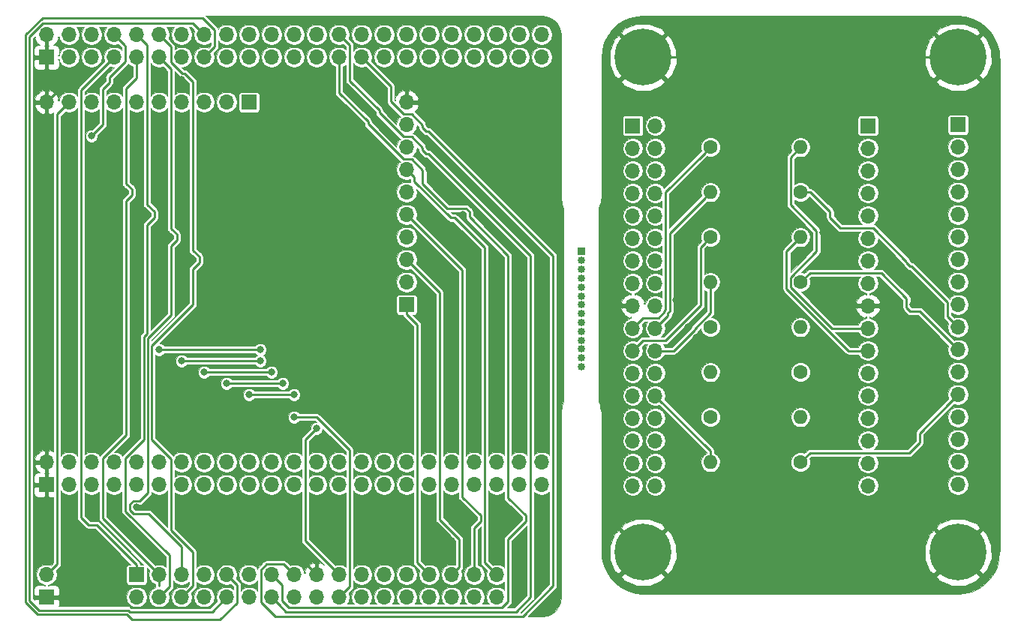
<source format=gbl>
G04 #@! TF.GenerationSoftware,KiCad,Pcbnew,5.0.0-rc2-dev-unknown-r12463-620c2af3*
G04 #@! TF.CreationDate,2018-03-22T22:12:43+01:00*
G04 #@! TF.ProjectId,bela-cape2,62656C612D63617065322E6B69636164,rev?*
G04 #@! TF.SameCoordinates,Original*
G04 #@! TF.FileFunction,Copper,L2,Bot,Signal*
G04 #@! TF.FilePolarity,Positive*
%FSLAX46Y46*%
G04 Gerber Fmt 4.6, Leading zero omitted, Abs format (unit mm)*
G04 Created by KiCad (PCBNEW 5.0.0-rc2-dev-unknown-r12463-620c2af3) date Thu Mar 22 22:12:43 2018*
%MOMM*%
%LPD*%
G01*
G04 APERTURE LIST*
%ADD10R,1.700000X1.700000*%
%ADD11O,1.700000X1.700000*%
%ADD12O,1.600000X1.600000*%
%ADD13C,1.600000*%
%ADD14C,0.800000*%
%ADD15C,6.400000*%
%ADD16O,0.850000X0.850000*%
%ADD17R,0.850000X0.850000*%
%ADD18C,0.250000*%
%ADD19C,0.100000*%
G04 APERTURE END LIST*
D10*
X99060000Y-121920000D03*
D11*
X99060000Y-124460000D03*
X101600000Y-121920000D03*
X101600000Y-124460000D03*
X104140000Y-121920000D03*
X104140000Y-124460000D03*
X106680000Y-121920000D03*
X106680000Y-124460000D03*
X109220000Y-121920000D03*
X109220000Y-124460000D03*
X111760000Y-121920000D03*
X111760000Y-124460000D03*
X114300000Y-121920000D03*
X114300000Y-124460000D03*
X116840000Y-121920000D03*
X116840000Y-124460000D03*
X119380000Y-121920000D03*
X119380000Y-124460000D03*
X121920000Y-121920000D03*
X121920000Y-124460000D03*
X124460000Y-121920000D03*
X124460000Y-124460000D03*
X127000000Y-121920000D03*
X127000000Y-124460000D03*
X129540000Y-121920000D03*
X129540000Y-124460000D03*
X132080000Y-121920000D03*
X132080000Y-124460000D03*
X134620000Y-121920000D03*
X134620000Y-124460000D03*
X137160000Y-121920000D03*
X137160000Y-124460000D03*
X139700000Y-121920000D03*
X139700000Y-124460000D03*
X129540000Y-68580000D03*
X129540000Y-71120000D03*
X129540000Y-73660000D03*
X129540000Y-76200000D03*
X129540000Y-78740000D03*
X129540000Y-81280000D03*
X129540000Y-83820000D03*
X129540000Y-86360000D03*
X129540000Y-88900000D03*
D10*
X129540000Y-91440000D03*
X88900000Y-124460000D03*
D11*
X88900000Y-121920000D03*
D10*
X88900000Y-63500000D03*
D11*
X88900000Y-60960000D03*
X91440000Y-63500000D03*
X91440000Y-60960000D03*
X93980000Y-63500000D03*
X93980000Y-60960000D03*
X96520000Y-63500000D03*
X96520000Y-60960000D03*
X99060000Y-63500000D03*
X99060000Y-60960000D03*
X101600000Y-63500000D03*
X101600000Y-60960000D03*
X104140000Y-63500000D03*
X104140000Y-60960000D03*
X106680000Y-63500000D03*
X106680000Y-60960000D03*
X109220000Y-63500000D03*
X109220000Y-60960000D03*
X111760000Y-63500000D03*
X111760000Y-60960000D03*
X114300000Y-63500000D03*
X114300000Y-60960000D03*
X116840000Y-63500000D03*
X116840000Y-60960000D03*
X119380000Y-63500000D03*
X119380000Y-60960000D03*
X121920000Y-63500000D03*
X121920000Y-60960000D03*
X124460000Y-63500000D03*
X124460000Y-60960000D03*
X127000000Y-63500000D03*
X127000000Y-60960000D03*
X129540000Y-63500000D03*
X129540000Y-60960000D03*
X132080000Y-63500000D03*
X132080000Y-60960000D03*
X134620000Y-63500000D03*
X134620000Y-60960000D03*
X137160000Y-63500000D03*
X137160000Y-60960000D03*
X139700000Y-63500000D03*
X139700000Y-60960000D03*
X142240000Y-63500000D03*
X142240000Y-60960000D03*
X144780000Y-63500000D03*
X144780000Y-60960000D03*
X144780000Y-109220000D03*
X144780000Y-111760000D03*
X142240000Y-109220000D03*
X142240000Y-111760000D03*
X139700000Y-109220000D03*
X139700000Y-111760000D03*
X137160000Y-109220000D03*
X137160000Y-111760000D03*
X134620000Y-109220000D03*
X134620000Y-111760000D03*
X132080000Y-109220000D03*
X132080000Y-111760000D03*
X129540000Y-109220000D03*
X129540000Y-111760000D03*
X127000000Y-109220000D03*
X127000000Y-111760000D03*
X124460000Y-109220000D03*
X124460000Y-111760000D03*
X121920000Y-109220000D03*
X121920000Y-111760000D03*
X119380000Y-109220000D03*
X119380000Y-111760000D03*
X116840000Y-109220000D03*
X116840000Y-111760000D03*
X114300000Y-109220000D03*
X114300000Y-111760000D03*
X111760000Y-109220000D03*
X111760000Y-111760000D03*
X109220000Y-109220000D03*
X109220000Y-111760000D03*
X106680000Y-109220000D03*
X106680000Y-111760000D03*
X104140000Y-109220000D03*
X104140000Y-111760000D03*
X101600000Y-109220000D03*
X101600000Y-111760000D03*
X99060000Y-109220000D03*
X99060000Y-111760000D03*
X96520000Y-109220000D03*
X96520000Y-111760000D03*
X93980000Y-109220000D03*
X93980000Y-111760000D03*
X91440000Y-109220000D03*
X91440000Y-111760000D03*
X88900000Y-109220000D03*
D10*
X88900000Y-111760000D03*
X111760000Y-68580000D03*
D11*
X109220000Y-68580000D03*
X106680000Y-68580000D03*
X104140000Y-68580000D03*
X101600000Y-68580000D03*
X99060000Y-68580000D03*
X96520000Y-68580000D03*
X93980000Y-68580000D03*
X91440000Y-68580000D03*
X88900000Y-68580000D03*
D10*
X155060001Y-71232500D03*
D11*
X157600001Y-71232500D03*
X155060001Y-73772500D03*
X157600001Y-73772500D03*
X155060001Y-76312500D03*
X157600001Y-76312500D03*
X155060001Y-78852500D03*
X157600001Y-78852500D03*
X155060001Y-81392500D03*
X157600001Y-81392500D03*
X155060001Y-83932500D03*
X157600001Y-83932500D03*
X155060001Y-86472500D03*
X157600001Y-86472500D03*
X155060001Y-89012500D03*
X157600001Y-89012500D03*
X155060001Y-91552500D03*
X157600001Y-91552500D03*
X155060001Y-94092500D03*
X157600001Y-94092500D03*
X155060001Y-96632500D03*
X157600001Y-96632500D03*
X155060001Y-99172500D03*
X157600001Y-99172500D03*
X155060001Y-101712500D03*
X157600001Y-101712500D03*
X155060001Y-104252500D03*
X157600001Y-104252500D03*
X155060001Y-106792500D03*
X157600001Y-106792500D03*
X155060001Y-109332500D03*
X157600001Y-109332500D03*
X155060001Y-111872500D03*
X157600001Y-111872500D03*
D10*
X181610000Y-71232500D03*
D11*
X181610000Y-73772500D03*
X181610000Y-76312500D03*
X181610000Y-78852500D03*
X181610000Y-81392500D03*
X181610000Y-83932500D03*
X181610000Y-86472500D03*
X181610000Y-89012500D03*
X181610000Y-91552500D03*
X181610000Y-94092500D03*
X181610000Y-96632500D03*
X181610000Y-99172500D03*
X181610000Y-101712500D03*
X181610000Y-104252500D03*
X181610000Y-106792500D03*
X181610000Y-109332500D03*
X181610000Y-111872500D03*
X191770000Y-111760000D03*
X191770000Y-109220000D03*
X191770000Y-106680000D03*
X191770000Y-104140000D03*
X191770000Y-101600000D03*
X191770000Y-99060000D03*
X191770000Y-96520000D03*
X191770000Y-93980000D03*
X191770000Y-91440000D03*
X191770000Y-88900000D03*
X191770000Y-86360000D03*
X191770000Y-83820000D03*
X191770000Y-81280000D03*
X191770000Y-78740000D03*
X191770000Y-76200000D03*
X191770000Y-73660000D03*
D10*
X191770000Y-71120000D03*
D12*
X173990000Y-73660000D03*
D13*
X163830000Y-73660000D03*
D12*
X163830000Y-78740000D03*
D13*
X173990000Y-78740000D03*
X163830000Y-83820000D03*
D12*
X173990000Y-83820000D03*
D13*
X173990000Y-88900000D03*
D12*
X163830000Y-88900000D03*
X173990000Y-93980000D03*
D13*
X163830000Y-93980000D03*
D12*
X163830000Y-99060000D03*
D13*
X173990000Y-99060000D03*
X163830000Y-104140000D03*
D12*
X173990000Y-104140000D03*
D13*
X173990000Y-109220000D03*
D12*
X163830000Y-109220000D03*
D14*
X157907056Y-61802944D03*
X156210000Y-61100000D03*
X154512944Y-61802944D03*
X153810000Y-63500000D03*
X154512944Y-65197056D03*
X156210000Y-65900000D03*
X157907056Y-65197056D03*
X158610000Y-63500000D03*
D15*
X156210000Y-63500000D03*
X191770000Y-63500000D03*
D14*
X194170000Y-63500000D03*
X193467056Y-65197056D03*
X191770000Y-65900000D03*
X190072944Y-65197056D03*
X189370000Y-63500000D03*
X190072944Y-61802944D03*
X191770000Y-61100000D03*
X193467056Y-61802944D03*
X157907056Y-117682944D03*
X156210000Y-116980000D03*
X154512944Y-117682944D03*
X153810000Y-119380000D03*
X154512944Y-121077056D03*
X156210000Y-121780000D03*
X157907056Y-121077056D03*
X158610000Y-119380000D03*
D15*
X156210000Y-119380000D03*
X191770000Y-119380000D03*
D14*
X194170000Y-119380000D03*
X193467056Y-121077056D03*
X191770000Y-121780000D03*
X190072944Y-121077056D03*
X189370000Y-119380000D03*
X190072944Y-117682944D03*
X191770000Y-116980000D03*
X193467056Y-117682944D03*
D16*
X149225000Y-98440000D03*
X149225000Y-97440000D03*
X149225000Y-96440000D03*
X149225000Y-95440000D03*
X149225000Y-94440000D03*
X149225000Y-93440000D03*
X149225000Y-92440000D03*
X149225000Y-91440000D03*
X149225000Y-90440000D03*
X149225000Y-89440000D03*
X149225000Y-88440000D03*
X149225000Y-87440000D03*
X149225000Y-86440000D03*
D17*
X149225000Y-85440000D03*
D14*
X106680000Y-66040000D03*
X104140000Y-66040000D03*
X101600000Y-66040000D03*
X97790000Y-66040000D03*
X95250000Y-66040000D03*
X92710000Y-66040000D03*
X124460000Y-71120000D03*
X125730000Y-69850000D03*
X127000000Y-68580000D03*
X109220000Y-119380000D03*
X106680000Y-119380000D03*
X111760000Y-102870000D03*
X114300000Y-102870000D03*
X119380000Y-102870000D03*
X118110000Y-100330000D03*
X120650000Y-100330000D03*
X123190000Y-101600000D03*
X129540000Y-95250000D03*
X132080000Y-92710000D03*
X132080000Y-90170000D03*
X132080000Y-87630000D03*
X132080000Y-85090000D03*
X133350000Y-83820000D03*
X134620000Y-82550000D03*
X135890000Y-81280000D03*
X133350000Y-78740000D03*
X132080000Y-76200000D03*
X132080000Y-73660000D03*
X132080000Y-71120000D03*
X93980000Y-115570000D03*
X96520000Y-115570000D03*
X99060000Y-114300000D03*
X101600000Y-114300000D03*
X104140000Y-115570000D03*
X106680000Y-115570000D03*
X109220000Y-116840000D03*
X139700000Y-118110000D03*
X142240000Y-118110000D03*
X144780000Y-118110000D03*
X144780000Y-115570000D03*
X142240000Y-115570000D03*
X139700000Y-115570000D03*
X137160000Y-115570000D03*
X134620000Y-115570000D03*
X134620000Y-118110000D03*
X132080000Y-118110000D03*
X132080000Y-115570000D03*
X129540000Y-115570000D03*
X127000000Y-115570000D03*
X124460000Y-115570000D03*
X124460000Y-119380000D03*
X121920000Y-115570000D03*
X121920000Y-118110000D03*
X120650000Y-119380000D03*
X114300000Y-87630000D03*
X111760000Y-87630000D03*
X109220000Y-87630000D03*
X106680000Y-87630000D03*
X105410000Y-86360000D03*
X104140000Y-85090000D03*
X102870000Y-83820000D03*
X101600000Y-82550000D03*
X100330000Y-81280000D03*
X99060000Y-80010000D03*
X97790000Y-78740000D03*
X95250000Y-78740000D03*
X95250000Y-105410000D03*
X95250000Y-119380000D03*
X93980000Y-120650000D03*
X92710000Y-121920000D03*
X91440000Y-76200000D03*
X88900000Y-76200000D03*
X177546000Y-89916000D03*
X171450000Y-89916000D03*
X168910000Y-91091021D03*
X168910000Y-88740979D03*
X166370000Y-89916000D03*
X162252393Y-95115928D03*
X161290000Y-93980000D03*
X160854633Y-109596022D03*
X160782000Y-107696000D03*
X159258000Y-106172000D03*
X159258000Y-104648000D03*
X161798000Y-104648000D03*
X159766000Y-101600000D03*
X160782000Y-100076000D03*
X162306000Y-97028000D03*
X160274000Y-92727501D03*
X159950027Y-90932000D03*
X161290000Y-89916000D03*
X160274000Y-88392000D03*
X166878000Y-84836000D03*
X176022000Y-78232000D03*
X178054000Y-79756000D03*
X179070000Y-81788000D03*
X171958000Y-81788000D03*
X176530000Y-81788000D03*
X176530000Y-83312000D03*
X178054000Y-84328000D03*
X178054000Y-85852000D03*
X161798000Y-87376000D03*
X160274000Y-85852000D03*
X160274000Y-83820000D03*
X161798000Y-82296000D03*
X163830000Y-81040028D03*
X160782000Y-79756000D03*
X159766000Y-75692000D03*
X160782000Y-78232000D03*
X162306000Y-77216000D03*
X161290000Y-74676000D03*
X161290000Y-73152000D03*
X160782000Y-111252000D03*
X168910000Y-112268000D03*
X178054000Y-109220000D03*
X178054000Y-107188000D03*
X168910000Y-114300000D03*
X168910000Y-109220000D03*
X168910000Y-104140000D03*
X168910000Y-93980000D03*
X168910000Y-83820000D03*
X168910000Y-78740000D03*
X176530000Y-72390000D03*
X161290000Y-71120000D03*
X186690000Y-83820000D03*
X186690000Y-81280000D03*
X186690000Y-78740000D03*
X186690000Y-76200000D03*
X186690000Y-73660000D03*
X186690000Y-71120000D03*
X186690000Y-104140000D03*
X186690000Y-101600000D03*
X186690000Y-109220000D03*
X93980000Y-72390000D03*
X119379976Y-105410000D03*
X116840000Y-104140000D03*
X116840000Y-101600000D03*
X111760000Y-101600000D03*
X115570000Y-100330000D03*
X109220000Y-100330000D03*
X114300000Y-99060000D03*
X106680000Y-99060000D03*
X113030000Y-97790000D03*
X104140000Y-97790000D03*
X113030000Y-96520000D03*
X101600000Y-96520000D03*
X189230000Y-106680000D03*
X186690000Y-106680000D03*
X186690000Y-99060000D03*
X186690000Y-91440000D03*
X186690000Y-88900000D03*
X184150000Y-86360000D03*
X186690000Y-86360000D03*
D18*
X96520000Y-63500000D02*
X92804999Y-67215001D01*
X92804999Y-67215001D02*
X92804999Y-115468001D01*
X99060000Y-120820000D02*
X99060000Y-121920000D01*
X92804999Y-115468001D02*
X93631999Y-116295001D01*
X93631999Y-116295001D02*
X94535001Y-116295001D01*
X94535001Y-116295001D02*
X99060000Y-120820000D01*
X95250000Y-71120000D02*
X95250000Y-67113002D01*
X95975001Y-65784001D02*
X97790000Y-63969002D01*
X93980000Y-72390000D02*
X95250000Y-71120000D01*
X95250000Y-67113002D02*
X95975001Y-66388001D01*
X95975001Y-66388001D02*
X95975001Y-65784001D01*
X97790000Y-63969002D02*
X97790000Y-62230000D01*
X97884999Y-79718005D02*
X97884999Y-106115999D01*
X97884999Y-106115999D02*
X95250000Y-108750998D01*
X95250000Y-108750998D02*
X95250000Y-115570000D01*
X97884999Y-77761995D02*
X98515002Y-78391998D01*
X98515002Y-79088002D02*
X97884999Y-79718005D01*
X99060000Y-63500000D02*
X99060000Y-65843002D01*
X100750001Y-121070001D02*
X101600000Y-121920000D01*
X95250000Y-115570000D02*
X100750001Y-121070001D01*
X98515002Y-78391998D02*
X98515002Y-79088002D01*
X97884999Y-67018003D02*
X97884999Y-77761995D01*
X99060000Y-65843002D02*
X97884999Y-67018003D01*
X99909999Y-61809999D02*
X99060000Y-60960000D01*
X100235001Y-62135001D02*
X99909999Y-61809999D01*
X100235001Y-82448003D02*
X101055002Y-81628002D01*
X101055002Y-81628002D02*
X101055002Y-80931998D01*
X100235001Y-94708589D02*
X100235001Y-82448003D01*
X99879989Y-95063600D02*
X100235001Y-94708589D01*
X102775001Y-123284999D02*
X102775001Y-119724416D01*
X101600000Y-124460000D02*
X102775001Y-123284999D01*
X100235001Y-80111997D02*
X100235001Y-62135001D01*
X102775001Y-119724416D02*
X97790000Y-114739415D01*
X101055002Y-80931998D02*
X100235001Y-80111997D01*
X97790000Y-114739415D02*
X97790000Y-108750998D01*
X99879989Y-106661009D02*
X99879989Y-95063600D01*
X97790000Y-108750998D02*
X99879989Y-106661009D01*
X99408002Y-113574998D02*
X98711998Y-113574998D01*
X102964999Y-64864999D02*
X102964999Y-82841995D01*
X98334998Y-114648002D02*
X98711998Y-115025002D01*
X100421412Y-115025002D02*
X104140000Y-118743590D01*
X100330000Y-112653000D02*
X99408002Y-113574998D01*
X100330000Y-95250000D02*
X100330000Y-112653000D01*
X102964999Y-84798005D02*
X102964999Y-92615001D01*
X104140000Y-118743590D02*
X104140000Y-120717919D01*
X103595002Y-84168002D02*
X102964999Y-84798005D01*
X98711998Y-115025002D02*
X100421412Y-115025002D01*
X98711998Y-113574998D02*
X98334998Y-113951998D01*
X102964999Y-82841995D02*
X103595002Y-83471998D01*
X104140000Y-120717919D02*
X104140000Y-121920000D01*
X103595002Y-83471998D02*
X103595002Y-84168002D01*
X98334998Y-113951998D02*
X98334998Y-114648002D01*
X101600000Y-63500000D02*
X102964999Y-64864999D01*
X102964999Y-92615001D02*
X100330000Y-95250000D01*
X102964999Y-62324999D02*
X102964999Y-64064001D01*
X100780010Y-106661008D02*
X102964999Y-108845997D01*
X102964999Y-64064001D02*
X104215997Y-65314999D01*
X104215997Y-65314999D02*
X104488001Y-65314999D01*
X105410000Y-66236998D02*
X105410000Y-85286996D01*
X105410000Y-85286996D02*
X106135002Y-86011998D01*
X106135002Y-86708002D02*
X105410000Y-87433004D01*
X104488001Y-65314999D02*
X105410000Y-66236998D01*
X105410000Y-123190000D02*
X104989999Y-123610001D01*
X105410000Y-91440000D02*
X100780010Y-96069990D01*
X102964999Y-108845997D02*
X102964999Y-116932179D01*
X106135002Y-86011998D02*
X106135002Y-86708002D01*
X104989999Y-123610001D02*
X104140000Y-124460000D01*
X105410000Y-87433004D02*
X105410000Y-91440000D01*
X105410000Y-119377180D02*
X105410000Y-123190000D01*
X102964999Y-116932179D02*
X105410000Y-119377180D01*
X101600000Y-60960000D02*
X102964999Y-62324999D01*
X100780010Y-96069990D02*
X100780010Y-106661008D01*
X131354999Y-77818003D02*
X134091995Y-80554999D01*
X129165997Y-75024999D02*
X130104001Y-75024999D01*
X130104001Y-75024999D02*
X131354999Y-76275997D01*
X136615001Y-80931999D02*
X136615001Y-81535999D01*
X134091995Y-80554999D02*
X136238001Y-80554999D01*
X115475001Y-124834003D02*
X115475001Y-123095001D01*
X115475001Y-123095001D02*
X115149999Y-122769999D01*
X136615001Y-81535999D02*
X140970000Y-85890998D01*
X142965002Y-115918002D02*
X140970000Y-117913004D01*
X142965002Y-115221998D02*
X142965002Y-115918002D01*
X140264001Y-125635001D02*
X116275999Y-125635001D01*
X136238001Y-80554999D02*
X136615001Y-80931999D01*
X140970000Y-113226996D02*
X142965002Y-115221998D01*
X140970000Y-124929002D02*
X140264001Y-125635001D01*
X140970000Y-85890998D02*
X140970000Y-113226996D01*
X140970000Y-117913004D02*
X140970000Y-124929002D01*
X125185001Y-70771999D02*
X125185001Y-71044003D01*
X121920000Y-67506998D02*
X125185001Y-70771999D01*
X115149999Y-122769999D02*
X114300000Y-121920000D01*
X121920000Y-63500000D02*
X121920000Y-67506998D01*
X116275999Y-125635001D02*
X115475001Y-124834003D01*
X131354999Y-76275997D02*
X131354999Y-77818003D01*
X125185001Y-71044003D02*
X129165997Y-75024999D01*
X126455001Y-69774003D02*
X129165997Y-72484999D01*
X123095001Y-62135001D02*
X123095001Y-66141999D01*
X131354999Y-74008001D02*
X131731999Y-74385001D01*
X121920000Y-60960000D02*
X123095001Y-62135001D01*
X115149999Y-125309999D02*
X114300000Y-124460000D01*
X129165997Y-72484999D02*
X130104001Y-72484999D01*
X143510000Y-124460000D02*
X141884988Y-126085012D01*
X126455001Y-69501999D02*
X126455001Y-69774003D01*
X130104001Y-72484999D02*
X131354999Y-73735997D01*
X131354999Y-73735997D02*
X131354999Y-74008001D01*
X115925012Y-126085012D02*
X115149999Y-125309999D01*
X123095001Y-66141999D02*
X126455001Y-69501999D01*
X143510000Y-85890998D02*
X143510000Y-124460000D01*
X141884988Y-126085012D02*
X115925012Y-126085012D01*
X131731999Y-74385001D02*
X132004003Y-74385001D01*
X132004003Y-74385001D02*
X143510000Y-85890998D01*
X127725001Y-66765001D02*
X127725001Y-68504003D01*
X132004003Y-71845001D02*
X146050000Y-85890998D01*
X124460000Y-63500000D02*
X127725001Y-66765001D01*
X131731999Y-71845001D02*
X132004003Y-71845001D01*
X142640010Y-126599990D02*
X114700988Y-126599990D01*
X146050000Y-123190000D02*
X142640010Y-126599990D01*
X115664999Y-120744999D02*
X115990001Y-121070001D01*
X130104001Y-69944999D02*
X131354999Y-71195997D01*
X113735999Y-120744999D02*
X115664999Y-120744999D01*
X114700988Y-126599990D02*
X113124999Y-125024001D01*
X146050000Y-85890998D02*
X146050000Y-123190000D01*
X115990001Y-121070001D02*
X116840000Y-121920000D01*
X127725001Y-68504003D02*
X129165997Y-69944999D01*
X113124999Y-121355999D02*
X113735999Y-120744999D01*
X129165997Y-69944999D02*
X130104001Y-69944999D01*
X113124999Y-125024001D02*
X113124999Y-121355999D01*
X131354999Y-71195997D02*
X131354999Y-71468001D01*
X131354999Y-71468001D02*
X131731999Y-71845001D01*
X91440000Y-66040000D02*
X92710000Y-66040000D01*
X88900000Y-68580000D02*
X91440000Y-66040000D01*
X106680000Y-119380000D02*
X109220000Y-119380000D01*
X109220000Y-116840000D02*
X106680000Y-119380000D01*
X114300000Y-102870000D02*
X111760000Y-102870000D01*
X119380000Y-102870000D02*
X114300000Y-102870000D01*
X118110000Y-101600000D02*
X119380000Y-102870000D01*
X118110000Y-100330000D02*
X118110000Y-101600000D01*
X120650000Y-100330000D02*
X118110000Y-100330000D01*
X121920000Y-101600000D02*
X120650000Y-100330000D01*
X123190000Y-101600000D02*
X121920000Y-101600000D01*
X129540000Y-95250000D02*
X123190000Y-101600000D01*
X129540000Y-95250000D02*
X121920000Y-87630000D01*
X121920000Y-87630000D02*
X114300000Y-87630000D01*
X132080000Y-90170000D02*
X132080000Y-92710000D01*
X132080000Y-85090000D02*
X132080000Y-87630000D01*
X134620000Y-82550000D02*
X133350000Y-83820000D01*
X132080000Y-76200000D02*
X132080000Y-77470000D01*
X132080000Y-77470000D02*
X133350000Y-78740000D01*
X101600000Y-114300000D02*
X99060000Y-114300000D01*
X106680000Y-115570000D02*
X104140000Y-115570000D01*
X107950000Y-115570000D02*
X106680000Y-115570000D01*
X109220000Y-116840000D02*
X107950000Y-115570000D01*
X139700000Y-115570000D02*
X139700000Y-118110000D01*
X144780000Y-115570000D02*
X144780000Y-118110000D01*
X139700000Y-115570000D02*
X142240000Y-115570000D01*
X134620000Y-115570000D02*
X137160000Y-115570000D01*
X132080000Y-118110000D02*
X134620000Y-118110000D01*
X132080000Y-115570000D02*
X132080000Y-118110000D01*
X127000000Y-115570000D02*
X129540000Y-115570000D01*
X124460000Y-115570000D02*
X127000000Y-115570000D01*
X124460000Y-119380000D02*
X124460000Y-115570000D01*
X121920000Y-118110000D02*
X121920000Y-115570000D01*
X120650000Y-119380000D02*
X121920000Y-118110000D01*
X111760000Y-87630000D02*
X114300000Y-87630000D01*
X109220000Y-87630000D02*
X111760000Y-87630000D01*
X106680000Y-87630000D02*
X109220000Y-87630000D01*
X104140000Y-85090000D02*
X105410000Y-86360000D01*
X101600000Y-82550000D02*
X102870000Y-83820000D01*
X99060000Y-80010000D02*
X100330000Y-81280000D01*
X95250000Y-78740000D02*
X97790000Y-78740000D01*
X95250000Y-105410000D02*
X95250000Y-78740000D01*
X93980000Y-120650000D02*
X95250000Y-119380000D01*
X92710000Y-121920000D02*
X93980000Y-120650000D01*
X88900000Y-68580000D02*
X88900000Y-76200000D01*
X135469999Y-121070001D02*
X134620000Y-121920000D01*
X129540000Y-86360000D02*
X133255001Y-90075001D01*
X133255001Y-115671997D02*
X135469999Y-117886995D01*
X133255001Y-90075001D02*
X133255001Y-115671997D01*
X135469999Y-117886995D02*
X135469999Y-121070001D01*
X137160000Y-116643004D02*
X137160000Y-120717919D01*
X135795001Y-87535001D02*
X135795001Y-113131997D01*
X137160000Y-120717919D02*
X137160000Y-121920000D01*
X137885002Y-115221998D02*
X137885002Y-115918002D01*
X135795001Y-113131997D02*
X137885002Y-115221998D01*
X137885002Y-115918002D02*
X137160000Y-116643004D01*
X129540000Y-81280000D02*
X135795001Y-87535001D01*
X134968001Y-81628001D02*
X138335013Y-84995013D01*
X138335013Y-84995013D02*
X138335013Y-116104402D01*
X138335013Y-116104402D02*
X138335001Y-116104414D01*
X138850001Y-121070001D02*
X139700000Y-121920000D01*
X129540000Y-76200000D02*
X130389999Y-77049999D01*
X138335001Y-116104414D02*
X138335001Y-120555001D01*
X138335001Y-120555001D02*
X138850001Y-121070001D01*
X134528586Y-81628001D02*
X134968001Y-81628001D01*
X130389999Y-77049999D02*
X130389999Y-77489414D01*
X130389999Y-77489414D02*
X134528586Y-81628001D01*
X179182500Y-91552500D02*
X177546000Y-89916000D01*
X181610000Y-91552500D02*
X179182500Y-91552500D01*
X168344315Y-88740979D02*
X168910000Y-88740979D01*
X166370000Y-89916000D02*
X167545021Y-88740979D01*
X167545021Y-88740979D02*
X168344315Y-88740979D01*
X168910000Y-83820000D02*
X168910000Y-88740979D01*
X168910000Y-93980000D02*
X168910000Y-91091021D01*
X168910000Y-91091021D02*
X168910000Y-88740979D01*
X162306000Y-97028000D02*
X162306000Y-95169535D01*
X162306000Y-95169535D02*
X162252393Y-95115928D01*
X160782000Y-107696000D02*
X160782000Y-109523389D01*
X160782000Y-109523389D02*
X160854633Y-109596022D01*
X160782000Y-111252000D02*
X160782000Y-109668655D01*
X160782000Y-109668655D02*
X160854633Y-109596022D01*
X159258000Y-106172000D02*
X160782000Y-107696000D01*
X159258000Y-104648000D02*
X159258000Y-106172000D01*
X159766000Y-102616000D02*
X161798000Y-104648000D01*
X159766000Y-101600000D02*
X159766000Y-102616000D01*
X160782000Y-100584000D02*
X159766000Y-101600000D01*
X160782000Y-100076000D02*
X160782000Y-100584000D01*
X162306000Y-98552000D02*
X160782000Y-100076000D01*
X162306000Y-97028000D02*
X162306000Y-98552000D01*
X159950027Y-92403528D02*
X160274000Y-92727501D01*
X159950027Y-90932000D02*
X159950027Y-92403528D01*
X161290000Y-89916000D02*
X160966027Y-89916000D01*
X160966027Y-89916000D02*
X159950027Y-90932000D01*
X160274000Y-88900000D02*
X161290000Y-89916000D01*
X160274000Y-88392000D02*
X160274000Y-88900000D01*
X161798000Y-87376000D02*
X161290000Y-87376000D01*
X161290000Y-87376000D02*
X160274000Y-88392000D01*
X167894000Y-83820000D02*
X166878000Y-84836000D01*
X168910000Y-83820000D02*
X167894000Y-83820000D01*
X176530000Y-78232000D02*
X176022000Y-78232000D01*
X178054000Y-79756000D02*
X176530000Y-78232000D01*
X179070000Y-81788000D02*
X179070000Y-80772000D01*
X179070000Y-80772000D02*
X178054000Y-79756000D01*
X176530000Y-83312000D02*
X176530000Y-81788000D01*
X178054000Y-84328000D02*
X177546000Y-84328000D01*
X177546000Y-84328000D02*
X176530000Y-83312000D01*
X178054000Y-85852000D02*
X178054000Y-84328000D01*
X160274000Y-85852000D02*
X161798000Y-87376000D01*
X160274000Y-83820000D02*
X160274000Y-85852000D01*
X161798000Y-82296000D02*
X160274000Y-83820000D01*
X163830000Y-81040028D02*
X163053972Y-81040028D01*
X163053972Y-81040028D02*
X161798000Y-82296000D01*
X168910000Y-83820000D02*
X166609972Y-83820000D01*
X166609972Y-83820000D02*
X163830000Y-81040028D01*
X160782000Y-78232000D02*
X160782000Y-79756000D01*
X161290000Y-74676000D02*
X160782000Y-74676000D01*
X160782000Y-74676000D02*
X159766000Y-75692000D01*
X162306000Y-77216000D02*
X161798000Y-77216000D01*
X161798000Y-77216000D02*
X160782000Y-78232000D01*
X168910000Y-78740000D02*
X167386000Y-77216000D01*
X167386000Y-77216000D02*
X162306000Y-77216000D01*
X161290000Y-73152000D02*
X161290000Y-74676000D01*
X161290000Y-71120000D02*
X161290000Y-73152000D01*
X168910000Y-112268000D02*
X161798000Y-112268000D01*
X161798000Y-112268000D02*
X160782000Y-111252000D01*
X168910000Y-114300000D02*
X168910000Y-112268000D01*
X168910000Y-109220000D02*
X168910000Y-112268000D01*
X170035001Y-110345001D02*
X176928999Y-110345001D01*
X168910000Y-109220000D02*
X170035001Y-110345001D01*
X176928999Y-110345001D02*
X178054000Y-109220000D01*
X168910000Y-104140000D02*
X171958000Y-107188000D01*
X171958000Y-107188000D02*
X178054000Y-107188000D01*
X168910000Y-104140000D02*
X168910000Y-109220000D01*
X168910000Y-93980000D02*
X168910000Y-104140000D01*
X168910000Y-78740000D02*
X168910000Y-83820000D01*
X173594998Y-72390000D02*
X168910000Y-77074998D01*
X176530000Y-72390000D02*
X173594998Y-72390000D01*
X168910000Y-77074998D02*
X168910000Y-78740000D01*
X175260000Y-71120000D02*
X176530000Y-72390000D01*
X161290000Y-71120000D02*
X175260000Y-71120000D01*
X161290000Y-64054517D02*
X161290000Y-71120000D01*
X156210000Y-63500000D02*
X160735483Y-63500000D01*
X160735483Y-63500000D02*
X161290000Y-64054517D01*
X186690000Y-81280000D02*
X186690000Y-83820000D01*
X186690000Y-81280000D02*
X186690000Y-86360000D01*
X186690000Y-76200000D02*
X186690000Y-81280000D01*
X186690000Y-78740000D02*
X186690000Y-81280000D01*
X186690000Y-76200000D02*
X186690000Y-78740000D01*
X186690000Y-71120000D02*
X186690000Y-76200000D01*
X186690000Y-73660000D02*
X186690000Y-76200000D01*
X186690000Y-71120000D02*
X186690000Y-73660000D01*
X186690000Y-66040000D02*
X186690000Y-71120000D01*
X186690000Y-64054517D02*
X186690000Y-66040000D01*
X186690000Y-104140000D02*
X186690000Y-106680000D01*
X186690000Y-101600000D02*
X186690000Y-104140000D01*
X97369999Y-61809999D02*
X96520000Y-60960000D01*
X97695001Y-62135001D02*
X97369999Y-61809999D01*
X101600000Y-121920000D02*
X101600000Y-123190000D01*
X106514002Y-59055000D02*
X88429587Y-59055000D01*
X97953176Y-126365000D02*
X98588176Y-127000000D01*
X107855001Y-60395999D02*
X106514002Y-59055000D01*
X110395001Y-123095001D02*
X110395001Y-125095000D01*
X107855001Y-62324999D02*
X107855001Y-60395999D01*
X86524587Y-60960000D02*
X86524587Y-125006000D01*
X106680000Y-63500000D02*
X107855001Y-62324999D01*
X87883587Y-126365000D02*
X97953176Y-126365000D01*
X98588176Y-127000000D02*
X108490001Y-127000000D01*
X88429587Y-59055000D02*
X86524587Y-60960000D01*
X86524587Y-125006000D02*
X87883587Y-126365000D01*
X108490001Y-127000000D02*
X110395001Y-125095000D01*
X109220000Y-121920000D02*
X110395001Y-123095001D01*
X105410000Y-59690000D02*
X105830001Y-60110001D01*
X105830001Y-60110001D02*
X106680000Y-60960000D01*
X86974598Y-61146400D02*
X88430998Y-59690000D01*
X109220000Y-124460000D02*
X107594988Y-126085012D01*
X88430998Y-59690000D02*
X105410000Y-59690000D01*
X86974598Y-124819600D02*
X86974598Y-61146400D01*
X107594988Y-126085012D02*
X98309599Y-126085012D01*
X98139576Y-125914989D02*
X88069987Y-125914989D01*
X88069987Y-125914989D02*
X86974598Y-124819600D01*
X98309599Y-126085012D02*
X98139576Y-125914989D01*
X98495999Y-125635001D02*
X97320998Y-124460000D01*
X119380000Y-121920000D02*
X116840000Y-119380000D01*
X97320998Y-124460000D02*
X90000000Y-124460000D01*
X107950000Y-124929002D02*
X107244001Y-125635001D01*
X107950000Y-121450998D02*
X107950000Y-124929002D01*
X110020998Y-119380000D02*
X107950000Y-121450998D01*
X107244001Y-125635001D02*
X98495999Y-125635001D01*
X116840000Y-119380000D02*
X110020998Y-119380000D01*
X90000000Y-124460000D02*
X88900000Y-124460000D01*
X121920000Y-121920000D02*
X118110000Y-118110000D01*
X118979977Y-105809999D02*
X119379976Y-105410000D01*
X118110000Y-118110000D02*
X118110000Y-106679976D01*
X118110000Y-106679976D02*
X118979977Y-105809999D01*
X121920000Y-124460000D02*
X123095001Y-123284999D01*
X123095001Y-123284999D02*
X123095001Y-107855001D01*
X123095001Y-107855001D02*
X119380000Y-104140000D01*
X117405685Y-104140000D02*
X116840000Y-104140000D01*
X119380000Y-104140000D02*
X117405685Y-104140000D01*
X111760000Y-101600000D02*
X116840000Y-101600000D01*
X109220000Y-100330000D02*
X115570000Y-100330000D01*
X106680000Y-99060000D02*
X114300000Y-99060000D01*
X104140000Y-97790000D02*
X113030000Y-97790000D01*
X101600000Y-96520000D02*
X113030000Y-96520000D01*
X129540000Y-91440000D02*
X129540000Y-92540000D01*
X129540000Y-92540000D02*
X130715001Y-93715001D01*
X130715001Y-93715001D02*
X130715001Y-120555001D01*
X130715001Y-120555001D02*
X131230001Y-121070001D01*
X131230001Y-121070001D02*
X132080000Y-121920000D01*
X88900000Y-121920000D02*
X90075001Y-120744999D01*
X90075001Y-120744999D02*
X90075001Y-69944999D01*
X90075001Y-69944999D02*
X90590001Y-69429999D01*
X90590001Y-69429999D02*
X91440000Y-68580000D01*
X189230000Y-109220000D02*
X189230000Y-116840000D01*
X189230000Y-106680000D02*
X189230000Y-109220000D01*
X189230000Y-109220000D02*
X186690000Y-109220000D01*
X189230000Y-116840000D02*
X191770000Y-119380000D01*
X186690000Y-99060000D02*
X186690000Y-106680000D01*
X186690000Y-88900000D02*
X186690000Y-91440000D01*
X184150000Y-86360000D02*
X186690000Y-88900000D01*
X191770000Y-63500000D02*
X187244517Y-63500000D01*
X187244517Y-63500000D02*
X186690000Y-64054517D01*
X163030001Y-74459999D02*
X163830000Y-73660000D01*
X158775002Y-92009084D02*
X158775002Y-78714998D01*
X155060001Y-94092500D02*
X156235002Y-92917499D01*
X156235002Y-92917499D02*
X157974004Y-92917499D01*
X158590987Y-92300516D02*
X158590987Y-92193099D01*
X157974004Y-92917499D02*
X158590987Y-92300516D01*
X158590987Y-92193099D02*
X158775002Y-92009084D01*
X158775002Y-78714998D02*
X163030001Y-74459999D01*
X163030001Y-79539999D02*
X163830000Y-78740000D01*
X159225013Y-92195484D02*
X159225013Y-83344987D01*
X159040998Y-92651503D02*
X159040998Y-92379499D01*
X159040998Y-92379499D02*
X159225013Y-92195484D01*
X157600001Y-94092500D02*
X159040998Y-92651503D01*
X159225013Y-83344987D02*
X163030001Y-79539999D01*
X162704999Y-84945001D02*
X163030001Y-84619999D01*
X156235002Y-95457499D02*
X158739499Y-95457499D01*
X155060001Y-96632500D02*
X156235002Y-95457499D01*
X162704999Y-91491999D02*
X162704999Y-84945001D01*
X158739499Y-95457499D02*
X162704999Y-91491999D01*
X163030001Y-84619999D02*
X163830000Y-83820000D01*
X162015001Y-94197001D02*
X163830000Y-92382002D01*
X159710502Y-96632500D02*
X162015001Y-94328001D01*
X157600001Y-96632500D02*
X159710502Y-96632500D01*
X162015001Y-94328001D02*
X162015001Y-94197001D01*
X163830000Y-90031370D02*
X163830000Y-88900000D01*
X163830000Y-92382002D02*
X163830000Y-90031370D01*
X157600001Y-101712500D02*
X163830000Y-107942499D01*
X163830000Y-107942499D02*
X163830000Y-109220000D01*
X175804998Y-85420000D02*
X172864999Y-88359999D01*
X175804998Y-83094998D02*
X175804998Y-85420000D01*
X172864999Y-88359999D02*
X172864999Y-89440001D01*
X180407919Y-94092500D02*
X181610000Y-94092500D01*
X172864999Y-80154999D02*
X175804998Y-83094998D01*
X173990000Y-73660000D02*
X172864999Y-74785001D01*
X177517498Y-94092500D02*
X180407919Y-94092500D01*
X172864999Y-74785001D02*
X172864999Y-80154999D01*
X172864999Y-89440001D02*
X177517498Y-94092500D01*
X173990000Y-83820000D02*
X172414988Y-85395012D01*
X172414988Y-89626401D02*
X179421087Y-96632500D01*
X172414988Y-85395012D02*
X172414988Y-89626401D01*
X180407919Y-96632500D02*
X181610000Y-96632500D01*
X179421087Y-96632500D02*
X180407919Y-96632500D01*
X173990000Y-109220000D02*
X175052501Y-108157499D01*
X187415002Y-105954998D02*
X190920001Y-102449999D01*
X175052501Y-108157499D02*
X186285505Y-108157499D01*
X190920001Y-102449999D02*
X191770000Y-101600000D01*
X187415002Y-107028002D02*
X187415002Y-105954998D01*
X186285505Y-108157499D02*
X187415002Y-107028002D01*
X175052501Y-87837499D02*
X183087499Y-87837499D01*
X185964998Y-90714998D02*
X185964998Y-91788002D01*
X185964998Y-91788002D02*
X186341998Y-92165002D01*
X183087499Y-87837499D02*
X185964998Y-90714998D01*
X190920001Y-95670001D02*
X191770000Y-96520000D01*
X187415002Y-92165002D02*
X190920001Y-95670001D01*
X173990000Y-88900000D02*
X175052501Y-87837499D01*
X186341998Y-92165002D02*
X187415002Y-92165002D01*
X177328998Y-80947628D02*
X177328998Y-81628002D01*
X185964998Y-86708002D02*
X186341998Y-87085002D01*
X173990000Y-78740000D02*
X175121370Y-78740000D01*
X186341998Y-87085002D02*
X186501504Y-87085002D01*
X185964998Y-86548496D02*
X185964998Y-86708002D01*
X177328998Y-81628002D02*
X178458495Y-82757499D01*
X190920001Y-93130001D02*
X191770000Y-93980000D01*
X178458495Y-82757499D02*
X182174001Y-82757499D01*
X175121370Y-78740000D02*
X177328998Y-80947628D01*
X190594999Y-92804999D02*
X190920001Y-93130001D01*
X182174001Y-82757499D02*
X185964998Y-86548496D01*
X190594999Y-91178497D02*
X190594999Y-92804999D01*
X186501504Y-87085002D02*
X190594999Y-91178497D01*
D19*
G36*
X191688074Y-58815606D02*
X191734087Y-58822401D01*
X192597766Y-58899482D01*
X193399363Y-59118774D01*
X194149460Y-59476553D01*
X194824347Y-59961508D01*
X195402684Y-60558305D01*
X195866202Y-61248092D01*
X196200243Y-62009058D01*
X196394995Y-62820260D01*
X196447085Y-63529588D01*
X196458692Y-63600470D01*
X196471001Y-63635229D01*
X196471000Y-119243071D01*
X196454394Y-119298073D01*
X196447599Y-119344086D01*
X196370518Y-120207768D01*
X196151226Y-121009363D01*
X195793447Y-121759460D01*
X195308495Y-122434345D01*
X194711694Y-123012684D01*
X194021908Y-123476202D01*
X193260938Y-123810245D01*
X192449739Y-124004995D01*
X191740412Y-124057085D01*
X191669529Y-124068692D01*
X191634773Y-124081000D01*
X156346929Y-124081000D01*
X156291927Y-124064394D01*
X156245914Y-124057599D01*
X155382232Y-123980518D01*
X154580637Y-123761226D01*
X153830540Y-123403447D01*
X153155655Y-122918495D01*
X152577316Y-122321694D01*
X152449167Y-122130988D01*
X153747512Y-122130988D01*
X154126061Y-122595361D01*
X155515157Y-123148095D01*
X157010036Y-123127171D01*
X158293939Y-122595361D01*
X158672488Y-122130988D01*
X189307512Y-122130988D01*
X189686061Y-122595361D01*
X191075157Y-123148095D01*
X192570036Y-123127171D01*
X193853939Y-122595361D01*
X194232488Y-122130988D01*
X193899628Y-121798128D01*
X193900534Y-121793376D01*
X193467056Y-121359899D01*
X193464227Y-121362727D01*
X193181385Y-121079885D01*
X193184213Y-121077056D01*
X192750736Y-120643578D01*
X192745984Y-120644484D01*
X191770000Y-119668500D01*
X190794016Y-120644484D01*
X190789264Y-120643578D01*
X190355787Y-121077056D01*
X190358615Y-121079885D01*
X190075773Y-121362727D01*
X190072944Y-121359899D01*
X189639466Y-121793376D01*
X189640372Y-121798128D01*
X189307512Y-122130988D01*
X158672488Y-122130988D01*
X158339628Y-121798128D01*
X158340534Y-121793376D01*
X157907056Y-121359899D01*
X157904227Y-121362727D01*
X157621385Y-121079885D01*
X157624213Y-121077056D01*
X157190736Y-120643578D01*
X157185984Y-120644484D01*
X156210000Y-119668500D01*
X155234016Y-120644484D01*
X155229264Y-120643578D01*
X154795787Y-121077056D01*
X154798615Y-121079885D01*
X154515773Y-121362727D01*
X154512944Y-121359899D01*
X154079466Y-121793376D01*
X154080372Y-121798128D01*
X153747512Y-122130988D01*
X152449167Y-122130988D01*
X152113798Y-121631908D01*
X151779755Y-120870938D01*
X151585005Y-120059739D01*
X151532915Y-119350412D01*
X151521308Y-119279529D01*
X151509000Y-119244773D01*
X151509000Y-118685157D01*
X152441905Y-118685157D01*
X152462829Y-120180036D01*
X152994639Y-121463939D01*
X153459012Y-121842488D01*
X153791872Y-121509628D01*
X153796624Y-121510534D01*
X154230101Y-121077056D01*
X154227273Y-121074227D01*
X154510115Y-120791385D01*
X154512944Y-120794213D01*
X154946422Y-120360736D01*
X154945516Y-120355984D01*
X155921500Y-119380000D01*
X156498500Y-119380000D01*
X157474484Y-120355984D01*
X157473578Y-120360736D01*
X157907056Y-120794213D01*
X157909885Y-120791385D01*
X158192727Y-121074227D01*
X158189899Y-121077056D01*
X158623376Y-121510534D01*
X158628128Y-121509628D01*
X158960988Y-121842488D01*
X159425361Y-121463939D01*
X159978095Y-120074843D01*
X159958644Y-118685157D01*
X188001905Y-118685157D01*
X188022829Y-120180036D01*
X188554639Y-121463939D01*
X189019012Y-121842488D01*
X189351872Y-121509628D01*
X189356624Y-121510534D01*
X189790101Y-121077056D01*
X189787273Y-121074227D01*
X190070115Y-120791385D01*
X190072944Y-120794213D01*
X190506422Y-120360736D01*
X190505516Y-120355984D01*
X191481500Y-119380000D01*
X192058500Y-119380000D01*
X193034484Y-120355984D01*
X193033578Y-120360736D01*
X193467056Y-120794213D01*
X193469885Y-120791385D01*
X193752727Y-121074227D01*
X193749899Y-121077056D01*
X194183376Y-121510534D01*
X194188128Y-121509628D01*
X194520988Y-121842488D01*
X194985361Y-121463939D01*
X195538095Y-120074843D01*
X195517171Y-118579964D01*
X194985361Y-117296061D01*
X194520988Y-116917512D01*
X194188128Y-117250372D01*
X194183376Y-117249466D01*
X193749899Y-117682944D01*
X193752727Y-117685773D01*
X193469885Y-117968615D01*
X193467056Y-117965787D01*
X193033578Y-118399264D01*
X193034484Y-118404016D01*
X192058500Y-119380000D01*
X191481500Y-119380000D01*
X190505516Y-118404016D01*
X190506422Y-118399264D01*
X190072944Y-117965787D01*
X190070115Y-117968615D01*
X189787273Y-117685773D01*
X189790101Y-117682944D01*
X189356624Y-117249466D01*
X189351872Y-117250372D01*
X189019012Y-116917512D01*
X188554639Y-117296061D01*
X188001905Y-118685157D01*
X159958644Y-118685157D01*
X159957171Y-118579964D01*
X159425361Y-117296061D01*
X158960988Y-116917512D01*
X158628128Y-117250372D01*
X158623376Y-117249466D01*
X158189899Y-117682944D01*
X158192727Y-117685773D01*
X157909885Y-117968615D01*
X157907056Y-117965787D01*
X157473578Y-118399264D01*
X157474484Y-118404016D01*
X156498500Y-119380000D01*
X155921500Y-119380000D01*
X154945516Y-118404016D01*
X154946422Y-118399264D01*
X154512944Y-117965787D01*
X154510115Y-117968615D01*
X154227273Y-117685773D01*
X154230101Y-117682944D01*
X153796624Y-117249466D01*
X153791872Y-117250372D01*
X153459012Y-116917512D01*
X152994639Y-117296061D01*
X152441905Y-118685157D01*
X151509000Y-118685157D01*
X151509000Y-116629012D01*
X153747512Y-116629012D01*
X154080372Y-116961872D01*
X154079466Y-116966624D01*
X154512944Y-117400101D01*
X154515773Y-117397273D01*
X154798615Y-117680115D01*
X154795787Y-117682944D01*
X155229264Y-118116422D01*
X155234016Y-118115516D01*
X156210000Y-119091500D01*
X157185984Y-118115516D01*
X157190736Y-118116422D01*
X157624213Y-117682944D01*
X157621385Y-117680115D01*
X157904227Y-117397273D01*
X157907056Y-117400101D01*
X158340534Y-116966624D01*
X158339628Y-116961872D01*
X158672488Y-116629012D01*
X189307512Y-116629012D01*
X189640372Y-116961872D01*
X189639466Y-116966624D01*
X190072944Y-117400101D01*
X190075773Y-117397273D01*
X190358615Y-117680115D01*
X190355787Y-117682944D01*
X190789264Y-118116422D01*
X190794016Y-118115516D01*
X191770000Y-119091500D01*
X192745984Y-118115516D01*
X192750736Y-118116422D01*
X193184213Y-117682944D01*
X193181385Y-117680115D01*
X193464227Y-117397273D01*
X193467056Y-117400101D01*
X193900534Y-116966624D01*
X193899628Y-116961872D01*
X194232488Y-116629012D01*
X193853939Y-116164639D01*
X192464843Y-115611905D01*
X190969964Y-115632829D01*
X189686061Y-116164639D01*
X189307512Y-116629012D01*
X158672488Y-116629012D01*
X158293939Y-116164639D01*
X156904843Y-115611905D01*
X155409964Y-115632829D01*
X154126061Y-116164639D01*
X153747512Y-116629012D01*
X151509000Y-116629012D01*
X151509000Y-111872500D01*
X153883393Y-111872500D01*
X153972957Y-112322768D01*
X154228014Y-112704487D01*
X154609733Y-112959544D01*
X154946343Y-113026500D01*
X155173659Y-113026500D01*
X155510269Y-112959544D01*
X155891988Y-112704487D01*
X156147045Y-112322768D01*
X156236609Y-111872500D01*
X156423393Y-111872500D01*
X156512957Y-112322768D01*
X156768014Y-112704487D01*
X157149733Y-112959544D01*
X157486343Y-113026500D01*
X157713659Y-113026500D01*
X158050269Y-112959544D01*
X158431988Y-112704487D01*
X158687045Y-112322768D01*
X158776609Y-111872500D01*
X180433392Y-111872500D01*
X180522956Y-112322768D01*
X180778013Y-112704487D01*
X181159732Y-112959544D01*
X181496342Y-113026500D01*
X181723658Y-113026500D01*
X182060268Y-112959544D01*
X182441987Y-112704487D01*
X182697044Y-112322768D01*
X182786608Y-111872500D01*
X182764231Y-111760000D01*
X190593392Y-111760000D01*
X190682956Y-112210268D01*
X190938013Y-112591987D01*
X191319732Y-112847044D01*
X191656342Y-112914000D01*
X191883658Y-112914000D01*
X192220268Y-112847044D01*
X192601987Y-112591987D01*
X192857044Y-112210268D01*
X192946608Y-111760000D01*
X192857044Y-111309732D01*
X192601987Y-110928013D01*
X192220268Y-110672956D01*
X191883658Y-110606000D01*
X191656342Y-110606000D01*
X191319732Y-110672956D01*
X190938013Y-110928013D01*
X190682956Y-111309732D01*
X190593392Y-111760000D01*
X182764231Y-111760000D01*
X182697044Y-111422232D01*
X182441987Y-111040513D01*
X182060268Y-110785456D01*
X181723658Y-110718500D01*
X181496342Y-110718500D01*
X181159732Y-110785456D01*
X180778013Y-111040513D01*
X180522956Y-111422232D01*
X180433392Y-111872500D01*
X158776609Y-111872500D01*
X158687045Y-111422232D01*
X158431988Y-111040513D01*
X158050269Y-110785456D01*
X157713659Y-110718500D01*
X157486343Y-110718500D01*
X157149733Y-110785456D01*
X156768014Y-111040513D01*
X156512957Y-111422232D01*
X156423393Y-111872500D01*
X156236609Y-111872500D01*
X156147045Y-111422232D01*
X155891988Y-111040513D01*
X155510269Y-110785456D01*
X155173659Y-110718500D01*
X154946343Y-110718500D01*
X154609733Y-110785456D01*
X154228014Y-111040513D01*
X153972957Y-111422232D01*
X153883393Y-111872500D01*
X151509000Y-111872500D01*
X151509000Y-109332500D01*
X153883393Y-109332500D01*
X153972957Y-109782768D01*
X154228014Y-110164487D01*
X154609733Y-110419544D01*
X154946343Y-110486500D01*
X155173659Y-110486500D01*
X155510269Y-110419544D01*
X155891988Y-110164487D01*
X156147045Y-109782768D01*
X156236609Y-109332500D01*
X156423393Y-109332500D01*
X156512957Y-109782768D01*
X156768014Y-110164487D01*
X157149733Y-110419544D01*
X157486343Y-110486500D01*
X157713659Y-110486500D01*
X158050269Y-110419544D01*
X158431988Y-110164487D01*
X158687045Y-109782768D01*
X158776609Y-109332500D01*
X158687045Y-108882232D01*
X158431988Y-108500513D01*
X158050269Y-108245456D01*
X157713659Y-108178500D01*
X157486343Y-108178500D01*
X157149733Y-108245456D01*
X156768014Y-108500513D01*
X156512957Y-108882232D01*
X156423393Y-109332500D01*
X156236609Y-109332500D01*
X156147045Y-108882232D01*
X155891988Y-108500513D01*
X155510269Y-108245456D01*
X155173659Y-108178500D01*
X154946343Y-108178500D01*
X154609733Y-108245456D01*
X154228014Y-108500513D01*
X153972957Y-108882232D01*
X153883393Y-109332500D01*
X151509000Y-109332500D01*
X151509000Y-106792500D01*
X153883393Y-106792500D01*
X153972957Y-107242768D01*
X154228014Y-107624487D01*
X154609733Y-107879544D01*
X154946343Y-107946500D01*
X155173659Y-107946500D01*
X155510269Y-107879544D01*
X155891988Y-107624487D01*
X156147045Y-107242768D01*
X156236609Y-106792500D01*
X156423393Y-106792500D01*
X156512957Y-107242768D01*
X156768014Y-107624487D01*
X157149733Y-107879544D01*
X157486343Y-107946500D01*
X157713659Y-107946500D01*
X158050269Y-107879544D01*
X158431988Y-107624487D01*
X158687045Y-107242768D01*
X158776609Y-106792500D01*
X158687045Y-106342232D01*
X158431988Y-105960513D01*
X158050269Y-105705456D01*
X157713659Y-105638500D01*
X157486343Y-105638500D01*
X157149733Y-105705456D01*
X156768014Y-105960513D01*
X156512957Y-106342232D01*
X156423393Y-106792500D01*
X156236609Y-106792500D01*
X156147045Y-106342232D01*
X155891988Y-105960513D01*
X155510269Y-105705456D01*
X155173659Y-105638500D01*
X154946343Y-105638500D01*
X154609733Y-105705456D01*
X154228014Y-105960513D01*
X153972957Y-106342232D01*
X153883393Y-106792500D01*
X151509000Y-106792500D01*
X151509000Y-104252500D01*
X153883393Y-104252500D01*
X153972957Y-104702768D01*
X154228014Y-105084487D01*
X154609733Y-105339544D01*
X154946343Y-105406500D01*
X155173659Y-105406500D01*
X155510269Y-105339544D01*
X155891988Y-105084487D01*
X156147045Y-104702768D01*
X156236609Y-104252500D01*
X156423393Y-104252500D01*
X156512957Y-104702768D01*
X156768014Y-105084487D01*
X157149733Y-105339544D01*
X157486343Y-105406500D01*
X157713659Y-105406500D01*
X158050269Y-105339544D01*
X158431988Y-105084487D01*
X158687045Y-104702768D01*
X158776609Y-104252500D01*
X158687045Y-103802232D01*
X158431988Y-103420513D01*
X158050269Y-103165456D01*
X157713659Y-103098500D01*
X157486343Y-103098500D01*
X157149733Y-103165456D01*
X156768014Y-103420513D01*
X156512957Y-103802232D01*
X156423393Y-104252500D01*
X156236609Y-104252500D01*
X156147045Y-103802232D01*
X155891988Y-103420513D01*
X155510269Y-103165456D01*
X155173659Y-103098500D01*
X154946343Y-103098500D01*
X154609733Y-103165456D01*
X154228014Y-103420513D01*
X153972957Y-103802232D01*
X153883393Y-104252500D01*
X151509000Y-104252500D01*
X151509000Y-103467672D01*
X151505030Y-103447715D01*
X151505030Y-103427998D01*
X151504346Y-103423418D01*
X151421249Y-102889724D01*
X151406220Y-102840566D01*
X151391773Y-102791164D01*
X151389831Y-102786961D01*
X151180000Y-102340037D01*
X151180000Y-101712500D01*
X153883393Y-101712500D01*
X153972957Y-102162768D01*
X154228014Y-102544487D01*
X154609733Y-102799544D01*
X154946343Y-102866500D01*
X155173659Y-102866500D01*
X155510269Y-102799544D01*
X155891988Y-102544487D01*
X156147045Y-102162768D01*
X156236609Y-101712500D01*
X156423393Y-101712500D01*
X156512957Y-102162768D01*
X156768014Y-102544487D01*
X157149733Y-102799544D01*
X157486343Y-102866500D01*
X157713659Y-102866500D01*
X158050269Y-102799544D01*
X158068300Y-102787496D01*
X163401000Y-108120197D01*
X163401000Y-108179705D01*
X163399241Y-108180055D01*
X163034061Y-108424061D01*
X162790055Y-108789241D01*
X162704372Y-109220000D01*
X162790055Y-109650759D01*
X163034061Y-110015939D01*
X163399241Y-110259945D01*
X163721268Y-110324000D01*
X163938732Y-110324000D01*
X164260759Y-110259945D01*
X164625939Y-110015939D01*
X164869945Y-109650759D01*
X164955628Y-109220000D01*
X164911948Y-109000401D01*
X172886000Y-109000401D01*
X172886000Y-109439599D01*
X173054074Y-109845366D01*
X173364634Y-110155926D01*
X173770401Y-110324000D01*
X174209599Y-110324000D01*
X174615366Y-110155926D01*
X174925926Y-109845366D01*
X175094000Y-109439599D01*
X175094000Y-109000401D01*
X175012662Y-108804035D01*
X175230198Y-108586499D01*
X180720559Y-108586499D01*
X180522956Y-108882232D01*
X180433392Y-109332500D01*
X180522956Y-109782768D01*
X180778013Y-110164487D01*
X181159732Y-110419544D01*
X181496342Y-110486500D01*
X181723658Y-110486500D01*
X182060268Y-110419544D01*
X182441987Y-110164487D01*
X182697044Y-109782768D01*
X182786608Y-109332500D01*
X182764231Y-109220000D01*
X190593392Y-109220000D01*
X190682956Y-109670268D01*
X190938013Y-110051987D01*
X191319732Y-110307044D01*
X191656342Y-110374000D01*
X191883658Y-110374000D01*
X192220268Y-110307044D01*
X192601987Y-110051987D01*
X192857044Y-109670268D01*
X192946608Y-109220000D01*
X192857044Y-108769732D01*
X192601987Y-108388013D01*
X192220268Y-108132956D01*
X191883658Y-108066000D01*
X191656342Y-108066000D01*
X191319732Y-108132956D01*
X190938013Y-108388013D01*
X190682956Y-108769732D01*
X190593392Y-109220000D01*
X182764231Y-109220000D01*
X182697044Y-108882232D01*
X182499441Y-108586499D01*
X186243260Y-108586499D01*
X186285505Y-108594902D01*
X186327750Y-108586499D01*
X186327755Y-108586499D01*
X186452892Y-108561608D01*
X186594796Y-108466790D01*
X186618729Y-108430972D01*
X187688478Y-107361224D01*
X187724293Y-107337293D01*
X187748224Y-107301478D01*
X187748226Y-107301476D01*
X187819110Y-107195390D01*
X187819111Y-107195389D01*
X187844002Y-107070252D01*
X187844002Y-107070247D01*
X187852405Y-107028002D01*
X187844002Y-106985757D01*
X187844002Y-106680000D01*
X190593392Y-106680000D01*
X190682956Y-107130268D01*
X190938013Y-107511987D01*
X191319732Y-107767044D01*
X191656342Y-107834000D01*
X191883658Y-107834000D01*
X192220268Y-107767044D01*
X192601987Y-107511987D01*
X192857044Y-107130268D01*
X192946608Y-106680000D01*
X192857044Y-106229732D01*
X192601987Y-105848013D01*
X192220268Y-105592956D01*
X191883658Y-105526000D01*
X191656342Y-105526000D01*
X191319732Y-105592956D01*
X190938013Y-105848013D01*
X190682956Y-106229732D01*
X190593392Y-106680000D01*
X187844002Y-106680000D01*
X187844002Y-106132695D01*
X189836697Y-104140000D01*
X190593392Y-104140000D01*
X190682956Y-104590268D01*
X190938013Y-104971987D01*
X191319732Y-105227044D01*
X191656342Y-105294000D01*
X191883658Y-105294000D01*
X192220268Y-105227044D01*
X192601987Y-104971987D01*
X192857044Y-104590268D01*
X192946608Y-104140000D01*
X192857044Y-103689732D01*
X192601987Y-103308013D01*
X192220268Y-103052956D01*
X191883658Y-102986000D01*
X191656342Y-102986000D01*
X191319732Y-103052956D01*
X190938013Y-103308013D01*
X190682956Y-103689732D01*
X190593392Y-104140000D01*
X189836697Y-104140000D01*
X191301701Y-102674996D01*
X191319732Y-102687044D01*
X191656342Y-102754000D01*
X191883658Y-102754000D01*
X192220268Y-102687044D01*
X192601987Y-102431987D01*
X192857044Y-102050268D01*
X192946608Y-101600000D01*
X192857044Y-101149732D01*
X192601987Y-100768013D01*
X192220268Y-100512956D01*
X191883658Y-100446000D01*
X191656342Y-100446000D01*
X191319732Y-100512956D01*
X190938013Y-100768013D01*
X190682956Y-101149732D01*
X190593392Y-101600000D01*
X190682956Y-102050268D01*
X190695004Y-102068299D01*
X187141527Y-105621776D01*
X187105712Y-105645707D01*
X187081781Y-105681522D01*
X187081778Y-105681525D01*
X187010894Y-105787611D01*
X186977599Y-105954998D01*
X186986003Y-105997248D01*
X186986002Y-106850304D01*
X186107808Y-107728499D01*
X182286322Y-107728499D01*
X182441987Y-107624487D01*
X182697044Y-107242768D01*
X182786608Y-106792500D01*
X182697044Y-106342232D01*
X182441987Y-105960513D01*
X182060268Y-105705456D01*
X181723658Y-105638500D01*
X181496342Y-105638500D01*
X181159732Y-105705456D01*
X180778013Y-105960513D01*
X180522956Y-106342232D01*
X180433392Y-106792500D01*
X180522956Y-107242768D01*
X180778013Y-107624487D01*
X180933678Y-107728499D01*
X175094745Y-107728499D01*
X175052500Y-107720096D01*
X175010255Y-107728499D01*
X175010251Y-107728499D01*
X174885114Y-107753390D01*
X174743210Y-107848208D01*
X174719277Y-107884026D01*
X174405965Y-108197338D01*
X174209599Y-108116000D01*
X173770401Y-108116000D01*
X173364634Y-108284074D01*
X173054074Y-108594634D01*
X172886000Y-109000401D01*
X164911948Y-109000401D01*
X164869945Y-108789241D01*
X164625939Y-108424061D01*
X164260759Y-108180055D01*
X164259000Y-108179705D01*
X164259000Y-107984743D01*
X164267403Y-107942498D01*
X164259000Y-107900253D01*
X164259000Y-107900249D01*
X164234109Y-107775112D01*
X164197348Y-107720096D01*
X164163224Y-107669025D01*
X164163222Y-107669023D01*
X164139291Y-107633208D01*
X164103476Y-107609277D01*
X160414600Y-103920401D01*
X162726000Y-103920401D01*
X162726000Y-104359599D01*
X162894074Y-104765366D01*
X163204634Y-105075926D01*
X163610401Y-105244000D01*
X164049599Y-105244000D01*
X164455366Y-105075926D01*
X164765926Y-104765366D01*
X164934000Y-104359599D01*
X164934000Y-104140000D01*
X172864372Y-104140000D01*
X172950055Y-104570759D01*
X173194061Y-104935939D01*
X173559241Y-105179945D01*
X173881268Y-105244000D01*
X174098732Y-105244000D01*
X174420759Y-105179945D01*
X174785939Y-104935939D01*
X175029945Y-104570759D01*
X175093250Y-104252500D01*
X180433392Y-104252500D01*
X180522956Y-104702768D01*
X180778013Y-105084487D01*
X181159732Y-105339544D01*
X181496342Y-105406500D01*
X181723658Y-105406500D01*
X182060268Y-105339544D01*
X182441987Y-105084487D01*
X182697044Y-104702768D01*
X182786608Y-104252500D01*
X182697044Y-103802232D01*
X182441987Y-103420513D01*
X182060268Y-103165456D01*
X181723658Y-103098500D01*
X181496342Y-103098500D01*
X181159732Y-103165456D01*
X180778013Y-103420513D01*
X180522956Y-103802232D01*
X180433392Y-104252500D01*
X175093250Y-104252500D01*
X175115628Y-104140000D01*
X175029945Y-103709241D01*
X174785939Y-103344061D01*
X174420759Y-103100055D01*
X174098732Y-103036000D01*
X173881268Y-103036000D01*
X173559241Y-103100055D01*
X173194061Y-103344061D01*
X172950055Y-103709241D01*
X172864372Y-104140000D01*
X164934000Y-104140000D01*
X164934000Y-103920401D01*
X164765926Y-103514634D01*
X164455366Y-103204074D01*
X164049599Y-103036000D01*
X163610401Y-103036000D01*
X163204634Y-103204074D01*
X162894074Y-103514634D01*
X162726000Y-103920401D01*
X160414600Y-103920401D01*
X158674997Y-102180799D01*
X158687045Y-102162768D01*
X158776609Y-101712500D01*
X180433392Y-101712500D01*
X180522956Y-102162768D01*
X180778013Y-102544487D01*
X181159732Y-102799544D01*
X181496342Y-102866500D01*
X181723658Y-102866500D01*
X182060268Y-102799544D01*
X182441987Y-102544487D01*
X182697044Y-102162768D01*
X182786608Y-101712500D01*
X182697044Y-101262232D01*
X182441987Y-100880513D01*
X182060268Y-100625456D01*
X181723658Y-100558500D01*
X181496342Y-100558500D01*
X181159732Y-100625456D01*
X180778013Y-100880513D01*
X180522956Y-101262232D01*
X180433392Y-101712500D01*
X158776609Y-101712500D01*
X158687045Y-101262232D01*
X158431988Y-100880513D01*
X158050269Y-100625456D01*
X157713659Y-100558500D01*
X157486343Y-100558500D01*
X157149733Y-100625456D01*
X156768014Y-100880513D01*
X156512957Y-101262232D01*
X156423393Y-101712500D01*
X156236609Y-101712500D01*
X156147045Y-101262232D01*
X155891988Y-100880513D01*
X155510269Y-100625456D01*
X155173659Y-100558500D01*
X154946343Y-100558500D01*
X154609733Y-100625456D01*
X154228014Y-100880513D01*
X153972957Y-101262232D01*
X153883393Y-101712500D01*
X151180000Y-101712500D01*
X151180000Y-99172500D01*
X153883393Y-99172500D01*
X153972957Y-99622768D01*
X154228014Y-100004487D01*
X154609733Y-100259544D01*
X154946343Y-100326500D01*
X155173659Y-100326500D01*
X155510269Y-100259544D01*
X155891988Y-100004487D01*
X156147045Y-99622768D01*
X156236609Y-99172500D01*
X156423393Y-99172500D01*
X156512957Y-99622768D01*
X156768014Y-100004487D01*
X157149733Y-100259544D01*
X157486343Y-100326500D01*
X157713659Y-100326500D01*
X158050269Y-100259544D01*
X158431988Y-100004487D01*
X158687045Y-99622768D01*
X158776609Y-99172500D01*
X158754232Y-99060000D01*
X162704372Y-99060000D01*
X162790055Y-99490759D01*
X163034061Y-99855939D01*
X163399241Y-100099945D01*
X163721268Y-100164000D01*
X163938732Y-100164000D01*
X164260759Y-100099945D01*
X164625939Y-99855939D01*
X164869945Y-99490759D01*
X164955628Y-99060000D01*
X164911948Y-98840401D01*
X172886000Y-98840401D01*
X172886000Y-99279599D01*
X173054074Y-99685366D01*
X173364634Y-99995926D01*
X173770401Y-100164000D01*
X174209599Y-100164000D01*
X174615366Y-99995926D01*
X174925926Y-99685366D01*
X175094000Y-99279599D01*
X175094000Y-99172500D01*
X180433392Y-99172500D01*
X180522956Y-99622768D01*
X180778013Y-100004487D01*
X181159732Y-100259544D01*
X181496342Y-100326500D01*
X181723658Y-100326500D01*
X182060268Y-100259544D01*
X182441987Y-100004487D01*
X182697044Y-99622768D01*
X182786608Y-99172500D01*
X182764231Y-99060000D01*
X190593392Y-99060000D01*
X190682956Y-99510268D01*
X190938013Y-99891987D01*
X191319732Y-100147044D01*
X191656342Y-100214000D01*
X191883658Y-100214000D01*
X192220268Y-100147044D01*
X192601987Y-99891987D01*
X192857044Y-99510268D01*
X192946608Y-99060000D01*
X192857044Y-98609732D01*
X192601987Y-98228013D01*
X192220268Y-97972956D01*
X191883658Y-97906000D01*
X191656342Y-97906000D01*
X191319732Y-97972956D01*
X190938013Y-98228013D01*
X190682956Y-98609732D01*
X190593392Y-99060000D01*
X182764231Y-99060000D01*
X182697044Y-98722232D01*
X182441987Y-98340513D01*
X182060268Y-98085456D01*
X181723658Y-98018500D01*
X181496342Y-98018500D01*
X181159732Y-98085456D01*
X180778013Y-98340513D01*
X180522956Y-98722232D01*
X180433392Y-99172500D01*
X175094000Y-99172500D01*
X175094000Y-98840401D01*
X174925926Y-98434634D01*
X174615366Y-98124074D01*
X174209599Y-97956000D01*
X173770401Y-97956000D01*
X173364634Y-98124074D01*
X173054074Y-98434634D01*
X172886000Y-98840401D01*
X164911948Y-98840401D01*
X164869945Y-98629241D01*
X164625939Y-98264061D01*
X164260759Y-98020055D01*
X163938732Y-97956000D01*
X163721268Y-97956000D01*
X163399241Y-98020055D01*
X163034061Y-98264061D01*
X162790055Y-98629241D01*
X162704372Y-99060000D01*
X158754232Y-99060000D01*
X158687045Y-98722232D01*
X158431988Y-98340513D01*
X158050269Y-98085456D01*
X157713659Y-98018500D01*
X157486343Y-98018500D01*
X157149733Y-98085456D01*
X156768014Y-98340513D01*
X156512957Y-98722232D01*
X156423393Y-99172500D01*
X156236609Y-99172500D01*
X156147045Y-98722232D01*
X155891988Y-98340513D01*
X155510269Y-98085456D01*
X155173659Y-98018500D01*
X154946343Y-98018500D01*
X154609733Y-98085456D01*
X154228014Y-98340513D01*
X153972957Y-98722232D01*
X153883393Y-99172500D01*
X151180000Y-99172500D01*
X151180000Y-91133076D01*
X153715923Y-91133076D01*
X153808012Y-91348500D01*
X154856001Y-91348500D01*
X154856001Y-91328500D01*
X155264001Y-91328500D01*
X155264001Y-91348500D01*
X155284001Y-91348500D01*
X155284001Y-91756500D01*
X155264001Y-91756500D01*
X155264001Y-91776500D01*
X154856001Y-91776500D01*
X154856001Y-91756500D01*
X153808012Y-91756500D01*
X153715923Y-91971924D01*
X153813003Y-92206339D01*
X154158138Y-92633774D01*
X154640574Y-92896595D01*
X154855999Y-92806161D01*
X154855999Y-92956471D01*
X154609733Y-93005456D01*
X154228014Y-93260513D01*
X153972957Y-93642232D01*
X153883393Y-94092500D01*
X153972957Y-94542768D01*
X154228014Y-94924487D01*
X154609733Y-95179544D01*
X154946343Y-95246500D01*
X155173659Y-95246500D01*
X155510269Y-95179544D01*
X155891988Y-94924487D01*
X156147045Y-94542768D01*
X156236609Y-94092500D01*
X156147045Y-93642232D01*
X156134997Y-93624201D01*
X156412699Y-93346499D01*
X156710560Y-93346499D01*
X156512957Y-93642232D01*
X156423393Y-94092500D01*
X156512957Y-94542768D01*
X156768014Y-94924487D01*
X156923679Y-95028499D01*
X156277246Y-95028499D01*
X156235001Y-95020096D01*
X156192756Y-95028499D01*
X156192752Y-95028499D01*
X156067615Y-95053390D01*
X155925711Y-95148208D01*
X155901778Y-95184026D01*
X155528300Y-95557504D01*
X155510269Y-95545456D01*
X155173659Y-95478500D01*
X154946343Y-95478500D01*
X154609733Y-95545456D01*
X154228014Y-95800513D01*
X153972957Y-96182232D01*
X153883393Y-96632500D01*
X153972957Y-97082768D01*
X154228014Y-97464487D01*
X154609733Y-97719544D01*
X154946343Y-97786500D01*
X155173659Y-97786500D01*
X155510269Y-97719544D01*
X155891988Y-97464487D01*
X156147045Y-97082768D01*
X156236609Y-96632500D01*
X156147045Y-96182232D01*
X156134997Y-96164201D01*
X156412699Y-95886499D01*
X156710560Y-95886499D01*
X156512957Y-96182232D01*
X156423393Y-96632500D01*
X156512957Y-97082768D01*
X156768014Y-97464487D01*
X157149733Y-97719544D01*
X157486343Y-97786500D01*
X157713659Y-97786500D01*
X158050269Y-97719544D01*
X158431988Y-97464487D01*
X158687045Y-97082768D01*
X158691275Y-97061500D01*
X159668257Y-97061500D01*
X159710502Y-97069903D01*
X159752747Y-97061500D01*
X159752752Y-97061500D01*
X159877889Y-97036609D01*
X160019793Y-96941791D01*
X160043726Y-96905973D01*
X162288477Y-94661223D01*
X162324292Y-94637292D01*
X162348223Y-94601477D01*
X162348225Y-94601475D01*
X162418294Y-94496609D01*
X162419110Y-94495388D01*
X162442897Y-94375802D01*
X162726000Y-94092699D01*
X162726000Y-94199599D01*
X162894074Y-94605366D01*
X163204634Y-94915926D01*
X163610401Y-95084000D01*
X164049599Y-95084000D01*
X164455366Y-94915926D01*
X164765926Y-94605366D01*
X164934000Y-94199599D01*
X164934000Y-93980000D01*
X172864372Y-93980000D01*
X172950055Y-94410759D01*
X173194061Y-94775939D01*
X173559241Y-95019945D01*
X173881268Y-95084000D01*
X174098732Y-95084000D01*
X174420759Y-95019945D01*
X174785939Y-94775939D01*
X175029945Y-94410759D01*
X175115628Y-93980000D01*
X175029945Y-93549241D01*
X174785939Y-93184061D01*
X174420759Y-92940055D01*
X174098732Y-92876000D01*
X173881268Y-92876000D01*
X173559241Y-92940055D01*
X173194061Y-93184061D01*
X172950055Y-93549241D01*
X172864372Y-93980000D01*
X164934000Y-93980000D01*
X164934000Y-93760401D01*
X164765926Y-93354634D01*
X164455366Y-93044074D01*
X164049599Y-92876000D01*
X163942699Y-92876000D01*
X164103473Y-92715226D01*
X164139291Y-92691293D01*
X164234109Y-92549389D01*
X164259000Y-92424252D01*
X164259000Y-92424248D01*
X164267403Y-92382003D01*
X164259000Y-92339758D01*
X164259000Y-89940295D01*
X164260759Y-89939945D01*
X164625939Y-89695939D01*
X164869945Y-89330759D01*
X164955628Y-88900000D01*
X164869945Y-88469241D01*
X164625939Y-88104061D01*
X164260759Y-87860055D01*
X163938732Y-87796000D01*
X163721268Y-87796000D01*
X163399241Y-87860055D01*
X163133999Y-88037284D01*
X163133999Y-85395012D01*
X171977585Y-85395012D01*
X171985988Y-85437257D01*
X171985989Y-89584151D01*
X171977585Y-89626401D01*
X172010880Y-89793788D01*
X172081764Y-89899874D01*
X172081767Y-89899877D01*
X172105698Y-89935692D01*
X172141513Y-89959623D01*
X179087863Y-96905973D01*
X179111796Y-96941791D01*
X179253700Y-97036609D01*
X179378837Y-97061500D01*
X179378841Y-97061500D01*
X179421086Y-97069903D01*
X179463331Y-97061500D01*
X180518726Y-97061500D01*
X180522956Y-97082768D01*
X180778013Y-97464487D01*
X181159732Y-97719544D01*
X181496342Y-97786500D01*
X181723658Y-97786500D01*
X182060268Y-97719544D01*
X182441987Y-97464487D01*
X182697044Y-97082768D01*
X182786608Y-96632500D01*
X182697044Y-96182232D01*
X182441987Y-95800513D01*
X182060268Y-95545456D01*
X181723658Y-95478500D01*
X181496342Y-95478500D01*
X181159732Y-95545456D01*
X180778013Y-95800513D01*
X180522956Y-96182232D01*
X180518726Y-96203500D01*
X179598784Y-96203500D01*
X177916784Y-94521500D01*
X180518726Y-94521500D01*
X180522956Y-94542768D01*
X180778013Y-94924487D01*
X181159732Y-95179544D01*
X181496342Y-95246500D01*
X181723658Y-95246500D01*
X182060268Y-95179544D01*
X182441987Y-94924487D01*
X182697044Y-94542768D01*
X182786608Y-94092500D01*
X182697044Y-93642232D01*
X182441987Y-93260513D01*
X182060268Y-93005456D01*
X181814002Y-92956471D01*
X181814002Y-92806161D01*
X182029427Y-92896595D01*
X182511863Y-92633774D01*
X182856998Y-92206339D01*
X182954078Y-91971924D01*
X182861989Y-91756500D01*
X181814000Y-91756500D01*
X181814000Y-91776500D01*
X181406000Y-91776500D01*
X181406000Y-91756500D01*
X180358011Y-91756500D01*
X180265922Y-91971924D01*
X180363002Y-92206339D01*
X180708137Y-92633774D01*
X181190573Y-92896595D01*
X181405998Y-92806161D01*
X181405998Y-92956471D01*
X181159732Y-93005456D01*
X180778013Y-93260513D01*
X180522956Y-93642232D01*
X180518726Y-93663500D01*
X177695195Y-93663500D01*
X174035695Y-90004000D01*
X174209599Y-90004000D01*
X174615366Y-89835926D01*
X174925926Y-89525366D01*
X175094000Y-89119599D01*
X175094000Y-88680401D01*
X175012662Y-88484035D01*
X175230198Y-88266499D01*
X180720559Y-88266499D01*
X180522956Y-88562232D01*
X180433392Y-89012500D01*
X180522956Y-89462768D01*
X180778013Y-89844487D01*
X181159732Y-90099544D01*
X181405998Y-90148529D01*
X181405998Y-90298839D01*
X181190573Y-90208405D01*
X180708137Y-90471226D01*
X180363002Y-90898661D01*
X180265922Y-91133076D01*
X180358011Y-91348500D01*
X181406000Y-91348500D01*
X181406000Y-91328500D01*
X181814000Y-91328500D01*
X181814000Y-91348500D01*
X182861989Y-91348500D01*
X182954078Y-91133076D01*
X182856998Y-90898661D01*
X182511863Y-90471226D01*
X182029427Y-90208405D01*
X181814002Y-90298839D01*
X181814002Y-90148529D01*
X182060268Y-90099544D01*
X182441987Y-89844487D01*
X182697044Y-89462768D01*
X182786608Y-89012500D01*
X182697044Y-88562232D01*
X182499441Y-88266499D01*
X182909802Y-88266499D01*
X185535998Y-90892695D01*
X185535999Y-91745752D01*
X185527595Y-91788002D01*
X185560890Y-91955389D01*
X185631774Y-92061475D01*
X185631777Y-92061478D01*
X185655708Y-92097293D01*
X185691523Y-92121224D01*
X186008776Y-92438478D01*
X186032707Y-92474293D01*
X186068522Y-92498224D01*
X186068524Y-92498226D01*
X186174610Y-92569111D01*
X186199140Y-92573990D01*
X186299748Y-92594002D01*
X186299751Y-92594002D01*
X186341998Y-92602405D01*
X186384245Y-92594002D01*
X187237305Y-92594002D01*
X190695004Y-96051701D01*
X190682956Y-96069732D01*
X190593392Y-96520000D01*
X190682956Y-96970268D01*
X190938013Y-97351987D01*
X191319732Y-97607044D01*
X191656342Y-97674000D01*
X191883658Y-97674000D01*
X192220268Y-97607044D01*
X192601987Y-97351987D01*
X192857044Y-96970268D01*
X192946608Y-96520000D01*
X192857044Y-96069732D01*
X192601987Y-95688013D01*
X192220268Y-95432956D01*
X191883658Y-95366000D01*
X191656342Y-95366000D01*
X191319732Y-95432956D01*
X191301701Y-95445004D01*
X187748225Y-91891528D01*
X187724293Y-91855711D01*
X187582389Y-91760893D01*
X187457252Y-91736002D01*
X187457247Y-91736002D01*
X187415002Y-91727599D01*
X187372757Y-91736002D01*
X186519696Y-91736002D01*
X186393998Y-91610305D01*
X186393998Y-90757242D01*
X186402401Y-90714997D01*
X186393998Y-90672752D01*
X186393998Y-90672748D01*
X186369107Y-90547611D01*
X186274289Y-90405707D01*
X186238471Y-90381774D01*
X183420723Y-87564026D01*
X183396790Y-87528208D01*
X183254886Y-87433390D01*
X183129749Y-87408499D01*
X183129744Y-87408499D01*
X183087499Y-87400096D01*
X183045254Y-87408499D01*
X182286322Y-87408499D01*
X182441987Y-87304487D01*
X182697044Y-86922768D01*
X182786608Y-86472500D01*
X182697044Y-86022232D01*
X182441987Y-85640513D01*
X182060268Y-85385456D01*
X181723658Y-85318500D01*
X181496342Y-85318500D01*
X181159732Y-85385456D01*
X180778013Y-85640513D01*
X180522956Y-86022232D01*
X180433392Y-86472500D01*
X180522956Y-86922768D01*
X180778013Y-87304487D01*
X180933678Y-87408499D01*
X175094745Y-87408499D01*
X175052500Y-87400096D01*
X175010255Y-87408499D01*
X175010251Y-87408499D01*
X174885114Y-87433390D01*
X174743210Y-87528208D01*
X174719277Y-87564026D01*
X174405965Y-87877338D01*
X174209599Y-87796000D01*
X174035695Y-87796000D01*
X176078471Y-85753224D01*
X176114289Y-85729291D01*
X176209107Y-85587387D01*
X176233998Y-85462250D01*
X176233998Y-85462246D01*
X176242401Y-85420001D01*
X176233998Y-85377756D01*
X176233998Y-83137242D01*
X176242401Y-83094997D01*
X176233998Y-83052752D01*
X176233998Y-83052748D01*
X176209107Y-82927611D01*
X176207287Y-82924886D01*
X176138221Y-82821524D01*
X176114289Y-82785707D01*
X176078471Y-82761774D01*
X173293999Y-79977302D01*
X173293999Y-79605291D01*
X173364634Y-79675926D01*
X173770401Y-79844000D01*
X174209599Y-79844000D01*
X174615366Y-79675926D01*
X174925926Y-79365366D01*
X174988638Y-79213965D01*
X176899998Y-81125325D01*
X176899999Y-81585752D01*
X176891595Y-81628002D01*
X176924890Y-81795389D01*
X176995774Y-81901475D01*
X176995777Y-81901478D01*
X177019708Y-81937293D01*
X177055523Y-81961224D01*
X178125273Y-83030975D01*
X178149204Y-83066790D01*
X178185019Y-83090721D01*
X178185021Y-83090723D01*
X178255225Y-83137632D01*
X178291108Y-83161608D01*
X178416245Y-83186499D01*
X178416250Y-83186499D01*
X178458495Y-83194902D01*
X178500740Y-83186499D01*
X180720559Y-83186499D01*
X180522956Y-83482232D01*
X180433392Y-83932500D01*
X180522956Y-84382768D01*
X180778013Y-84764487D01*
X181159732Y-85019544D01*
X181496342Y-85086500D01*
X181723658Y-85086500D01*
X182060268Y-85019544D01*
X182441987Y-84764487D01*
X182697044Y-84382768D01*
X182779258Y-83969453D01*
X185530025Y-86720220D01*
X185535998Y-86750247D01*
X185535998Y-86750252D01*
X185560889Y-86875389D01*
X185655707Y-87017293D01*
X185691524Y-87041225D01*
X186008776Y-87358478D01*
X186032707Y-87394293D01*
X186068522Y-87418224D01*
X186068524Y-87418226D01*
X186174610Y-87489111D01*
X186203659Y-87494889D01*
X186299748Y-87514002D01*
X186299751Y-87514002D01*
X186329780Y-87519975D01*
X190165999Y-91356194D01*
X190166000Y-92762749D01*
X190157596Y-92804999D01*
X190190891Y-92972386D01*
X190261775Y-93078472D01*
X190261778Y-93078475D01*
X190285709Y-93114290D01*
X190321524Y-93138221D01*
X190695004Y-93511701D01*
X190682956Y-93529732D01*
X190593392Y-93980000D01*
X190682956Y-94430268D01*
X190938013Y-94811987D01*
X191319732Y-95067044D01*
X191656342Y-95134000D01*
X191883658Y-95134000D01*
X192220268Y-95067044D01*
X192601987Y-94811987D01*
X192857044Y-94430268D01*
X192946608Y-93980000D01*
X192857044Y-93529732D01*
X192601987Y-93148013D01*
X192220268Y-92892956D01*
X191883658Y-92826000D01*
X191656342Y-92826000D01*
X191319732Y-92892956D01*
X191301701Y-92905004D01*
X191023999Y-92627302D01*
X191023999Y-92329441D01*
X191319732Y-92527044D01*
X191656342Y-92594000D01*
X191883658Y-92594000D01*
X192220268Y-92527044D01*
X192601987Y-92271987D01*
X192857044Y-91890268D01*
X192946608Y-91440000D01*
X192857044Y-90989732D01*
X192601987Y-90608013D01*
X192220268Y-90352956D01*
X191883658Y-90286000D01*
X191656342Y-90286000D01*
X191319732Y-90352956D01*
X190938013Y-90608013D01*
X190815126Y-90791927D01*
X188923199Y-88900000D01*
X190593392Y-88900000D01*
X190682956Y-89350268D01*
X190938013Y-89731987D01*
X191319732Y-89987044D01*
X191656342Y-90054000D01*
X191883658Y-90054000D01*
X192220268Y-89987044D01*
X192601987Y-89731987D01*
X192857044Y-89350268D01*
X192946608Y-88900000D01*
X192857044Y-88449732D01*
X192601987Y-88068013D01*
X192220268Y-87812956D01*
X191883658Y-87746000D01*
X191656342Y-87746000D01*
X191319732Y-87812956D01*
X190938013Y-88068013D01*
X190682956Y-88449732D01*
X190593392Y-88900000D01*
X188923199Y-88900000D01*
X186834727Y-86811528D01*
X186810795Y-86775711D01*
X186668891Y-86680893D01*
X186543754Y-86656002D01*
X186543749Y-86656002D01*
X186513723Y-86650030D01*
X186399971Y-86536277D01*
X186393998Y-86506250D01*
X186393998Y-86506246D01*
X186369107Y-86381109D01*
X186355003Y-86360000D01*
X190593392Y-86360000D01*
X190682956Y-86810268D01*
X190938013Y-87191987D01*
X191319732Y-87447044D01*
X191656342Y-87514000D01*
X191883658Y-87514000D01*
X192220268Y-87447044D01*
X192601987Y-87191987D01*
X192857044Y-86810268D01*
X192946608Y-86360000D01*
X192857044Y-85909732D01*
X192601987Y-85528013D01*
X192220268Y-85272956D01*
X191883658Y-85206000D01*
X191656342Y-85206000D01*
X191319732Y-85272956D01*
X190938013Y-85528013D01*
X190682956Y-85909732D01*
X190593392Y-86360000D01*
X186355003Y-86360000D01*
X186274289Y-86239205D01*
X186238471Y-86215272D01*
X183843199Y-83820000D01*
X190593392Y-83820000D01*
X190682956Y-84270268D01*
X190938013Y-84651987D01*
X191319732Y-84907044D01*
X191656342Y-84974000D01*
X191883658Y-84974000D01*
X192220268Y-84907044D01*
X192601987Y-84651987D01*
X192857044Y-84270268D01*
X192946608Y-83820000D01*
X192857044Y-83369732D01*
X192601987Y-82988013D01*
X192220268Y-82732956D01*
X191883658Y-82666000D01*
X191656342Y-82666000D01*
X191319732Y-82732956D01*
X190938013Y-82988013D01*
X190682956Y-83369732D01*
X190593392Y-83820000D01*
X183843199Y-83820000D01*
X182507224Y-82484025D01*
X182483292Y-82448208D01*
X182341388Y-82353390D01*
X182270248Y-82339240D01*
X182441987Y-82224487D01*
X182697044Y-81842768D01*
X182786608Y-81392500D01*
X182764231Y-81280000D01*
X190593392Y-81280000D01*
X190682956Y-81730268D01*
X190938013Y-82111987D01*
X191319732Y-82367044D01*
X191656342Y-82434000D01*
X191883658Y-82434000D01*
X192220268Y-82367044D01*
X192601987Y-82111987D01*
X192857044Y-81730268D01*
X192946608Y-81280000D01*
X192857044Y-80829732D01*
X192601987Y-80448013D01*
X192220268Y-80192956D01*
X191883658Y-80126000D01*
X191656342Y-80126000D01*
X191319732Y-80192956D01*
X190938013Y-80448013D01*
X190682956Y-80829732D01*
X190593392Y-81280000D01*
X182764231Y-81280000D01*
X182697044Y-80942232D01*
X182441987Y-80560513D01*
X182060268Y-80305456D01*
X181723658Y-80238500D01*
X181496342Y-80238500D01*
X181159732Y-80305456D01*
X180778013Y-80560513D01*
X180522956Y-80942232D01*
X180433392Y-81392500D01*
X180522956Y-81842768D01*
X180778013Y-82224487D01*
X180933678Y-82328499D01*
X178636193Y-82328499D01*
X177757998Y-81450305D01*
X177757998Y-80989872D01*
X177766401Y-80947627D01*
X177757998Y-80905382D01*
X177757998Y-80905378D01*
X177733107Y-80780241D01*
X177727601Y-80772000D01*
X177662221Y-80674154D01*
X177638289Y-80638337D01*
X177602471Y-80614404D01*
X175840567Y-78852500D01*
X180433392Y-78852500D01*
X180522956Y-79302768D01*
X180778013Y-79684487D01*
X181159732Y-79939544D01*
X181496342Y-80006500D01*
X181723658Y-80006500D01*
X182060268Y-79939544D01*
X182441987Y-79684487D01*
X182697044Y-79302768D01*
X182786608Y-78852500D01*
X182764231Y-78740000D01*
X190593392Y-78740000D01*
X190682956Y-79190268D01*
X190938013Y-79571987D01*
X191319732Y-79827044D01*
X191656342Y-79894000D01*
X191883658Y-79894000D01*
X192220268Y-79827044D01*
X192601987Y-79571987D01*
X192857044Y-79190268D01*
X192946608Y-78740000D01*
X192857044Y-78289732D01*
X192601987Y-77908013D01*
X192220268Y-77652956D01*
X191883658Y-77586000D01*
X191656342Y-77586000D01*
X191319732Y-77652956D01*
X190938013Y-77908013D01*
X190682956Y-78289732D01*
X190593392Y-78740000D01*
X182764231Y-78740000D01*
X182697044Y-78402232D01*
X182441987Y-78020513D01*
X182060268Y-77765456D01*
X181723658Y-77698500D01*
X181496342Y-77698500D01*
X181159732Y-77765456D01*
X180778013Y-78020513D01*
X180522956Y-78402232D01*
X180433392Y-78852500D01*
X175840567Y-78852500D01*
X175454594Y-78466527D01*
X175430661Y-78430709D01*
X175288757Y-78335891D01*
X175163620Y-78311000D01*
X175163615Y-78311000D01*
X175121370Y-78302597D01*
X175079125Y-78311000D01*
X175007263Y-78311000D01*
X174925926Y-78114634D01*
X174615366Y-77804074D01*
X174209599Y-77636000D01*
X173770401Y-77636000D01*
X173364634Y-77804074D01*
X173293999Y-77874709D01*
X173293999Y-76312500D01*
X180433392Y-76312500D01*
X180522956Y-76762768D01*
X180778013Y-77144487D01*
X181159732Y-77399544D01*
X181496342Y-77466500D01*
X181723658Y-77466500D01*
X182060268Y-77399544D01*
X182441987Y-77144487D01*
X182697044Y-76762768D01*
X182786608Y-76312500D01*
X182764231Y-76200000D01*
X190593392Y-76200000D01*
X190682956Y-76650268D01*
X190938013Y-77031987D01*
X191319732Y-77287044D01*
X191656342Y-77354000D01*
X191883658Y-77354000D01*
X192220268Y-77287044D01*
X192601987Y-77031987D01*
X192857044Y-76650268D01*
X192946608Y-76200000D01*
X192857044Y-75749732D01*
X192601987Y-75368013D01*
X192220268Y-75112956D01*
X191883658Y-75046000D01*
X191656342Y-75046000D01*
X191319732Y-75112956D01*
X190938013Y-75368013D01*
X190682956Y-75749732D01*
X190593392Y-76200000D01*
X182764231Y-76200000D01*
X182697044Y-75862232D01*
X182441987Y-75480513D01*
X182060268Y-75225456D01*
X181723658Y-75158500D01*
X181496342Y-75158500D01*
X181159732Y-75225456D01*
X180778013Y-75480513D01*
X180522956Y-75862232D01*
X180433392Y-76312500D01*
X173293999Y-76312500D01*
X173293999Y-74962698D01*
X173557749Y-74698948D01*
X173559241Y-74699945D01*
X173881268Y-74764000D01*
X174098732Y-74764000D01*
X174420759Y-74699945D01*
X174785939Y-74455939D01*
X175029945Y-74090759D01*
X175093250Y-73772500D01*
X180433392Y-73772500D01*
X180522956Y-74222768D01*
X180778013Y-74604487D01*
X181159732Y-74859544D01*
X181496342Y-74926500D01*
X181723658Y-74926500D01*
X182060268Y-74859544D01*
X182441987Y-74604487D01*
X182697044Y-74222768D01*
X182786608Y-73772500D01*
X182764231Y-73660000D01*
X190593392Y-73660000D01*
X190682956Y-74110268D01*
X190938013Y-74491987D01*
X191319732Y-74747044D01*
X191656342Y-74814000D01*
X191883658Y-74814000D01*
X192220268Y-74747044D01*
X192601987Y-74491987D01*
X192857044Y-74110268D01*
X192946608Y-73660000D01*
X192857044Y-73209732D01*
X192601987Y-72828013D01*
X192220268Y-72572956D01*
X191883658Y-72506000D01*
X191656342Y-72506000D01*
X191319732Y-72572956D01*
X190938013Y-72828013D01*
X190682956Y-73209732D01*
X190593392Y-73660000D01*
X182764231Y-73660000D01*
X182697044Y-73322232D01*
X182441987Y-72940513D01*
X182060268Y-72685456D01*
X181723658Y-72618500D01*
X181496342Y-72618500D01*
X181159732Y-72685456D01*
X180778013Y-72940513D01*
X180522956Y-73322232D01*
X180433392Y-73772500D01*
X175093250Y-73772500D01*
X175115628Y-73660000D01*
X175029945Y-73229241D01*
X174785939Y-72864061D01*
X174420759Y-72620055D01*
X174098732Y-72556000D01*
X173881268Y-72556000D01*
X173559241Y-72620055D01*
X173194061Y-72864061D01*
X172950055Y-73229241D01*
X172864372Y-73660000D01*
X172950055Y-74090759D01*
X172951052Y-74092251D01*
X172591526Y-74451777D01*
X172555708Y-74475710D01*
X172460890Y-74617615D01*
X172435999Y-74742752D01*
X172435999Y-74742756D01*
X172427596Y-74785001D01*
X172435999Y-74827246D01*
X172436000Y-80112749D01*
X172427596Y-80154999D01*
X172460891Y-80322386D01*
X172531775Y-80428472D01*
X172531778Y-80428475D01*
X172555709Y-80464290D01*
X172591524Y-80488221D01*
X175375998Y-83272695D01*
X175375999Y-85242302D01*
X172843988Y-87774313D01*
X172843988Y-85572709D01*
X173557749Y-84858948D01*
X173559241Y-84859945D01*
X173881268Y-84924000D01*
X174098732Y-84924000D01*
X174420759Y-84859945D01*
X174785939Y-84615939D01*
X175029945Y-84250759D01*
X175115628Y-83820000D01*
X175029945Y-83389241D01*
X174785939Y-83024061D01*
X174420759Y-82780055D01*
X174098732Y-82716000D01*
X173881268Y-82716000D01*
X173559241Y-82780055D01*
X173194061Y-83024061D01*
X172950055Y-83389241D01*
X172864372Y-83820000D01*
X172950055Y-84250759D01*
X172951052Y-84252251D01*
X172141515Y-85061788D01*
X172105697Y-85085721D01*
X172010879Y-85227626D01*
X171985988Y-85352763D01*
X171985988Y-85352767D01*
X171977585Y-85395012D01*
X163133999Y-85395012D01*
X163133999Y-85122698D01*
X163414035Y-84842662D01*
X163610401Y-84924000D01*
X164049599Y-84924000D01*
X164455366Y-84755926D01*
X164765926Y-84445366D01*
X164934000Y-84039599D01*
X164934000Y-83600401D01*
X164765926Y-83194634D01*
X164455366Y-82884074D01*
X164049599Y-82716000D01*
X163610401Y-82716000D01*
X163204634Y-82884074D01*
X162894074Y-83194634D01*
X162726000Y-83600401D01*
X162726000Y-84039599D01*
X162807338Y-84235965D01*
X162431524Y-84611779D01*
X162395709Y-84635710D01*
X162371778Y-84671525D01*
X162371775Y-84671528D01*
X162300891Y-84777614D01*
X162267596Y-84945001D01*
X162276000Y-84987251D01*
X162275999Y-91314301D01*
X158561802Y-95028499D01*
X158276323Y-95028499D01*
X158431988Y-94924487D01*
X158687045Y-94542768D01*
X158776609Y-94092500D01*
X158687045Y-93642232D01*
X158674997Y-93624201D01*
X159314474Y-92984725D01*
X159350289Y-92960794D01*
X159374220Y-92924979D01*
X159374222Y-92924977D01*
X159445107Y-92818891D01*
X159452125Y-92783607D01*
X159469998Y-92693753D01*
X159469998Y-92693750D01*
X159478401Y-92651503D01*
X159469998Y-92609256D01*
X159469998Y-92557196D01*
X159498486Y-92528708D01*
X159534304Y-92504775D01*
X159560194Y-92466028D01*
X159629122Y-92362872D01*
X159645097Y-92282557D01*
X159654013Y-92237734D01*
X159654013Y-92237731D01*
X159662416Y-92195484D01*
X159654013Y-92153237D01*
X159654013Y-83522684D01*
X163363225Y-79813473D01*
X163363227Y-79813470D01*
X163397749Y-79778948D01*
X163399241Y-79779945D01*
X163721268Y-79844000D01*
X163938732Y-79844000D01*
X164260759Y-79779945D01*
X164625939Y-79535939D01*
X164869945Y-79170759D01*
X164955628Y-78740000D01*
X164869945Y-78309241D01*
X164625939Y-77944061D01*
X164260759Y-77700055D01*
X163938732Y-77636000D01*
X163721268Y-77636000D01*
X163399241Y-77700055D01*
X163034061Y-77944061D01*
X162790055Y-78309241D01*
X162704372Y-78740000D01*
X162790055Y-79170759D01*
X162791052Y-79172251D01*
X162756530Y-79206773D01*
X162756527Y-79206775D01*
X159204002Y-82759301D01*
X159204002Y-78892695D01*
X163414035Y-74682662D01*
X163610401Y-74764000D01*
X164049599Y-74764000D01*
X164455366Y-74595926D01*
X164765926Y-74285366D01*
X164934000Y-73879599D01*
X164934000Y-73440401D01*
X164765926Y-73034634D01*
X164455366Y-72724074D01*
X164049599Y-72556000D01*
X163610401Y-72556000D01*
X163204634Y-72724074D01*
X162894074Y-73034634D01*
X162726000Y-73440401D01*
X162726000Y-73879599D01*
X162807338Y-74075965D01*
X158604543Y-78278760D01*
X158431988Y-78020513D01*
X158050269Y-77765456D01*
X157713659Y-77698500D01*
X157486343Y-77698500D01*
X157149733Y-77765456D01*
X156768014Y-78020513D01*
X156512957Y-78402232D01*
X156423393Y-78852500D01*
X156512957Y-79302768D01*
X156768014Y-79684487D01*
X157149733Y-79939544D01*
X157486343Y-80006500D01*
X157713659Y-80006500D01*
X158050269Y-79939544D01*
X158346003Y-79741941D01*
X158346003Y-80503059D01*
X158050269Y-80305456D01*
X157713659Y-80238500D01*
X157486343Y-80238500D01*
X157149733Y-80305456D01*
X156768014Y-80560513D01*
X156512957Y-80942232D01*
X156423393Y-81392500D01*
X156512957Y-81842768D01*
X156768014Y-82224487D01*
X157149733Y-82479544D01*
X157486343Y-82546500D01*
X157713659Y-82546500D01*
X158050269Y-82479544D01*
X158346003Y-82281941D01*
X158346003Y-83043059D01*
X158050269Y-82845456D01*
X157713659Y-82778500D01*
X157486343Y-82778500D01*
X157149733Y-82845456D01*
X156768014Y-83100513D01*
X156512957Y-83482232D01*
X156423393Y-83932500D01*
X156512957Y-84382768D01*
X156768014Y-84764487D01*
X157149733Y-85019544D01*
X157486343Y-85086500D01*
X157713659Y-85086500D01*
X158050269Y-85019544D01*
X158346003Y-84821941D01*
X158346002Y-85583059D01*
X158050269Y-85385456D01*
X157713659Y-85318500D01*
X157486343Y-85318500D01*
X157149733Y-85385456D01*
X156768014Y-85640513D01*
X156512957Y-86022232D01*
X156423393Y-86472500D01*
X156512957Y-86922768D01*
X156768014Y-87304487D01*
X157149733Y-87559544D01*
X157486343Y-87626500D01*
X157713659Y-87626500D01*
X158050269Y-87559544D01*
X158346002Y-87361941D01*
X158346002Y-88123059D01*
X158050269Y-87925456D01*
X157713659Y-87858500D01*
X157486343Y-87858500D01*
X157149733Y-87925456D01*
X156768014Y-88180513D01*
X156512957Y-88562232D01*
X156423393Y-89012500D01*
X156512957Y-89462768D01*
X156768014Y-89844487D01*
X157149733Y-90099544D01*
X157486343Y-90166500D01*
X157713659Y-90166500D01*
X158050269Y-90099544D01*
X158346002Y-89901941D01*
X158346002Y-90663059D01*
X158050269Y-90465456D01*
X157713659Y-90398500D01*
X157486343Y-90398500D01*
X157149733Y-90465456D01*
X156768014Y-90720513D01*
X156512957Y-91102232D01*
X156463972Y-91348498D01*
X156311991Y-91348498D01*
X156404079Y-91133076D01*
X156306999Y-90898661D01*
X155961864Y-90471226D01*
X155479428Y-90208405D01*
X155264003Y-90298839D01*
X155264003Y-90148529D01*
X155510269Y-90099544D01*
X155891988Y-89844487D01*
X156147045Y-89462768D01*
X156236609Y-89012500D01*
X156147045Y-88562232D01*
X155891988Y-88180513D01*
X155510269Y-87925456D01*
X155173659Y-87858500D01*
X154946343Y-87858500D01*
X154609733Y-87925456D01*
X154228014Y-88180513D01*
X153972957Y-88562232D01*
X153883393Y-89012500D01*
X153972957Y-89462768D01*
X154228014Y-89844487D01*
X154609733Y-90099544D01*
X154855999Y-90148529D01*
X154855999Y-90298839D01*
X154640574Y-90208405D01*
X154158138Y-90471226D01*
X153813003Y-90898661D01*
X153715923Y-91133076D01*
X151180000Y-91133076D01*
X151180000Y-86472500D01*
X153883393Y-86472500D01*
X153972957Y-86922768D01*
X154228014Y-87304487D01*
X154609733Y-87559544D01*
X154946343Y-87626500D01*
X155173659Y-87626500D01*
X155510269Y-87559544D01*
X155891988Y-87304487D01*
X156147045Y-86922768D01*
X156236609Y-86472500D01*
X156147045Y-86022232D01*
X155891988Y-85640513D01*
X155510269Y-85385456D01*
X155173659Y-85318500D01*
X154946343Y-85318500D01*
X154609733Y-85385456D01*
X154228014Y-85640513D01*
X153972957Y-86022232D01*
X153883393Y-86472500D01*
X151180000Y-86472500D01*
X151180000Y-83932500D01*
X153883393Y-83932500D01*
X153972957Y-84382768D01*
X154228014Y-84764487D01*
X154609733Y-85019544D01*
X154946343Y-85086500D01*
X155173659Y-85086500D01*
X155510269Y-85019544D01*
X155891988Y-84764487D01*
X156147045Y-84382768D01*
X156236609Y-83932500D01*
X156147045Y-83482232D01*
X155891988Y-83100513D01*
X155510269Y-82845456D01*
X155173659Y-82778500D01*
X154946343Y-82778500D01*
X154609733Y-82845456D01*
X154228014Y-83100513D01*
X153972957Y-83482232D01*
X153883393Y-83932500D01*
X151180000Y-83932500D01*
X151180000Y-81392500D01*
X153883393Y-81392500D01*
X153972957Y-81842768D01*
X154228014Y-82224487D01*
X154609733Y-82479544D01*
X154946343Y-82546500D01*
X155173659Y-82546500D01*
X155510269Y-82479544D01*
X155891988Y-82224487D01*
X156147045Y-81842768D01*
X156236609Y-81392500D01*
X156147045Y-80942232D01*
X155891988Y-80560513D01*
X155510269Y-80305456D01*
X155173659Y-80238500D01*
X154946343Y-80238500D01*
X154609733Y-80305456D01*
X154228014Y-80560513D01*
X153972957Y-80942232D01*
X153883393Y-81392500D01*
X151180000Y-81392500D01*
X151180000Y-80546974D01*
X151398441Y-80066537D01*
X151412856Y-80017240D01*
X151427917Y-79967978D01*
X151428601Y-79963399D01*
X151503718Y-79438883D01*
X151509000Y-79412328D01*
X151509000Y-78852500D01*
X153883393Y-78852500D01*
X153972957Y-79302768D01*
X154228014Y-79684487D01*
X154609733Y-79939544D01*
X154946343Y-80006500D01*
X155173659Y-80006500D01*
X155510269Y-79939544D01*
X155891988Y-79684487D01*
X156147045Y-79302768D01*
X156236609Y-78852500D01*
X156147045Y-78402232D01*
X155891988Y-78020513D01*
X155510269Y-77765456D01*
X155173659Y-77698500D01*
X154946343Y-77698500D01*
X154609733Y-77765456D01*
X154228014Y-78020513D01*
X153972957Y-78402232D01*
X153883393Y-78852500D01*
X151509000Y-78852500D01*
X151509000Y-76312500D01*
X153883393Y-76312500D01*
X153972957Y-76762768D01*
X154228014Y-77144487D01*
X154609733Y-77399544D01*
X154946343Y-77466500D01*
X155173659Y-77466500D01*
X155510269Y-77399544D01*
X155891988Y-77144487D01*
X156147045Y-76762768D01*
X156236609Y-76312500D01*
X156423393Y-76312500D01*
X156512957Y-76762768D01*
X156768014Y-77144487D01*
X157149733Y-77399544D01*
X157486343Y-77466500D01*
X157713659Y-77466500D01*
X158050269Y-77399544D01*
X158431988Y-77144487D01*
X158687045Y-76762768D01*
X158776609Y-76312500D01*
X158687045Y-75862232D01*
X158431988Y-75480513D01*
X158050269Y-75225456D01*
X157713659Y-75158500D01*
X157486343Y-75158500D01*
X157149733Y-75225456D01*
X156768014Y-75480513D01*
X156512957Y-75862232D01*
X156423393Y-76312500D01*
X156236609Y-76312500D01*
X156147045Y-75862232D01*
X155891988Y-75480513D01*
X155510269Y-75225456D01*
X155173659Y-75158500D01*
X154946343Y-75158500D01*
X154609733Y-75225456D01*
X154228014Y-75480513D01*
X153972957Y-75862232D01*
X153883393Y-76312500D01*
X151509000Y-76312500D01*
X151509000Y-73772500D01*
X153883393Y-73772500D01*
X153972957Y-74222768D01*
X154228014Y-74604487D01*
X154609733Y-74859544D01*
X154946343Y-74926500D01*
X155173659Y-74926500D01*
X155510269Y-74859544D01*
X155891988Y-74604487D01*
X156147045Y-74222768D01*
X156236609Y-73772500D01*
X156423393Y-73772500D01*
X156512957Y-74222768D01*
X156768014Y-74604487D01*
X157149733Y-74859544D01*
X157486343Y-74926500D01*
X157713659Y-74926500D01*
X158050269Y-74859544D01*
X158431988Y-74604487D01*
X158687045Y-74222768D01*
X158776609Y-73772500D01*
X158687045Y-73322232D01*
X158431988Y-72940513D01*
X158050269Y-72685456D01*
X157713659Y-72618500D01*
X157486343Y-72618500D01*
X157149733Y-72685456D01*
X156768014Y-72940513D01*
X156512957Y-73322232D01*
X156423393Y-73772500D01*
X156236609Y-73772500D01*
X156147045Y-73322232D01*
X155891988Y-72940513D01*
X155510269Y-72685456D01*
X155173659Y-72618500D01*
X154946343Y-72618500D01*
X154609733Y-72685456D01*
X154228014Y-72940513D01*
X153972957Y-73322232D01*
X153883393Y-73772500D01*
X151509000Y-73772500D01*
X151509000Y-70382500D01*
X153900046Y-70382500D01*
X153900046Y-72082500D01*
X153923640Y-72201115D01*
X153990830Y-72301671D01*
X154091386Y-72368861D01*
X154210001Y-72392455D01*
X155910001Y-72392455D01*
X156028616Y-72368861D01*
X156129172Y-72301671D01*
X156196362Y-72201115D01*
X156219956Y-72082500D01*
X156219956Y-71232500D01*
X156423393Y-71232500D01*
X156512957Y-71682768D01*
X156768014Y-72064487D01*
X157149733Y-72319544D01*
X157486343Y-72386500D01*
X157713659Y-72386500D01*
X158050269Y-72319544D01*
X158431988Y-72064487D01*
X158687045Y-71682768D01*
X158776609Y-71232500D01*
X158687045Y-70782232D01*
X158431988Y-70400513D01*
X158405030Y-70382500D01*
X180450045Y-70382500D01*
X180450045Y-72082500D01*
X180473639Y-72201115D01*
X180540829Y-72301671D01*
X180641385Y-72368861D01*
X180760000Y-72392455D01*
X182460000Y-72392455D01*
X182578615Y-72368861D01*
X182679171Y-72301671D01*
X182746361Y-72201115D01*
X182769955Y-72082500D01*
X182769955Y-70382500D01*
X182747578Y-70270000D01*
X190610045Y-70270000D01*
X190610045Y-71970000D01*
X190633639Y-72088615D01*
X190700829Y-72189171D01*
X190801385Y-72256361D01*
X190920000Y-72279955D01*
X192620000Y-72279955D01*
X192738615Y-72256361D01*
X192839171Y-72189171D01*
X192906361Y-72088615D01*
X192929955Y-71970000D01*
X192929955Y-70270000D01*
X192906361Y-70151385D01*
X192839171Y-70050829D01*
X192738615Y-69983639D01*
X192620000Y-69960045D01*
X190920000Y-69960045D01*
X190801385Y-69983639D01*
X190700829Y-70050829D01*
X190633639Y-70151385D01*
X190610045Y-70270000D01*
X182747578Y-70270000D01*
X182746361Y-70263885D01*
X182679171Y-70163329D01*
X182578615Y-70096139D01*
X182460000Y-70072545D01*
X180760000Y-70072545D01*
X180641385Y-70096139D01*
X180540829Y-70163329D01*
X180473639Y-70263885D01*
X180450045Y-70382500D01*
X158405030Y-70382500D01*
X158050269Y-70145456D01*
X157713659Y-70078500D01*
X157486343Y-70078500D01*
X157149733Y-70145456D01*
X156768014Y-70400513D01*
X156512957Y-70782232D01*
X156423393Y-71232500D01*
X156219956Y-71232500D01*
X156219956Y-70382500D01*
X156196362Y-70263885D01*
X156129172Y-70163329D01*
X156028616Y-70096139D01*
X155910001Y-70072545D01*
X154210001Y-70072545D01*
X154091386Y-70096139D01*
X153990830Y-70163329D01*
X153923640Y-70263885D01*
X153900046Y-70382500D01*
X151509000Y-70382500D01*
X151509000Y-66250988D01*
X153747512Y-66250988D01*
X154126061Y-66715361D01*
X155515157Y-67268095D01*
X157010036Y-67247171D01*
X158293939Y-66715361D01*
X158672488Y-66250988D01*
X189307512Y-66250988D01*
X189686061Y-66715361D01*
X191075157Y-67268095D01*
X192570036Y-67247171D01*
X193853939Y-66715361D01*
X194232488Y-66250988D01*
X193899628Y-65918128D01*
X193900534Y-65913376D01*
X193467056Y-65479899D01*
X193464227Y-65482727D01*
X193181385Y-65199885D01*
X193184213Y-65197056D01*
X192750736Y-64763578D01*
X192745984Y-64764484D01*
X191770000Y-63788500D01*
X190794016Y-64764484D01*
X190789264Y-64763578D01*
X190355787Y-65197056D01*
X190358615Y-65199885D01*
X190075773Y-65482727D01*
X190072944Y-65479899D01*
X189639466Y-65913376D01*
X189640372Y-65918128D01*
X189307512Y-66250988D01*
X158672488Y-66250988D01*
X158339628Y-65918128D01*
X158340534Y-65913376D01*
X157907056Y-65479899D01*
X157904227Y-65482727D01*
X157621385Y-65199885D01*
X157624213Y-65197056D01*
X157190736Y-64763578D01*
X157185984Y-64764484D01*
X156210000Y-63788500D01*
X155234016Y-64764484D01*
X155229264Y-64763578D01*
X154795787Y-65197056D01*
X154798615Y-65199885D01*
X154515773Y-65482727D01*
X154512944Y-65479899D01*
X154079466Y-65913376D01*
X154080372Y-65918128D01*
X153747512Y-66250988D01*
X151509000Y-66250988D01*
X151509000Y-63636928D01*
X151525606Y-63581926D01*
X151532401Y-63535913D01*
X151597618Y-62805157D01*
X152441905Y-62805157D01*
X152462829Y-64300036D01*
X152994639Y-65583939D01*
X153459012Y-65962488D01*
X153791872Y-65629628D01*
X153796624Y-65630534D01*
X154230101Y-65197056D01*
X154227273Y-65194227D01*
X154510115Y-64911385D01*
X154512944Y-64914213D01*
X154946422Y-64480736D01*
X154945516Y-64475984D01*
X155921500Y-63500000D01*
X156498500Y-63500000D01*
X157474484Y-64475984D01*
X157473578Y-64480736D01*
X157907056Y-64914213D01*
X157909885Y-64911385D01*
X158192727Y-65194227D01*
X158189899Y-65197056D01*
X158623376Y-65630534D01*
X158628128Y-65629628D01*
X158960988Y-65962488D01*
X159425361Y-65583939D01*
X159978095Y-64194843D01*
X159958644Y-62805157D01*
X188001905Y-62805157D01*
X188022829Y-64300036D01*
X188554639Y-65583939D01*
X189019012Y-65962488D01*
X189351872Y-65629628D01*
X189356624Y-65630534D01*
X189790101Y-65197056D01*
X189787273Y-65194227D01*
X190070115Y-64911385D01*
X190072944Y-64914213D01*
X190506422Y-64480736D01*
X190505516Y-64475984D01*
X191481500Y-63500000D01*
X192058500Y-63500000D01*
X193034484Y-64475984D01*
X193033578Y-64480736D01*
X193467056Y-64914213D01*
X193469885Y-64911385D01*
X193752727Y-65194227D01*
X193749899Y-65197056D01*
X194183376Y-65630534D01*
X194188128Y-65629628D01*
X194520988Y-65962488D01*
X194985361Y-65583939D01*
X195538095Y-64194843D01*
X195517171Y-62699964D01*
X194985361Y-61416061D01*
X194520988Y-61037512D01*
X194188128Y-61370372D01*
X194183376Y-61369466D01*
X193749899Y-61802944D01*
X193752727Y-61805773D01*
X193469885Y-62088615D01*
X193467056Y-62085787D01*
X193033578Y-62519264D01*
X193034484Y-62524016D01*
X192058500Y-63500000D01*
X191481500Y-63500000D01*
X190505516Y-62524016D01*
X190506422Y-62519264D01*
X190072944Y-62085787D01*
X190070115Y-62088615D01*
X189787273Y-61805773D01*
X189790101Y-61802944D01*
X189356624Y-61369466D01*
X189351872Y-61370372D01*
X189019012Y-61037512D01*
X188554639Y-61416061D01*
X188001905Y-62805157D01*
X159958644Y-62805157D01*
X159957171Y-62699964D01*
X159425361Y-61416061D01*
X158960988Y-61037512D01*
X158628128Y-61370372D01*
X158623376Y-61369466D01*
X158189899Y-61802944D01*
X158192727Y-61805773D01*
X157909885Y-62088615D01*
X157907056Y-62085787D01*
X157473578Y-62519264D01*
X157474484Y-62524016D01*
X156498500Y-63500000D01*
X155921500Y-63500000D01*
X154945516Y-62524016D01*
X154946422Y-62519264D01*
X154512944Y-62085787D01*
X154510115Y-62088615D01*
X154227273Y-61805773D01*
X154230101Y-61802944D01*
X153796624Y-61369466D01*
X153791872Y-61370372D01*
X153459012Y-61037512D01*
X152994639Y-61416061D01*
X152441905Y-62805157D01*
X151597618Y-62805157D01*
X151609482Y-62672234D01*
X151828774Y-61870637D01*
X152186553Y-61120540D01*
X152453522Y-60749012D01*
X153747512Y-60749012D01*
X154080372Y-61081872D01*
X154079466Y-61086624D01*
X154512944Y-61520101D01*
X154515773Y-61517273D01*
X154798615Y-61800115D01*
X154795787Y-61802944D01*
X155229264Y-62236422D01*
X155234016Y-62235516D01*
X156210000Y-63211500D01*
X157185984Y-62235516D01*
X157190736Y-62236422D01*
X157624213Y-61802944D01*
X157621385Y-61800115D01*
X157904227Y-61517273D01*
X157907056Y-61520101D01*
X158340534Y-61086624D01*
X158339628Y-61081872D01*
X158672488Y-60749012D01*
X189307512Y-60749012D01*
X189640372Y-61081872D01*
X189639466Y-61086624D01*
X190072944Y-61520101D01*
X190075773Y-61517273D01*
X190358615Y-61800115D01*
X190355787Y-61802944D01*
X190789264Y-62236422D01*
X190794016Y-62235516D01*
X191770000Y-63211500D01*
X192745984Y-62235516D01*
X192750736Y-62236422D01*
X193184213Y-61802944D01*
X193181385Y-61800115D01*
X193464227Y-61517273D01*
X193467056Y-61520101D01*
X193900534Y-61086624D01*
X193899628Y-61081872D01*
X194232488Y-60749012D01*
X193853939Y-60284639D01*
X192464843Y-59731905D01*
X190969964Y-59752829D01*
X189686061Y-60284639D01*
X189307512Y-60749012D01*
X158672488Y-60749012D01*
X158293939Y-60284639D01*
X156904843Y-59731905D01*
X155409964Y-59752829D01*
X154126061Y-60284639D01*
X153747512Y-60749012D01*
X152453522Y-60749012D01*
X152671508Y-60445653D01*
X153268305Y-59867316D01*
X153958092Y-59403798D01*
X154719058Y-59069757D01*
X155530260Y-58875005D01*
X156239588Y-58822915D01*
X156310470Y-58811308D01*
X156345226Y-58799000D01*
X191633072Y-58799000D01*
X191688074Y-58815606D01*
X191688074Y-58815606D01*
G37*
X191688074Y-58815606D02*
X191734087Y-58822401D01*
X192597766Y-58899482D01*
X193399363Y-59118774D01*
X194149460Y-59476553D01*
X194824347Y-59961508D01*
X195402684Y-60558305D01*
X195866202Y-61248092D01*
X196200243Y-62009058D01*
X196394995Y-62820260D01*
X196447085Y-63529588D01*
X196458692Y-63600470D01*
X196471001Y-63635229D01*
X196471000Y-119243071D01*
X196454394Y-119298073D01*
X196447599Y-119344086D01*
X196370518Y-120207768D01*
X196151226Y-121009363D01*
X195793447Y-121759460D01*
X195308495Y-122434345D01*
X194711694Y-123012684D01*
X194021908Y-123476202D01*
X193260938Y-123810245D01*
X192449739Y-124004995D01*
X191740412Y-124057085D01*
X191669529Y-124068692D01*
X191634773Y-124081000D01*
X156346929Y-124081000D01*
X156291927Y-124064394D01*
X156245914Y-124057599D01*
X155382232Y-123980518D01*
X154580637Y-123761226D01*
X153830540Y-123403447D01*
X153155655Y-122918495D01*
X152577316Y-122321694D01*
X152449167Y-122130988D01*
X153747512Y-122130988D01*
X154126061Y-122595361D01*
X155515157Y-123148095D01*
X157010036Y-123127171D01*
X158293939Y-122595361D01*
X158672488Y-122130988D01*
X189307512Y-122130988D01*
X189686061Y-122595361D01*
X191075157Y-123148095D01*
X192570036Y-123127171D01*
X193853939Y-122595361D01*
X194232488Y-122130988D01*
X193899628Y-121798128D01*
X193900534Y-121793376D01*
X193467056Y-121359899D01*
X193464227Y-121362727D01*
X193181385Y-121079885D01*
X193184213Y-121077056D01*
X192750736Y-120643578D01*
X192745984Y-120644484D01*
X191770000Y-119668500D01*
X190794016Y-120644484D01*
X190789264Y-120643578D01*
X190355787Y-121077056D01*
X190358615Y-121079885D01*
X190075773Y-121362727D01*
X190072944Y-121359899D01*
X189639466Y-121793376D01*
X189640372Y-121798128D01*
X189307512Y-122130988D01*
X158672488Y-122130988D01*
X158339628Y-121798128D01*
X158340534Y-121793376D01*
X157907056Y-121359899D01*
X157904227Y-121362727D01*
X157621385Y-121079885D01*
X157624213Y-121077056D01*
X157190736Y-120643578D01*
X157185984Y-120644484D01*
X156210000Y-119668500D01*
X155234016Y-120644484D01*
X155229264Y-120643578D01*
X154795787Y-121077056D01*
X154798615Y-121079885D01*
X154515773Y-121362727D01*
X154512944Y-121359899D01*
X154079466Y-121793376D01*
X154080372Y-121798128D01*
X153747512Y-122130988D01*
X152449167Y-122130988D01*
X152113798Y-121631908D01*
X151779755Y-120870938D01*
X151585005Y-120059739D01*
X151532915Y-119350412D01*
X151521308Y-119279529D01*
X151509000Y-119244773D01*
X151509000Y-118685157D01*
X152441905Y-118685157D01*
X152462829Y-120180036D01*
X152994639Y-121463939D01*
X153459012Y-121842488D01*
X153791872Y-121509628D01*
X153796624Y-121510534D01*
X154230101Y-121077056D01*
X154227273Y-121074227D01*
X154510115Y-120791385D01*
X154512944Y-120794213D01*
X154946422Y-120360736D01*
X154945516Y-120355984D01*
X155921500Y-119380000D01*
X156498500Y-119380000D01*
X157474484Y-120355984D01*
X157473578Y-120360736D01*
X157907056Y-120794213D01*
X157909885Y-120791385D01*
X158192727Y-121074227D01*
X158189899Y-121077056D01*
X158623376Y-121510534D01*
X158628128Y-121509628D01*
X158960988Y-121842488D01*
X159425361Y-121463939D01*
X159978095Y-120074843D01*
X159958644Y-118685157D01*
X188001905Y-118685157D01*
X188022829Y-120180036D01*
X188554639Y-121463939D01*
X189019012Y-121842488D01*
X189351872Y-121509628D01*
X189356624Y-121510534D01*
X189790101Y-121077056D01*
X189787273Y-121074227D01*
X190070115Y-120791385D01*
X190072944Y-120794213D01*
X190506422Y-120360736D01*
X190505516Y-120355984D01*
X191481500Y-119380000D01*
X192058500Y-119380000D01*
X193034484Y-120355984D01*
X193033578Y-120360736D01*
X193467056Y-120794213D01*
X193469885Y-120791385D01*
X193752727Y-121074227D01*
X193749899Y-121077056D01*
X194183376Y-121510534D01*
X194188128Y-121509628D01*
X194520988Y-121842488D01*
X194985361Y-121463939D01*
X195538095Y-120074843D01*
X195517171Y-118579964D01*
X194985361Y-117296061D01*
X194520988Y-116917512D01*
X194188128Y-117250372D01*
X194183376Y-117249466D01*
X193749899Y-117682944D01*
X193752727Y-117685773D01*
X193469885Y-117968615D01*
X193467056Y-117965787D01*
X193033578Y-118399264D01*
X193034484Y-118404016D01*
X192058500Y-119380000D01*
X191481500Y-119380000D01*
X190505516Y-118404016D01*
X190506422Y-118399264D01*
X190072944Y-117965787D01*
X190070115Y-117968615D01*
X189787273Y-117685773D01*
X189790101Y-117682944D01*
X189356624Y-117249466D01*
X189351872Y-117250372D01*
X189019012Y-116917512D01*
X188554639Y-117296061D01*
X188001905Y-118685157D01*
X159958644Y-118685157D01*
X159957171Y-118579964D01*
X159425361Y-117296061D01*
X158960988Y-116917512D01*
X158628128Y-117250372D01*
X158623376Y-117249466D01*
X158189899Y-117682944D01*
X158192727Y-117685773D01*
X157909885Y-117968615D01*
X157907056Y-117965787D01*
X157473578Y-118399264D01*
X157474484Y-118404016D01*
X156498500Y-119380000D01*
X155921500Y-119380000D01*
X154945516Y-118404016D01*
X154946422Y-118399264D01*
X154512944Y-117965787D01*
X154510115Y-117968615D01*
X154227273Y-117685773D01*
X154230101Y-117682944D01*
X153796624Y-117249466D01*
X153791872Y-117250372D01*
X153459012Y-116917512D01*
X152994639Y-117296061D01*
X152441905Y-118685157D01*
X151509000Y-118685157D01*
X151509000Y-116629012D01*
X153747512Y-116629012D01*
X154080372Y-116961872D01*
X154079466Y-116966624D01*
X154512944Y-117400101D01*
X154515773Y-117397273D01*
X154798615Y-117680115D01*
X154795787Y-117682944D01*
X155229264Y-118116422D01*
X155234016Y-118115516D01*
X156210000Y-119091500D01*
X157185984Y-118115516D01*
X157190736Y-118116422D01*
X157624213Y-117682944D01*
X157621385Y-117680115D01*
X157904227Y-117397273D01*
X157907056Y-117400101D01*
X158340534Y-116966624D01*
X158339628Y-116961872D01*
X158672488Y-116629012D01*
X189307512Y-116629012D01*
X189640372Y-116961872D01*
X189639466Y-116966624D01*
X190072944Y-117400101D01*
X190075773Y-117397273D01*
X190358615Y-117680115D01*
X190355787Y-117682944D01*
X190789264Y-118116422D01*
X190794016Y-118115516D01*
X191770000Y-119091500D01*
X192745984Y-118115516D01*
X192750736Y-118116422D01*
X193184213Y-117682944D01*
X193181385Y-117680115D01*
X193464227Y-117397273D01*
X193467056Y-117400101D01*
X193900534Y-116966624D01*
X193899628Y-116961872D01*
X194232488Y-116629012D01*
X193853939Y-116164639D01*
X192464843Y-115611905D01*
X190969964Y-115632829D01*
X189686061Y-116164639D01*
X189307512Y-116629012D01*
X158672488Y-116629012D01*
X158293939Y-116164639D01*
X156904843Y-115611905D01*
X155409964Y-115632829D01*
X154126061Y-116164639D01*
X153747512Y-116629012D01*
X151509000Y-116629012D01*
X151509000Y-111872500D01*
X153883393Y-111872500D01*
X153972957Y-112322768D01*
X154228014Y-112704487D01*
X154609733Y-112959544D01*
X154946343Y-113026500D01*
X155173659Y-113026500D01*
X155510269Y-112959544D01*
X155891988Y-112704487D01*
X156147045Y-112322768D01*
X156236609Y-111872500D01*
X156423393Y-111872500D01*
X156512957Y-112322768D01*
X156768014Y-112704487D01*
X157149733Y-112959544D01*
X157486343Y-113026500D01*
X157713659Y-113026500D01*
X158050269Y-112959544D01*
X158431988Y-112704487D01*
X158687045Y-112322768D01*
X158776609Y-111872500D01*
X180433392Y-111872500D01*
X180522956Y-112322768D01*
X180778013Y-112704487D01*
X181159732Y-112959544D01*
X181496342Y-113026500D01*
X181723658Y-113026500D01*
X182060268Y-112959544D01*
X182441987Y-112704487D01*
X182697044Y-112322768D01*
X182786608Y-111872500D01*
X182764231Y-111760000D01*
X190593392Y-111760000D01*
X190682956Y-112210268D01*
X190938013Y-112591987D01*
X191319732Y-112847044D01*
X191656342Y-112914000D01*
X191883658Y-112914000D01*
X192220268Y-112847044D01*
X192601987Y-112591987D01*
X192857044Y-112210268D01*
X192946608Y-111760000D01*
X192857044Y-111309732D01*
X192601987Y-110928013D01*
X192220268Y-110672956D01*
X191883658Y-110606000D01*
X191656342Y-110606000D01*
X191319732Y-110672956D01*
X190938013Y-110928013D01*
X190682956Y-111309732D01*
X190593392Y-111760000D01*
X182764231Y-111760000D01*
X182697044Y-111422232D01*
X182441987Y-111040513D01*
X182060268Y-110785456D01*
X181723658Y-110718500D01*
X181496342Y-110718500D01*
X181159732Y-110785456D01*
X180778013Y-111040513D01*
X180522956Y-111422232D01*
X180433392Y-111872500D01*
X158776609Y-111872500D01*
X158687045Y-111422232D01*
X158431988Y-111040513D01*
X158050269Y-110785456D01*
X157713659Y-110718500D01*
X157486343Y-110718500D01*
X157149733Y-110785456D01*
X156768014Y-111040513D01*
X156512957Y-111422232D01*
X156423393Y-111872500D01*
X156236609Y-111872500D01*
X156147045Y-111422232D01*
X155891988Y-111040513D01*
X155510269Y-110785456D01*
X155173659Y-110718500D01*
X154946343Y-110718500D01*
X154609733Y-110785456D01*
X154228014Y-111040513D01*
X153972957Y-111422232D01*
X153883393Y-111872500D01*
X151509000Y-111872500D01*
X151509000Y-109332500D01*
X153883393Y-109332500D01*
X153972957Y-109782768D01*
X154228014Y-110164487D01*
X154609733Y-110419544D01*
X154946343Y-110486500D01*
X155173659Y-110486500D01*
X155510269Y-110419544D01*
X155891988Y-110164487D01*
X156147045Y-109782768D01*
X156236609Y-109332500D01*
X156423393Y-109332500D01*
X156512957Y-109782768D01*
X156768014Y-110164487D01*
X157149733Y-110419544D01*
X157486343Y-110486500D01*
X157713659Y-110486500D01*
X158050269Y-110419544D01*
X158431988Y-110164487D01*
X158687045Y-109782768D01*
X158776609Y-109332500D01*
X158687045Y-108882232D01*
X158431988Y-108500513D01*
X158050269Y-108245456D01*
X157713659Y-108178500D01*
X157486343Y-108178500D01*
X157149733Y-108245456D01*
X156768014Y-108500513D01*
X156512957Y-108882232D01*
X156423393Y-109332500D01*
X156236609Y-109332500D01*
X156147045Y-108882232D01*
X155891988Y-108500513D01*
X155510269Y-108245456D01*
X155173659Y-108178500D01*
X154946343Y-108178500D01*
X154609733Y-108245456D01*
X154228014Y-108500513D01*
X153972957Y-108882232D01*
X153883393Y-109332500D01*
X151509000Y-109332500D01*
X151509000Y-106792500D01*
X153883393Y-106792500D01*
X153972957Y-107242768D01*
X154228014Y-107624487D01*
X154609733Y-107879544D01*
X154946343Y-107946500D01*
X155173659Y-107946500D01*
X155510269Y-107879544D01*
X155891988Y-107624487D01*
X156147045Y-107242768D01*
X156236609Y-106792500D01*
X156423393Y-106792500D01*
X156512957Y-107242768D01*
X156768014Y-107624487D01*
X157149733Y-107879544D01*
X157486343Y-107946500D01*
X157713659Y-107946500D01*
X158050269Y-107879544D01*
X158431988Y-107624487D01*
X158687045Y-107242768D01*
X158776609Y-106792500D01*
X158687045Y-106342232D01*
X158431988Y-105960513D01*
X158050269Y-105705456D01*
X157713659Y-105638500D01*
X157486343Y-105638500D01*
X157149733Y-105705456D01*
X156768014Y-105960513D01*
X156512957Y-106342232D01*
X156423393Y-106792500D01*
X156236609Y-106792500D01*
X156147045Y-106342232D01*
X155891988Y-105960513D01*
X155510269Y-105705456D01*
X155173659Y-105638500D01*
X154946343Y-105638500D01*
X154609733Y-105705456D01*
X154228014Y-105960513D01*
X153972957Y-106342232D01*
X153883393Y-106792500D01*
X151509000Y-106792500D01*
X151509000Y-104252500D01*
X153883393Y-104252500D01*
X153972957Y-104702768D01*
X154228014Y-105084487D01*
X154609733Y-105339544D01*
X154946343Y-105406500D01*
X155173659Y-105406500D01*
X155510269Y-105339544D01*
X155891988Y-105084487D01*
X156147045Y-104702768D01*
X156236609Y-104252500D01*
X156423393Y-104252500D01*
X156512957Y-104702768D01*
X156768014Y-105084487D01*
X157149733Y-105339544D01*
X157486343Y-105406500D01*
X157713659Y-105406500D01*
X158050269Y-105339544D01*
X158431988Y-105084487D01*
X158687045Y-104702768D01*
X158776609Y-104252500D01*
X158687045Y-103802232D01*
X158431988Y-103420513D01*
X158050269Y-103165456D01*
X157713659Y-103098500D01*
X157486343Y-103098500D01*
X157149733Y-103165456D01*
X156768014Y-103420513D01*
X156512957Y-103802232D01*
X156423393Y-104252500D01*
X156236609Y-104252500D01*
X156147045Y-103802232D01*
X155891988Y-103420513D01*
X155510269Y-103165456D01*
X155173659Y-103098500D01*
X154946343Y-103098500D01*
X154609733Y-103165456D01*
X154228014Y-103420513D01*
X153972957Y-103802232D01*
X153883393Y-104252500D01*
X151509000Y-104252500D01*
X151509000Y-103467672D01*
X151505030Y-103447715D01*
X151505030Y-103427998D01*
X151504346Y-103423418D01*
X151421249Y-102889724D01*
X151406220Y-102840566D01*
X151391773Y-102791164D01*
X151389831Y-102786961D01*
X151180000Y-102340037D01*
X151180000Y-101712500D01*
X153883393Y-101712500D01*
X153972957Y-102162768D01*
X154228014Y-102544487D01*
X154609733Y-102799544D01*
X154946343Y-102866500D01*
X155173659Y-102866500D01*
X155510269Y-102799544D01*
X155891988Y-102544487D01*
X156147045Y-102162768D01*
X156236609Y-101712500D01*
X156423393Y-101712500D01*
X156512957Y-102162768D01*
X156768014Y-102544487D01*
X157149733Y-102799544D01*
X157486343Y-102866500D01*
X157713659Y-102866500D01*
X158050269Y-102799544D01*
X158068300Y-102787496D01*
X163401000Y-108120197D01*
X163401000Y-108179705D01*
X163399241Y-108180055D01*
X163034061Y-108424061D01*
X162790055Y-108789241D01*
X162704372Y-109220000D01*
X162790055Y-109650759D01*
X163034061Y-110015939D01*
X163399241Y-110259945D01*
X163721268Y-110324000D01*
X163938732Y-110324000D01*
X164260759Y-110259945D01*
X164625939Y-110015939D01*
X164869945Y-109650759D01*
X164955628Y-109220000D01*
X164911948Y-109000401D01*
X172886000Y-109000401D01*
X172886000Y-109439599D01*
X173054074Y-109845366D01*
X173364634Y-110155926D01*
X173770401Y-110324000D01*
X174209599Y-110324000D01*
X174615366Y-110155926D01*
X174925926Y-109845366D01*
X175094000Y-109439599D01*
X175094000Y-109000401D01*
X175012662Y-108804035D01*
X175230198Y-108586499D01*
X180720559Y-108586499D01*
X180522956Y-108882232D01*
X180433392Y-109332500D01*
X180522956Y-109782768D01*
X180778013Y-110164487D01*
X181159732Y-110419544D01*
X181496342Y-110486500D01*
X181723658Y-110486500D01*
X182060268Y-110419544D01*
X182441987Y-110164487D01*
X182697044Y-109782768D01*
X182786608Y-109332500D01*
X182764231Y-109220000D01*
X190593392Y-109220000D01*
X190682956Y-109670268D01*
X190938013Y-110051987D01*
X191319732Y-110307044D01*
X191656342Y-110374000D01*
X191883658Y-110374000D01*
X192220268Y-110307044D01*
X192601987Y-110051987D01*
X192857044Y-109670268D01*
X192946608Y-109220000D01*
X192857044Y-108769732D01*
X192601987Y-108388013D01*
X192220268Y-108132956D01*
X191883658Y-108066000D01*
X191656342Y-108066000D01*
X191319732Y-108132956D01*
X190938013Y-108388013D01*
X190682956Y-108769732D01*
X190593392Y-109220000D01*
X182764231Y-109220000D01*
X182697044Y-108882232D01*
X182499441Y-108586499D01*
X186243260Y-108586499D01*
X186285505Y-108594902D01*
X186327750Y-108586499D01*
X186327755Y-108586499D01*
X186452892Y-108561608D01*
X186594796Y-108466790D01*
X186618729Y-108430972D01*
X187688478Y-107361224D01*
X187724293Y-107337293D01*
X187748224Y-107301478D01*
X187748226Y-107301476D01*
X187819110Y-107195390D01*
X187819111Y-107195389D01*
X187844002Y-107070252D01*
X187844002Y-107070247D01*
X187852405Y-107028002D01*
X187844002Y-106985757D01*
X187844002Y-106680000D01*
X190593392Y-106680000D01*
X190682956Y-107130268D01*
X190938013Y-107511987D01*
X191319732Y-107767044D01*
X191656342Y-107834000D01*
X191883658Y-107834000D01*
X192220268Y-107767044D01*
X192601987Y-107511987D01*
X192857044Y-107130268D01*
X192946608Y-106680000D01*
X192857044Y-106229732D01*
X192601987Y-105848013D01*
X192220268Y-105592956D01*
X191883658Y-105526000D01*
X191656342Y-105526000D01*
X191319732Y-105592956D01*
X190938013Y-105848013D01*
X190682956Y-106229732D01*
X190593392Y-106680000D01*
X187844002Y-106680000D01*
X187844002Y-106132695D01*
X189836697Y-104140000D01*
X190593392Y-104140000D01*
X190682956Y-104590268D01*
X190938013Y-104971987D01*
X191319732Y-105227044D01*
X191656342Y-105294000D01*
X191883658Y-105294000D01*
X192220268Y-105227044D01*
X192601987Y-104971987D01*
X192857044Y-104590268D01*
X192946608Y-104140000D01*
X192857044Y-103689732D01*
X192601987Y-103308013D01*
X192220268Y-103052956D01*
X191883658Y-102986000D01*
X191656342Y-102986000D01*
X191319732Y-103052956D01*
X190938013Y-103308013D01*
X190682956Y-103689732D01*
X190593392Y-104140000D01*
X189836697Y-104140000D01*
X191301701Y-102674996D01*
X191319732Y-102687044D01*
X191656342Y-102754000D01*
X191883658Y-102754000D01*
X192220268Y-102687044D01*
X192601987Y-102431987D01*
X192857044Y-102050268D01*
X192946608Y-101600000D01*
X192857044Y-101149732D01*
X192601987Y-100768013D01*
X192220268Y-100512956D01*
X191883658Y-100446000D01*
X191656342Y-100446000D01*
X191319732Y-100512956D01*
X190938013Y-100768013D01*
X190682956Y-101149732D01*
X190593392Y-101600000D01*
X190682956Y-102050268D01*
X190695004Y-102068299D01*
X187141527Y-105621776D01*
X187105712Y-105645707D01*
X187081781Y-105681522D01*
X187081778Y-105681525D01*
X187010894Y-105787611D01*
X186977599Y-105954998D01*
X186986003Y-105997248D01*
X186986002Y-106850304D01*
X186107808Y-107728499D01*
X182286322Y-107728499D01*
X182441987Y-107624487D01*
X182697044Y-107242768D01*
X182786608Y-106792500D01*
X182697044Y-106342232D01*
X182441987Y-105960513D01*
X182060268Y-105705456D01*
X181723658Y-105638500D01*
X181496342Y-105638500D01*
X181159732Y-105705456D01*
X180778013Y-105960513D01*
X180522956Y-106342232D01*
X180433392Y-106792500D01*
X180522956Y-107242768D01*
X180778013Y-107624487D01*
X180933678Y-107728499D01*
X175094745Y-107728499D01*
X175052500Y-107720096D01*
X175010255Y-107728499D01*
X175010251Y-107728499D01*
X174885114Y-107753390D01*
X174743210Y-107848208D01*
X174719277Y-107884026D01*
X174405965Y-108197338D01*
X174209599Y-108116000D01*
X173770401Y-108116000D01*
X173364634Y-108284074D01*
X173054074Y-108594634D01*
X172886000Y-109000401D01*
X164911948Y-109000401D01*
X164869945Y-108789241D01*
X164625939Y-108424061D01*
X164260759Y-108180055D01*
X164259000Y-108179705D01*
X164259000Y-107984743D01*
X164267403Y-107942498D01*
X164259000Y-107900253D01*
X164259000Y-107900249D01*
X164234109Y-107775112D01*
X164197348Y-107720096D01*
X164163224Y-107669025D01*
X164163222Y-107669023D01*
X164139291Y-107633208D01*
X164103476Y-107609277D01*
X160414600Y-103920401D01*
X162726000Y-103920401D01*
X162726000Y-104359599D01*
X162894074Y-104765366D01*
X163204634Y-105075926D01*
X163610401Y-105244000D01*
X164049599Y-105244000D01*
X164455366Y-105075926D01*
X164765926Y-104765366D01*
X164934000Y-104359599D01*
X164934000Y-104140000D01*
X172864372Y-104140000D01*
X172950055Y-104570759D01*
X173194061Y-104935939D01*
X173559241Y-105179945D01*
X173881268Y-105244000D01*
X174098732Y-105244000D01*
X174420759Y-105179945D01*
X174785939Y-104935939D01*
X175029945Y-104570759D01*
X175093250Y-104252500D01*
X180433392Y-104252500D01*
X180522956Y-104702768D01*
X180778013Y-105084487D01*
X181159732Y-105339544D01*
X181496342Y-105406500D01*
X181723658Y-105406500D01*
X182060268Y-105339544D01*
X182441987Y-105084487D01*
X182697044Y-104702768D01*
X182786608Y-104252500D01*
X182697044Y-103802232D01*
X182441987Y-103420513D01*
X182060268Y-103165456D01*
X181723658Y-103098500D01*
X181496342Y-103098500D01*
X181159732Y-103165456D01*
X180778013Y-103420513D01*
X180522956Y-103802232D01*
X180433392Y-104252500D01*
X175093250Y-104252500D01*
X175115628Y-104140000D01*
X175029945Y-103709241D01*
X174785939Y-103344061D01*
X174420759Y-103100055D01*
X174098732Y-103036000D01*
X173881268Y-103036000D01*
X173559241Y-103100055D01*
X173194061Y-103344061D01*
X172950055Y-103709241D01*
X172864372Y-104140000D01*
X164934000Y-104140000D01*
X164934000Y-103920401D01*
X164765926Y-103514634D01*
X164455366Y-103204074D01*
X164049599Y-103036000D01*
X163610401Y-103036000D01*
X163204634Y-103204074D01*
X162894074Y-103514634D01*
X162726000Y-103920401D01*
X160414600Y-103920401D01*
X158674997Y-102180799D01*
X158687045Y-102162768D01*
X158776609Y-101712500D01*
X180433392Y-101712500D01*
X180522956Y-102162768D01*
X180778013Y-102544487D01*
X181159732Y-102799544D01*
X181496342Y-102866500D01*
X181723658Y-102866500D01*
X182060268Y-102799544D01*
X182441987Y-102544487D01*
X182697044Y-102162768D01*
X182786608Y-101712500D01*
X182697044Y-101262232D01*
X182441987Y-100880513D01*
X182060268Y-100625456D01*
X181723658Y-100558500D01*
X181496342Y-100558500D01*
X181159732Y-100625456D01*
X180778013Y-100880513D01*
X180522956Y-101262232D01*
X180433392Y-101712500D01*
X158776609Y-101712500D01*
X158687045Y-101262232D01*
X158431988Y-100880513D01*
X158050269Y-100625456D01*
X157713659Y-100558500D01*
X157486343Y-100558500D01*
X157149733Y-100625456D01*
X156768014Y-100880513D01*
X156512957Y-101262232D01*
X156423393Y-101712500D01*
X156236609Y-101712500D01*
X156147045Y-101262232D01*
X155891988Y-100880513D01*
X155510269Y-100625456D01*
X155173659Y-100558500D01*
X154946343Y-100558500D01*
X154609733Y-100625456D01*
X154228014Y-100880513D01*
X153972957Y-101262232D01*
X153883393Y-101712500D01*
X151180000Y-101712500D01*
X151180000Y-99172500D01*
X153883393Y-99172500D01*
X153972957Y-99622768D01*
X154228014Y-100004487D01*
X154609733Y-100259544D01*
X154946343Y-100326500D01*
X155173659Y-100326500D01*
X155510269Y-100259544D01*
X155891988Y-100004487D01*
X156147045Y-99622768D01*
X156236609Y-99172500D01*
X156423393Y-99172500D01*
X156512957Y-99622768D01*
X156768014Y-100004487D01*
X157149733Y-100259544D01*
X157486343Y-100326500D01*
X157713659Y-100326500D01*
X158050269Y-100259544D01*
X158431988Y-100004487D01*
X158687045Y-99622768D01*
X158776609Y-99172500D01*
X158754232Y-99060000D01*
X162704372Y-99060000D01*
X162790055Y-99490759D01*
X163034061Y-99855939D01*
X163399241Y-100099945D01*
X163721268Y-100164000D01*
X163938732Y-100164000D01*
X164260759Y-100099945D01*
X164625939Y-99855939D01*
X164869945Y-99490759D01*
X164955628Y-99060000D01*
X164911948Y-98840401D01*
X172886000Y-98840401D01*
X172886000Y-99279599D01*
X173054074Y-99685366D01*
X173364634Y-99995926D01*
X173770401Y-100164000D01*
X174209599Y-100164000D01*
X174615366Y-99995926D01*
X174925926Y-99685366D01*
X175094000Y-99279599D01*
X175094000Y-99172500D01*
X180433392Y-99172500D01*
X180522956Y-99622768D01*
X180778013Y-100004487D01*
X181159732Y-100259544D01*
X181496342Y-100326500D01*
X181723658Y-100326500D01*
X182060268Y-100259544D01*
X182441987Y-100004487D01*
X182697044Y-99622768D01*
X182786608Y-99172500D01*
X182764231Y-99060000D01*
X190593392Y-99060000D01*
X190682956Y-99510268D01*
X190938013Y-99891987D01*
X191319732Y-100147044D01*
X191656342Y-100214000D01*
X191883658Y-100214000D01*
X192220268Y-100147044D01*
X192601987Y-99891987D01*
X192857044Y-99510268D01*
X192946608Y-99060000D01*
X192857044Y-98609732D01*
X192601987Y-98228013D01*
X192220268Y-97972956D01*
X191883658Y-97906000D01*
X191656342Y-97906000D01*
X191319732Y-97972956D01*
X190938013Y-98228013D01*
X190682956Y-98609732D01*
X190593392Y-99060000D01*
X182764231Y-99060000D01*
X182697044Y-98722232D01*
X182441987Y-98340513D01*
X182060268Y-98085456D01*
X181723658Y-98018500D01*
X181496342Y-98018500D01*
X181159732Y-98085456D01*
X180778013Y-98340513D01*
X180522956Y-98722232D01*
X180433392Y-99172500D01*
X175094000Y-99172500D01*
X175094000Y-98840401D01*
X174925926Y-98434634D01*
X174615366Y-98124074D01*
X174209599Y-97956000D01*
X173770401Y-97956000D01*
X173364634Y-98124074D01*
X173054074Y-98434634D01*
X172886000Y-98840401D01*
X164911948Y-98840401D01*
X164869945Y-98629241D01*
X164625939Y-98264061D01*
X164260759Y-98020055D01*
X163938732Y-97956000D01*
X163721268Y-97956000D01*
X163399241Y-98020055D01*
X163034061Y-98264061D01*
X162790055Y-98629241D01*
X162704372Y-99060000D01*
X158754232Y-99060000D01*
X158687045Y-98722232D01*
X158431988Y-98340513D01*
X158050269Y-98085456D01*
X157713659Y-98018500D01*
X157486343Y-98018500D01*
X157149733Y-98085456D01*
X156768014Y-98340513D01*
X156512957Y-98722232D01*
X156423393Y-99172500D01*
X156236609Y-99172500D01*
X156147045Y-98722232D01*
X155891988Y-98340513D01*
X155510269Y-98085456D01*
X155173659Y-98018500D01*
X154946343Y-98018500D01*
X154609733Y-98085456D01*
X154228014Y-98340513D01*
X153972957Y-98722232D01*
X153883393Y-99172500D01*
X151180000Y-99172500D01*
X151180000Y-91133076D01*
X153715923Y-91133076D01*
X153808012Y-91348500D01*
X154856001Y-91348500D01*
X154856001Y-91328500D01*
X155264001Y-91328500D01*
X155264001Y-91348500D01*
X155284001Y-91348500D01*
X155284001Y-91756500D01*
X155264001Y-91756500D01*
X155264001Y-91776500D01*
X154856001Y-91776500D01*
X154856001Y-91756500D01*
X153808012Y-91756500D01*
X153715923Y-91971924D01*
X153813003Y-92206339D01*
X154158138Y-92633774D01*
X154640574Y-92896595D01*
X154855999Y-92806161D01*
X154855999Y-92956471D01*
X154609733Y-93005456D01*
X154228014Y-93260513D01*
X153972957Y-93642232D01*
X153883393Y-94092500D01*
X153972957Y-94542768D01*
X154228014Y-94924487D01*
X154609733Y-95179544D01*
X154946343Y-95246500D01*
X155173659Y-95246500D01*
X155510269Y-95179544D01*
X155891988Y-94924487D01*
X156147045Y-94542768D01*
X156236609Y-94092500D01*
X156147045Y-93642232D01*
X156134997Y-93624201D01*
X156412699Y-93346499D01*
X156710560Y-93346499D01*
X156512957Y-93642232D01*
X156423393Y-94092500D01*
X156512957Y-94542768D01*
X156768014Y-94924487D01*
X156923679Y-95028499D01*
X156277246Y-95028499D01*
X156235001Y-95020096D01*
X156192756Y-95028499D01*
X156192752Y-95028499D01*
X156067615Y-95053390D01*
X155925711Y-95148208D01*
X155901778Y-95184026D01*
X155528300Y-95557504D01*
X155510269Y-95545456D01*
X155173659Y-95478500D01*
X154946343Y-95478500D01*
X154609733Y-95545456D01*
X154228014Y-95800513D01*
X153972957Y-96182232D01*
X153883393Y-96632500D01*
X153972957Y-97082768D01*
X154228014Y-97464487D01*
X154609733Y-97719544D01*
X154946343Y-97786500D01*
X155173659Y-97786500D01*
X155510269Y-97719544D01*
X155891988Y-97464487D01*
X156147045Y-97082768D01*
X156236609Y-96632500D01*
X156147045Y-96182232D01*
X156134997Y-96164201D01*
X156412699Y-95886499D01*
X156710560Y-95886499D01*
X156512957Y-96182232D01*
X156423393Y-96632500D01*
X156512957Y-97082768D01*
X156768014Y-97464487D01*
X157149733Y-97719544D01*
X157486343Y-97786500D01*
X157713659Y-97786500D01*
X158050269Y-97719544D01*
X158431988Y-97464487D01*
X158687045Y-97082768D01*
X158691275Y-97061500D01*
X159668257Y-97061500D01*
X159710502Y-97069903D01*
X159752747Y-97061500D01*
X159752752Y-97061500D01*
X159877889Y-97036609D01*
X160019793Y-96941791D01*
X160043726Y-96905973D01*
X162288477Y-94661223D01*
X162324292Y-94637292D01*
X162348223Y-94601477D01*
X162348225Y-94601475D01*
X162418294Y-94496609D01*
X162419110Y-94495388D01*
X162442897Y-94375802D01*
X162726000Y-94092699D01*
X162726000Y-94199599D01*
X162894074Y-94605366D01*
X163204634Y-94915926D01*
X163610401Y-95084000D01*
X164049599Y-95084000D01*
X164455366Y-94915926D01*
X164765926Y-94605366D01*
X164934000Y-94199599D01*
X164934000Y-93980000D01*
X172864372Y-93980000D01*
X172950055Y-94410759D01*
X173194061Y-94775939D01*
X173559241Y-95019945D01*
X173881268Y-95084000D01*
X174098732Y-95084000D01*
X174420759Y-95019945D01*
X174785939Y-94775939D01*
X175029945Y-94410759D01*
X175115628Y-93980000D01*
X175029945Y-93549241D01*
X174785939Y-93184061D01*
X174420759Y-92940055D01*
X174098732Y-92876000D01*
X173881268Y-92876000D01*
X173559241Y-92940055D01*
X173194061Y-93184061D01*
X172950055Y-93549241D01*
X172864372Y-93980000D01*
X164934000Y-93980000D01*
X164934000Y-93760401D01*
X164765926Y-93354634D01*
X164455366Y-93044074D01*
X164049599Y-92876000D01*
X163942699Y-92876000D01*
X164103473Y-92715226D01*
X164139291Y-92691293D01*
X164234109Y-92549389D01*
X164259000Y-92424252D01*
X164259000Y-92424248D01*
X164267403Y-92382003D01*
X164259000Y-92339758D01*
X164259000Y-89940295D01*
X164260759Y-89939945D01*
X164625939Y-89695939D01*
X164869945Y-89330759D01*
X164955628Y-88900000D01*
X164869945Y-88469241D01*
X164625939Y-88104061D01*
X164260759Y-87860055D01*
X163938732Y-87796000D01*
X163721268Y-87796000D01*
X163399241Y-87860055D01*
X163133999Y-88037284D01*
X163133999Y-85395012D01*
X171977585Y-85395012D01*
X171985988Y-85437257D01*
X171985989Y-89584151D01*
X171977585Y-89626401D01*
X172010880Y-89793788D01*
X172081764Y-89899874D01*
X172081767Y-89899877D01*
X172105698Y-89935692D01*
X172141513Y-89959623D01*
X179087863Y-96905973D01*
X179111796Y-96941791D01*
X179253700Y-97036609D01*
X179378837Y-97061500D01*
X179378841Y-97061500D01*
X179421086Y-97069903D01*
X179463331Y-97061500D01*
X180518726Y-97061500D01*
X180522956Y-97082768D01*
X180778013Y-97464487D01*
X181159732Y-97719544D01*
X181496342Y-97786500D01*
X181723658Y-97786500D01*
X182060268Y-97719544D01*
X182441987Y-97464487D01*
X182697044Y-97082768D01*
X182786608Y-96632500D01*
X182697044Y-96182232D01*
X182441987Y-95800513D01*
X182060268Y-95545456D01*
X181723658Y-95478500D01*
X181496342Y-95478500D01*
X181159732Y-95545456D01*
X180778013Y-95800513D01*
X180522956Y-96182232D01*
X180518726Y-96203500D01*
X179598784Y-96203500D01*
X177916784Y-94521500D01*
X180518726Y-94521500D01*
X180522956Y-94542768D01*
X180778013Y-94924487D01*
X181159732Y-95179544D01*
X181496342Y-95246500D01*
X181723658Y-95246500D01*
X182060268Y-95179544D01*
X182441987Y-94924487D01*
X182697044Y-94542768D01*
X182786608Y-94092500D01*
X182697044Y-93642232D01*
X182441987Y-93260513D01*
X182060268Y-93005456D01*
X181814002Y-92956471D01*
X181814002Y-92806161D01*
X182029427Y-92896595D01*
X182511863Y-92633774D01*
X182856998Y-92206339D01*
X182954078Y-91971924D01*
X182861989Y-91756500D01*
X181814000Y-91756500D01*
X181814000Y-91776500D01*
X181406000Y-91776500D01*
X181406000Y-91756500D01*
X180358011Y-91756500D01*
X180265922Y-91971924D01*
X180363002Y-92206339D01*
X180708137Y-92633774D01*
X181190573Y-92896595D01*
X181405998Y-92806161D01*
X181405998Y-92956471D01*
X181159732Y-93005456D01*
X180778013Y-93260513D01*
X180522956Y-93642232D01*
X180518726Y-93663500D01*
X177695195Y-93663500D01*
X174035695Y-90004000D01*
X174209599Y-90004000D01*
X174615366Y-89835926D01*
X174925926Y-89525366D01*
X175094000Y-89119599D01*
X175094000Y-88680401D01*
X175012662Y-88484035D01*
X175230198Y-88266499D01*
X180720559Y-88266499D01*
X180522956Y-88562232D01*
X180433392Y-89012500D01*
X180522956Y-89462768D01*
X180778013Y-89844487D01*
X181159732Y-90099544D01*
X181405998Y-90148529D01*
X181405998Y-90298839D01*
X181190573Y-90208405D01*
X180708137Y-90471226D01*
X180363002Y-90898661D01*
X180265922Y-91133076D01*
X180358011Y-91348500D01*
X181406000Y-91348500D01*
X181406000Y-91328500D01*
X181814000Y-91328500D01*
X181814000Y-91348500D01*
X182861989Y-91348500D01*
X182954078Y-91133076D01*
X182856998Y-90898661D01*
X182511863Y-90471226D01*
X182029427Y-90208405D01*
X181814002Y-90298839D01*
X181814002Y-90148529D01*
X182060268Y-90099544D01*
X182441987Y-89844487D01*
X182697044Y-89462768D01*
X182786608Y-89012500D01*
X182697044Y-88562232D01*
X182499441Y-88266499D01*
X182909802Y-88266499D01*
X185535998Y-90892695D01*
X185535999Y-91745752D01*
X185527595Y-91788002D01*
X185560890Y-91955389D01*
X185631774Y-92061475D01*
X185631777Y-92061478D01*
X185655708Y-92097293D01*
X185691523Y-92121224D01*
X186008776Y-92438478D01*
X186032707Y-92474293D01*
X186068522Y-92498224D01*
X186068524Y-92498226D01*
X186174610Y-92569111D01*
X186199140Y-92573990D01*
X186299748Y-92594002D01*
X186299751Y-92594002D01*
X186341998Y-92602405D01*
X186384245Y-92594002D01*
X187237305Y-92594002D01*
X190695004Y-96051701D01*
X190682956Y-96069732D01*
X190593392Y-96520000D01*
X190682956Y-96970268D01*
X190938013Y-97351987D01*
X191319732Y-97607044D01*
X191656342Y-97674000D01*
X191883658Y-97674000D01*
X192220268Y-97607044D01*
X192601987Y-97351987D01*
X192857044Y-96970268D01*
X192946608Y-96520000D01*
X192857044Y-96069732D01*
X192601987Y-95688013D01*
X192220268Y-95432956D01*
X191883658Y-95366000D01*
X191656342Y-95366000D01*
X191319732Y-95432956D01*
X191301701Y-95445004D01*
X187748225Y-91891528D01*
X187724293Y-91855711D01*
X187582389Y-91760893D01*
X187457252Y-91736002D01*
X187457247Y-91736002D01*
X187415002Y-91727599D01*
X187372757Y-91736002D01*
X186519696Y-91736002D01*
X186393998Y-91610305D01*
X186393998Y-90757242D01*
X186402401Y-90714997D01*
X186393998Y-90672752D01*
X186393998Y-90672748D01*
X186369107Y-90547611D01*
X186274289Y-90405707D01*
X186238471Y-90381774D01*
X183420723Y-87564026D01*
X183396790Y-87528208D01*
X183254886Y-87433390D01*
X183129749Y-87408499D01*
X183129744Y-87408499D01*
X183087499Y-87400096D01*
X183045254Y-87408499D01*
X182286322Y-87408499D01*
X182441987Y-87304487D01*
X182697044Y-86922768D01*
X182786608Y-86472500D01*
X182697044Y-86022232D01*
X182441987Y-85640513D01*
X182060268Y-85385456D01*
X181723658Y-85318500D01*
X181496342Y-85318500D01*
X181159732Y-85385456D01*
X180778013Y-85640513D01*
X180522956Y-86022232D01*
X180433392Y-86472500D01*
X180522956Y-86922768D01*
X180778013Y-87304487D01*
X180933678Y-87408499D01*
X175094745Y-87408499D01*
X175052500Y-87400096D01*
X175010255Y-87408499D01*
X175010251Y-87408499D01*
X174885114Y-87433390D01*
X174743210Y-87528208D01*
X174719277Y-87564026D01*
X174405965Y-87877338D01*
X174209599Y-87796000D01*
X174035695Y-87796000D01*
X176078471Y-85753224D01*
X176114289Y-85729291D01*
X176209107Y-85587387D01*
X176233998Y-85462250D01*
X176233998Y-85462246D01*
X176242401Y-85420001D01*
X176233998Y-85377756D01*
X176233998Y-83137242D01*
X176242401Y-83094997D01*
X176233998Y-83052752D01*
X176233998Y-83052748D01*
X176209107Y-82927611D01*
X176207287Y-82924886D01*
X176138221Y-82821524D01*
X176114289Y-82785707D01*
X176078471Y-82761774D01*
X173293999Y-79977302D01*
X173293999Y-79605291D01*
X173364634Y-79675926D01*
X173770401Y-79844000D01*
X174209599Y-79844000D01*
X174615366Y-79675926D01*
X174925926Y-79365366D01*
X174988638Y-79213965D01*
X176899998Y-81125325D01*
X176899999Y-81585752D01*
X176891595Y-81628002D01*
X176924890Y-81795389D01*
X176995774Y-81901475D01*
X176995777Y-81901478D01*
X177019708Y-81937293D01*
X177055523Y-81961224D01*
X178125273Y-83030975D01*
X178149204Y-83066790D01*
X178185019Y-83090721D01*
X178185021Y-83090723D01*
X178255225Y-83137632D01*
X178291108Y-83161608D01*
X178416245Y-83186499D01*
X178416250Y-83186499D01*
X178458495Y-83194902D01*
X178500740Y-83186499D01*
X180720559Y-83186499D01*
X180522956Y-83482232D01*
X180433392Y-83932500D01*
X180522956Y-84382768D01*
X180778013Y-84764487D01*
X181159732Y-85019544D01*
X181496342Y-85086500D01*
X181723658Y-85086500D01*
X182060268Y-85019544D01*
X182441987Y-84764487D01*
X182697044Y-84382768D01*
X182779258Y-83969453D01*
X185530025Y-86720220D01*
X185535998Y-86750247D01*
X185535998Y-86750252D01*
X185560889Y-86875389D01*
X185655707Y-87017293D01*
X185691524Y-87041225D01*
X186008776Y-87358478D01*
X186032707Y-87394293D01*
X186068522Y-87418224D01*
X186068524Y-87418226D01*
X186174610Y-87489111D01*
X186203659Y-87494889D01*
X186299748Y-87514002D01*
X186299751Y-87514002D01*
X186329780Y-87519975D01*
X190165999Y-91356194D01*
X190166000Y-92762749D01*
X190157596Y-92804999D01*
X190190891Y-92972386D01*
X190261775Y-93078472D01*
X190261778Y-93078475D01*
X190285709Y-93114290D01*
X190321524Y-93138221D01*
X190695004Y-93511701D01*
X190682956Y-93529732D01*
X190593392Y-93980000D01*
X190682956Y-94430268D01*
X190938013Y-94811987D01*
X191319732Y-95067044D01*
X191656342Y-95134000D01*
X191883658Y-95134000D01*
X192220268Y-95067044D01*
X192601987Y-94811987D01*
X192857044Y-94430268D01*
X192946608Y-93980000D01*
X192857044Y-93529732D01*
X192601987Y-93148013D01*
X192220268Y-92892956D01*
X191883658Y-92826000D01*
X191656342Y-92826000D01*
X191319732Y-92892956D01*
X191301701Y-92905004D01*
X191023999Y-92627302D01*
X191023999Y-92329441D01*
X191319732Y-92527044D01*
X191656342Y-92594000D01*
X191883658Y-92594000D01*
X192220268Y-92527044D01*
X192601987Y-92271987D01*
X192857044Y-91890268D01*
X192946608Y-91440000D01*
X192857044Y-90989732D01*
X192601987Y-90608013D01*
X192220268Y-90352956D01*
X191883658Y-90286000D01*
X191656342Y-90286000D01*
X191319732Y-90352956D01*
X190938013Y-90608013D01*
X190815126Y-90791927D01*
X188923199Y-88900000D01*
X190593392Y-88900000D01*
X190682956Y-89350268D01*
X190938013Y-89731987D01*
X191319732Y-89987044D01*
X191656342Y-90054000D01*
X191883658Y-90054000D01*
X192220268Y-89987044D01*
X192601987Y-89731987D01*
X192857044Y-89350268D01*
X192946608Y-88900000D01*
X192857044Y-88449732D01*
X192601987Y-88068013D01*
X192220268Y-87812956D01*
X191883658Y-87746000D01*
X191656342Y-87746000D01*
X191319732Y-87812956D01*
X190938013Y-88068013D01*
X190682956Y-88449732D01*
X190593392Y-88900000D01*
X188923199Y-88900000D01*
X186834727Y-86811528D01*
X186810795Y-86775711D01*
X186668891Y-86680893D01*
X186543754Y-86656002D01*
X186543749Y-86656002D01*
X186513723Y-86650030D01*
X186399971Y-86536277D01*
X186393998Y-86506250D01*
X186393998Y-86506246D01*
X186369107Y-86381109D01*
X186355003Y-86360000D01*
X190593392Y-86360000D01*
X190682956Y-86810268D01*
X190938013Y-87191987D01*
X191319732Y-87447044D01*
X191656342Y-87514000D01*
X191883658Y-87514000D01*
X192220268Y-87447044D01*
X192601987Y-87191987D01*
X192857044Y-86810268D01*
X192946608Y-86360000D01*
X192857044Y-85909732D01*
X192601987Y-85528013D01*
X192220268Y-85272956D01*
X191883658Y-85206000D01*
X191656342Y-85206000D01*
X191319732Y-85272956D01*
X190938013Y-85528013D01*
X190682956Y-85909732D01*
X190593392Y-86360000D01*
X186355003Y-86360000D01*
X186274289Y-86239205D01*
X186238471Y-86215272D01*
X183843199Y-83820000D01*
X190593392Y-83820000D01*
X190682956Y-84270268D01*
X190938013Y-84651987D01*
X191319732Y-84907044D01*
X191656342Y-84974000D01*
X191883658Y-84974000D01*
X192220268Y-84907044D01*
X192601987Y-84651987D01*
X192857044Y-84270268D01*
X192946608Y-83820000D01*
X192857044Y-83369732D01*
X192601987Y-82988013D01*
X192220268Y-82732956D01*
X191883658Y-82666000D01*
X191656342Y-82666000D01*
X191319732Y-82732956D01*
X190938013Y-82988013D01*
X190682956Y-83369732D01*
X190593392Y-83820000D01*
X183843199Y-83820000D01*
X182507224Y-82484025D01*
X182483292Y-82448208D01*
X182341388Y-82353390D01*
X182270248Y-82339240D01*
X182441987Y-82224487D01*
X182697044Y-81842768D01*
X182786608Y-81392500D01*
X182764231Y-81280000D01*
X190593392Y-81280000D01*
X190682956Y-81730268D01*
X190938013Y-82111987D01*
X191319732Y-82367044D01*
X191656342Y-82434000D01*
X191883658Y-82434000D01*
X192220268Y-82367044D01*
X192601987Y-82111987D01*
X192857044Y-81730268D01*
X192946608Y-81280000D01*
X192857044Y-80829732D01*
X192601987Y-80448013D01*
X192220268Y-80192956D01*
X191883658Y-80126000D01*
X191656342Y-80126000D01*
X191319732Y-80192956D01*
X190938013Y-80448013D01*
X190682956Y-80829732D01*
X190593392Y-81280000D01*
X182764231Y-81280000D01*
X182697044Y-80942232D01*
X182441987Y-80560513D01*
X182060268Y-80305456D01*
X181723658Y-80238500D01*
X181496342Y-80238500D01*
X181159732Y-80305456D01*
X180778013Y-80560513D01*
X180522956Y-80942232D01*
X180433392Y-81392500D01*
X180522956Y-81842768D01*
X180778013Y-82224487D01*
X180933678Y-82328499D01*
X178636193Y-82328499D01*
X177757998Y-81450305D01*
X177757998Y-80989872D01*
X177766401Y-80947627D01*
X177757998Y-80905382D01*
X177757998Y-80905378D01*
X177733107Y-80780241D01*
X177727601Y-80772000D01*
X177662221Y-80674154D01*
X177638289Y-80638337D01*
X177602471Y-80614404D01*
X175840567Y-78852500D01*
X180433392Y-78852500D01*
X180522956Y-79302768D01*
X180778013Y-79684487D01*
X181159732Y-79939544D01*
X181496342Y-80006500D01*
X181723658Y-80006500D01*
X182060268Y-79939544D01*
X182441987Y-79684487D01*
X182697044Y-79302768D01*
X182786608Y-78852500D01*
X182764231Y-78740000D01*
X190593392Y-78740000D01*
X190682956Y-79190268D01*
X190938013Y-79571987D01*
X191319732Y-79827044D01*
X191656342Y-79894000D01*
X191883658Y-79894000D01*
X192220268Y-79827044D01*
X192601987Y-79571987D01*
X192857044Y-79190268D01*
X192946608Y-78740000D01*
X192857044Y-78289732D01*
X192601987Y-77908013D01*
X192220268Y-77652956D01*
X191883658Y-77586000D01*
X191656342Y-77586000D01*
X191319732Y-77652956D01*
X190938013Y-77908013D01*
X190682956Y-78289732D01*
X190593392Y-78740000D01*
X182764231Y-78740000D01*
X182697044Y-78402232D01*
X182441987Y-78020513D01*
X182060268Y-77765456D01*
X181723658Y-77698500D01*
X181496342Y-77698500D01*
X181159732Y-77765456D01*
X180778013Y-78020513D01*
X180522956Y-78402232D01*
X180433392Y-78852500D01*
X175840567Y-78852500D01*
X175454594Y-78466527D01*
X175430661Y-78430709D01*
X175288757Y-78335891D01*
X175163620Y-78311000D01*
X175163615Y-78311000D01*
X175121370Y-78302597D01*
X175079125Y-78311000D01*
X175007263Y-78311000D01*
X174925926Y-78114634D01*
X174615366Y-77804074D01*
X174209599Y-77636000D01*
X173770401Y-77636000D01*
X173364634Y-77804074D01*
X173293999Y-77874709D01*
X173293999Y-76312500D01*
X180433392Y-76312500D01*
X180522956Y-76762768D01*
X180778013Y-77144487D01*
X181159732Y-77399544D01*
X181496342Y-77466500D01*
X181723658Y-77466500D01*
X182060268Y-77399544D01*
X182441987Y-77144487D01*
X182697044Y-76762768D01*
X182786608Y-76312500D01*
X182764231Y-76200000D01*
X190593392Y-76200000D01*
X190682956Y-76650268D01*
X190938013Y-77031987D01*
X191319732Y-77287044D01*
X191656342Y-77354000D01*
X191883658Y-77354000D01*
X192220268Y-77287044D01*
X192601987Y-77031987D01*
X192857044Y-76650268D01*
X192946608Y-76200000D01*
X192857044Y-75749732D01*
X192601987Y-75368013D01*
X192220268Y-75112956D01*
X191883658Y-75046000D01*
X191656342Y-75046000D01*
X191319732Y-75112956D01*
X190938013Y-75368013D01*
X190682956Y-75749732D01*
X190593392Y-76200000D01*
X182764231Y-76200000D01*
X182697044Y-75862232D01*
X182441987Y-75480513D01*
X182060268Y-75225456D01*
X181723658Y-75158500D01*
X181496342Y-75158500D01*
X181159732Y-75225456D01*
X180778013Y-75480513D01*
X180522956Y-75862232D01*
X180433392Y-76312500D01*
X173293999Y-76312500D01*
X173293999Y-74962698D01*
X173557749Y-74698948D01*
X173559241Y-74699945D01*
X173881268Y-74764000D01*
X174098732Y-74764000D01*
X174420759Y-74699945D01*
X174785939Y-74455939D01*
X175029945Y-74090759D01*
X175093250Y-73772500D01*
X180433392Y-73772500D01*
X180522956Y-74222768D01*
X180778013Y-74604487D01*
X181159732Y-74859544D01*
X181496342Y-74926500D01*
X181723658Y-74926500D01*
X182060268Y-74859544D01*
X182441987Y-74604487D01*
X182697044Y-74222768D01*
X182786608Y-73772500D01*
X182764231Y-73660000D01*
X190593392Y-73660000D01*
X190682956Y-74110268D01*
X190938013Y-74491987D01*
X191319732Y-74747044D01*
X191656342Y-74814000D01*
X191883658Y-74814000D01*
X192220268Y-74747044D01*
X192601987Y-74491987D01*
X192857044Y-74110268D01*
X192946608Y-73660000D01*
X192857044Y-73209732D01*
X192601987Y-72828013D01*
X192220268Y-72572956D01*
X191883658Y-72506000D01*
X191656342Y-72506000D01*
X191319732Y-72572956D01*
X190938013Y-72828013D01*
X190682956Y-73209732D01*
X190593392Y-73660000D01*
X182764231Y-73660000D01*
X182697044Y-73322232D01*
X182441987Y-72940513D01*
X182060268Y-72685456D01*
X181723658Y-72618500D01*
X181496342Y-72618500D01*
X181159732Y-72685456D01*
X180778013Y-72940513D01*
X180522956Y-73322232D01*
X180433392Y-73772500D01*
X175093250Y-73772500D01*
X175115628Y-73660000D01*
X175029945Y-73229241D01*
X174785939Y-72864061D01*
X174420759Y-72620055D01*
X174098732Y-72556000D01*
X173881268Y-72556000D01*
X173559241Y-72620055D01*
X173194061Y-72864061D01*
X172950055Y-73229241D01*
X172864372Y-73660000D01*
X172950055Y-74090759D01*
X172951052Y-74092251D01*
X172591526Y-74451777D01*
X172555708Y-74475710D01*
X172460890Y-74617615D01*
X172435999Y-74742752D01*
X172435999Y-74742756D01*
X172427596Y-74785001D01*
X172435999Y-74827246D01*
X172436000Y-80112749D01*
X172427596Y-80154999D01*
X172460891Y-80322386D01*
X172531775Y-80428472D01*
X172531778Y-80428475D01*
X172555709Y-80464290D01*
X172591524Y-80488221D01*
X175375998Y-83272695D01*
X175375999Y-85242302D01*
X172843988Y-87774313D01*
X172843988Y-85572709D01*
X173557749Y-84858948D01*
X173559241Y-84859945D01*
X173881268Y-84924000D01*
X174098732Y-84924000D01*
X174420759Y-84859945D01*
X174785939Y-84615939D01*
X175029945Y-84250759D01*
X175115628Y-83820000D01*
X175029945Y-83389241D01*
X174785939Y-83024061D01*
X174420759Y-82780055D01*
X174098732Y-82716000D01*
X173881268Y-82716000D01*
X173559241Y-82780055D01*
X173194061Y-83024061D01*
X172950055Y-83389241D01*
X172864372Y-83820000D01*
X172950055Y-84250759D01*
X172951052Y-84252251D01*
X172141515Y-85061788D01*
X172105697Y-85085721D01*
X172010879Y-85227626D01*
X171985988Y-85352763D01*
X171985988Y-85352767D01*
X171977585Y-85395012D01*
X163133999Y-85395012D01*
X163133999Y-85122698D01*
X163414035Y-84842662D01*
X163610401Y-84924000D01*
X164049599Y-84924000D01*
X164455366Y-84755926D01*
X164765926Y-84445366D01*
X164934000Y-84039599D01*
X164934000Y-83600401D01*
X164765926Y-83194634D01*
X164455366Y-82884074D01*
X164049599Y-82716000D01*
X163610401Y-82716000D01*
X163204634Y-82884074D01*
X162894074Y-83194634D01*
X162726000Y-83600401D01*
X162726000Y-84039599D01*
X162807338Y-84235965D01*
X162431524Y-84611779D01*
X162395709Y-84635710D01*
X162371778Y-84671525D01*
X162371775Y-84671528D01*
X162300891Y-84777614D01*
X162267596Y-84945001D01*
X162276000Y-84987251D01*
X162275999Y-91314301D01*
X158561802Y-95028499D01*
X158276323Y-95028499D01*
X158431988Y-94924487D01*
X158687045Y-94542768D01*
X158776609Y-94092500D01*
X158687045Y-93642232D01*
X158674997Y-93624201D01*
X159314474Y-92984725D01*
X159350289Y-92960794D01*
X159374220Y-92924979D01*
X159374222Y-92924977D01*
X159445107Y-92818891D01*
X159452125Y-92783607D01*
X159469998Y-92693753D01*
X159469998Y-92693750D01*
X159478401Y-92651503D01*
X159469998Y-92609256D01*
X159469998Y-92557196D01*
X159498486Y-92528708D01*
X159534304Y-92504775D01*
X159560194Y-92466028D01*
X159629122Y-92362872D01*
X159645097Y-92282557D01*
X159654013Y-92237734D01*
X159654013Y-92237731D01*
X159662416Y-92195484D01*
X159654013Y-92153237D01*
X159654013Y-83522684D01*
X163363225Y-79813473D01*
X163363227Y-79813470D01*
X163397749Y-79778948D01*
X163399241Y-79779945D01*
X163721268Y-79844000D01*
X163938732Y-79844000D01*
X164260759Y-79779945D01*
X164625939Y-79535939D01*
X164869945Y-79170759D01*
X164955628Y-78740000D01*
X164869945Y-78309241D01*
X164625939Y-77944061D01*
X164260759Y-77700055D01*
X163938732Y-77636000D01*
X163721268Y-77636000D01*
X163399241Y-77700055D01*
X163034061Y-77944061D01*
X162790055Y-78309241D01*
X162704372Y-78740000D01*
X162790055Y-79170759D01*
X162791052Y-79172251D01*
X162756530Y-79206773D01*
X162756527Y-79206775D01*
X159204002Y-82759301D01*
X159204002Y-78892695D01*
X163414035Y-74682662D01*
X163610401Y-74764000D01*
X164049599Y-74764000D01*
X164455366Y-74595926D01*
X164765926Y-74285366D01*
X164934000Y-73879599D01*
X164934000Y-73440401D01*
X164765926Y-73034634D01*
X164455366Y-72724074D01*
X164049599Y-72556000D01*
X163610401Y-72556000D01*
X163204634Y-72724074D01*
X162894074Y-73034634D01*
X162726000Y-73440401D01*
X162726000Y-73879599D01*
X162807338Y-74075965D01*
X158604543Y-78278760D01*
X158431988Y-78020513D01*
X158050269Y-77765456D01*
X157713659Y-77698500D01*
X157486343Y-77698500D01*
X157149733Y-77765456D01*
X156768014Y-78020513D01*
X156512957Y-78402232D01*
X156423393Y-78852500D01*
X156512957Y-79302768D01*
X156768014Y-79684487D01*
X157149733Y-79939544D01*
X157486343Y-80006500D01*
X157713659Y-80006500D01*
X158050269Y-79939544D01*
X158346003Y-79741941D01*
X158346003Y-80503059D01*
X158050269Y-80305456D01*
X157713659Y-80238500D01*
X157486343Y-80238500D01*
X157149733Y-80305456D01*
X156768014Y-80560513D01*
X156512957Y-80942232D01*
X156423393Y-81392500D01*
X156512957Y-81842768D01*
X156768014Y-82224487D01*
X157149733Y-82479544D01*
X157486343Y-82546500D01*
X157713659Y-82546500D01*
X158050269Y-82479544D01*
X158346003Y-82281941D01*
X158346003Y-83043059D01*
X158050269Y-82845456D01*
X157713659Y-82778500D01*
X157486343Y-82778500D01*
X157149733Y-82845456D01*
X156768014Y-83100513D01*
X156512957Y-83482232D01*
X156423393Y-83932500D01*
X156512957Y-84382768D01*
X156768014Y-84764487D01*
X157149733Y-85019544D01*
X157486343Y-85086500D01*
X157713659Y-85086500D01*
X158050269Y-85019544D01*
X158346003Y-84821941D01*
X158346002Y-85583059D01*
X158050269Y-85385456D01*
X157713659Y-85318500D01*
X157486343Y-85318500D01*
X157149733Y-85385456D01*
X156768014Y-85640513D01*
X156512957Y-86022232D01*
X156423393Y-86472500D01*
X156512957Y-86922768D01*
X156768014Y-87304487D01*
X157149733Y-87559544D01*
X157486343Y-87626500D01*
X157713659Y-87626500D01*
X158050269Y-87559544D01*
X158346002Y-87361941D01*
X158346002Y-88123059D01*
X158050269Y-87925456D01*
X157713659Y-87858500D01*
X157486343Y-87858500D01*
X157149733Y-87925456D01*
X156768014Y-88180513D01*
X156512957Y-88562232D01*
X156423393Y-89012500D01*
X156512957Y-89462768D01*
X156768014Y-89844487D01*
X157149733Y-90099544D01*
X157486343Y-90166500D01*
X157713659Y-90166500D01*
X158050269Y-90099544D01*
X158346002Y-89901941D01*
X158346002Y-90663059D01*
X158050269Y-90465456D01*
X157713659Y-90398500D01*
X157486343Y-90398500D01*
X157149733Y-90465456D01*
X156768014Y-90720513D01*
X156512957Y-91102232D01*
X156463972Y-91348498D01*
X156311991Y-91348498D01*
X156404079Y-91133076D01*
X156306999Y-90898661D01*
X155961864Y-90471226D01*
X155479428Y-90208405D01*
X155264003Y-90298839D01*
X155264003Y-90148529D01*
X155510269Y-90099544D01*
X155891988Y-89844487D01*
X156147045Y-89462768D01*
X156236609Y-89012500D01*
X156147045Y-88562232D01*
X155891988Y-88180513D01*
X155510269Y-87925456D01*
X155173659Y-87858500D01*
X154946343Y-87858500D01*
X154609733Y-87925456D01*
X154228014Y-88180513D01*
X153972957Y-88562232D01*
X153883393Y-89012500D01*
X153972957Y-89462768D01*
X154228014Y-89844487D01*
X154609733Y-90099544D01*
X154855999Y-90148529D01*
X154855999Y-90298839D01*
X154640574Y-90208405D01*
X154158138Y-90471226D01*
X153813003Y-90898661D01*
X153715923Y-91133076D01*
X151180000Y-91133076D01*
X151180000Y-86472500D01*
X153883393Y-86472500D01*
X153972957Y-86922768D01*
X154228014Y-87304487D01*
X154609733Y-87559544D01*
X154946343Y-87626500D01*
X155173659Y-87626500D01*
X155510269Y-87559544D01*
X155891988Y-87304487D01*
X156147045Y-86922768D01*
X156236609Y-86472500D01*
X156147045Y-86022232D01*
X155891988Y-85640513D01*
X155510269Y-85385456D01*
X155173659Y-85318500D01*
X154946343Y-85318500D01*
X154609733Y-85385456D01*
X154228014Y-85640513D01*
X153972957Y-86022232D01*
X153883393Y-86472500D01*
X151180000Y-86472500D01*
X151180000Y-83932500D01*
X153883393Y-83932500D01*
X153972957Y-84382768D01*
X154228014Y-84764487D01*
X154609733Y-85019544D01*
X154946343Y-85086500D01*
X155173659Y-85086500D01*
X155510269Y-85019544D01*
X155891988Y-84764487D01*
X156147045Y-84382768D01*
X156236609Y-83932500D01*
X156147045Y-83482232D01*
X155891988Y-83100513D01*
X155510269Y-82845456D01*
X155173659Y-82778500D01*
X154946343Y-82778500D01*
X154609733Y-82845456D01*
X154228014Y-83100513D01*
X153972957Y-83482232D01*
X153883393Y-83932500D01*
X151180000Y-83932500D01*
X151180000Y-81392500D01*
X153883393Y-81392500D01*
X153972957Y-81842768D01*
X154228014Y-82224487D01*
X154609733Y-82479544D01*
X154946343Y-82546500D01*
X155173659Y-82546500D01*
X155510269Y-82479544D01*
X155891988Y-82224487D01*
X156147045Y-81842768D01*
X156236609Y-81392500D01*
X156147045Y-80942232D01*
X155891988Y-80560513D01*
X155510269Y-80305456D01*
X155173659Y-80238500D01*
X154946343Y-80238500D01*
X154609733Y-80305456D01*
X154228014Y-80560513D01*
X153972957Y-80942232D01*
X153883393Y-81392500D01*
X151180000Y-81392500D01*
X151180000Y-80546974D01*
X151398441Y-80066537D01*
X151412856Y-80017240D01*
X151427917Y-79967978D01*
X151428601Y-79963399D01*
X151503718Y-79438883D01*
X151509000Y-79412328D01*
X151509000Y-78852500D01*
X153883393Y-78852500D01*
X153972957Y-79302768D01*
X154228014Y-79684487D01*
X154609733Y-79939544D01*
X154946343Y-80006500D01*
X155173659Y-80006500D01*
X155510269Y-79939544D01*
X155891988Y-79684487D01*
X156147045Y-79302768D01*
X156236609Y-78852500D01*
X156147045Y-78402232D01*
X155891988Y-78020513D01*
X155510269Y-77765456D01*
X155173659Y-77698500D01*
X154946343Y-77698500D01*
X154609733Y-77765456D01*
X154228014Y-78020513D01*
X153972957Y-78402232D01*
X153883393Y-78852500D01*
X151509000Y-78852500D01*
X151509000Y-76312500D01*
X153883393Y-76312500D01*
X153972957Y-76762768D01*
X154228014Y-77144487D01*
X154609733Y-77399544D01*
X154946343Y-77466500D01*
X155173659Y-77466500D01*
X155510269Y-77399544D01*
X155891988Y-77144487D01*
X156147045Y-76762768D01*
X156236609Y-76312500D01*
X156423393Y-76312500D01*
X156512957Y-76762768D01*
X156768014Y-77144487D01*
X157149733Y-77399544D01*
X157486343Y-77466500D01*
X157713659Y-77466500D01*
X158050269Y-77399544D01*
X158431988Y-77144487D01*
X158687045Y-76762768D01*
X158776609Y-76312500D01*
X158687045Y-75862232D01*
X158431988Y-75480513D01*
X158050269Y-75225456D01*
X157713659Y-75158500D01*
X157486343Y-75158500D01*
X157149733Y-75225456D01*
X156768014Y-75480513D01*
X156512957Y-75862232D01*
X156423393Y-76312500D01*
X156236609Y-76312500D01*
X156147045Y-75862232D01*
X155891988Y-75480513D01*
X155510269Y-75225456D01*
X155173659Y-75158500D01*
X154946343Y-75158500D01*
X154609733Y-75225456D01*
X154228014Y-75480513D01*
X153972957Y-75862232D01*
X153883393Y-76312500D01*
X151509000Y-76312500D01*
X151509000Y-73772500D01*
X153883393Y-73772500D01*
X153972957Y-74222768D01*
X154228014Y-74604487D01*
X154609733Y-74859544D01*
X154946343Y-74926500D01*
X155173659Y-74926500D01*
X155510269Y-74859544D01*
X155891988Y-74604487D01*
X156147045Y-74222768D01*
X156236609Y-73772500D01*
X156423393Y-73772500D01*
X156512957Y-74222768D01*
X156768014Y-74604487D01*
X157149733Y-74859544D01*
X157486343Y-74926500D01*
X157713659Y-74926500D01*
X158050269Y-74859544D01*
X158431988Y-74604487D01*
X158687045Y-74222768D01*
X158776609Y-73772500D01*
X158687045Y-73322232D01*
X158431988Y-72940513D01*
X158050269Y-72685456D01*
X157713659Y-72618500D01*
X157486343Y-72618500D01*
X157149733Y-72685456D01*
X156768014Y-72940513D01*
X156512957Y-73322232D01*
X156423393Y-73772500D01*
X156236609Y-73772500D01*
X156147045Y-73322232D01*
X155891988Y-72940513D01*
X155510269Y-72685456D01*
X155173659Y-72618500D01*
X154946343Y-72618500D01*
X154609733Y-72685456D01*
X154228014Y-72940513D01*
X153972957Y-73322232D01*
X153883393Y-73772500D01*
X151509000Y-73772500D01*
X151509000Y-70382500D01*
X153900046Y-70382500D01*
X153900046Y-72082500D01*
X153923640Y-72201115D01*
X153990830Y-72301671D01*
X154091386Y-72368861D01*
X154210001Y-72392455D01*
X155910001Y-72392455D01*
X156028616Y-72368861D01*
X156129172Y-72301671D01*
X156196362Y-72201115D01*
X156219956Y-72082500D01*
X156219956Y-71232500D01*
X156423393Y-71232500D01*
X156512957Y-71682768D01*
X156768014Y-72064487D01*
X157149733Y-72319544D01*
X157486343Y-72386500D01*
X157713659Y-72386500D01*
X158050269Y-72319544D01*
X158431988Y-72064487D01*
X158687045Y-71682768D01*
X158776609Y-71232500D01*
X158687045Y-70782232D01*
X158431988Y-70400513D01*
X158405030Y-70382500D01*
X180450045Y-70382500D01*
X180450045Y-72082500D01*
X180473639Y-72201115D01*
X180540829Y-72301671D01*
X180641385Y-72368861D01*
X180760000Y-72392455D01*
X182460000Y-72392455D01*
X182578615Y-72368861D01*
X182679171Y-72301671D01*
X182746361Y-72201115D01*
X182769955Y-72082500D01*
X182769955Y-70382500D01*
X182747578Y-70270000D01*
X190610045Y-70270000D01*
X190610045Y-71970000D01*
X190633639Y-72088615D01*
X190700829Y-72189171D01*
X190801385Y-72256361D01*
X190920000Y-72279955D01*
X192620000Y-72279955D01*
X192738615Y-72256361D01*
X192839171Y-72189171D01*
X192906361Y-72088615D01*
X192929955Y-71970000D01*
X192929955Y-70270000D01*
X192906361Y-70151385D01*
X192839171Y-70050829D01*
X192738615Y-69983639D01*
X192620000Y-69960045D01*
X190920000Y-69960045D01*
X190801385Y-69983639D01*
X190700829Y-70050829D01*
X190633639Y-70151385D01*
X190610045Y-70270000D01*
X182747578Y-70270000D01*
X182746361Y-70263885D01*
X182679171Y-70163329D01*
X182578615Y-70096139D01*
X182460000Y-70072545D01*
X180760000Y-70072545D01*
X180641385Y-70096139D01*
X180540829Y-70163329D01*
X180473639Y-70263885D01*
X180450045Y-70382500D01*
X158405030Y-70382500D01*
X158050269Y-70145456D01*
X157713659Y-70078500D01*
X157486343Y-70078500D01*
X157149733Y-70145456D01*
X156768014Y-70400513D01*
X156512957Y-70782232D01*
X156423393Y-71232500D01*
X156219956Y-71232500D01*
X156219956Y-70382500D01*
X156196362Y-70263885D01*
X156129172Y-70163329D01*
X156028616Y-70096139D01*
X155910001Y-70072545D01*
X154210001Y-70072545D01*
X154091386Y-70096139D01*
X153990830Y-70163329D01*
X153923640Y-70263885D01*
X153900046Y-70382500D01*
X151509000Y-70382500D01*
X151509000Y-66250988D01*
X153747512Y-66250988D01*
X154126061Y-66715361D01*
X155515157Y-67268095D01*
X157010036Y-67247171D01*
X158293939Y-66715361D01*
X158672488Y-66250988D01*
X189307512Y-66250988D01*
X189686061Y-66715361D01*
X191075157Y-67268095D01*
X192570036Y-67247171D01*
X193853939Y-66715361D01*
X194232488Y-66250988D01*
X193899628Y-65918128D01*
X193900534Y-65913376D01*
X193467056Y-65479899D01*
X193464227Y-65482727D01*
X193181385Y-65199885D01*
X193184213Y-65197056D01*
X192750736Y-64763578D01*
X192745984Y-64764484D01*
X191770000Y-63788500D01*
X190794016Y-64764484D01*
X190789264Y-64763578D01*
X190355787Y-65197056D01*
X190358615Y-65199885D01*
X190075773Y-65482727D01*
X190072944Y-65479899D01*
X189639466Y-65913376D01*
X189640372Y-65918128D01*
X189307512Y-66250988D01*
X158672488Y-66250988D01*
X158339628Y-65918128D01*
X158340534Y-65913376D01*
X157907056Y-65479899D01*
X157904227Y-65482727D01*
X157621385Y-65199885D01*
X157624213Y-65197056D01*
X157190736Y-64763578D01*
X157185984Y-64764484D01*
X156210000Y-63788500D01*
X155234016Y-64764484D01*
X155229264Y-64763578D01*
X154795787Y-65197056D01*
X154798615Y-65199885D01*
X154515773Y-65482727D01*
X154512944Y-65479899D01*
X154079466Y-65913376D01*
X154080372Y-65918128D01*
X153747512Y-66250988D01*
X151509000Y-66250988D01*
X151509000Y-63636928D01*
X151525606Y-63581926D01*
X151532401Y-63535913D01*
X151597618Y-62805157D01*
X152441905Y-62805157D01*
X152462829Y-64300036D01*
X152994639Y-65583939D01*
X153459012Y-65962488D01*
X153791872Y-65629628D01*
X153796624Y-65630534D01*
X154230101Y-65197056D01*
X154227273Y-65194227D01*
X154510115Y-64911385D01*
X154512944Y-64914213D01*
X154946422Y-64480736D01*
X154945516Y-64475984D01*
X155921500Y-63500000D01*
X156498500Y-63500000D01*
X157474484Y-64475984D01*
X157473578Y-64480736D01*
X157907056Y-64914213D01*
X157909885Y-64911385D01*
X158192727Y-65194227D01*
X158189899Y-65197056D01*
X158623376Y-65630534D01*
X158628128Y-65629628D01*
X158960988Y-65962488D01*
X159425361Y-65583939D01*
X159978095Y-64194843D01*
X159958644Y-62805157D01*
X188001905Y-62805157D01*
X188022829Y-64300036D01*
X188554639Y-65583939D01*
X189019012Y-65962488D01*
X189351872Y-65629628D01*
X189356624Y-65630534D01*
X189790101Y-65197056D01*
X189787273Y-65194227D01*
X190070115Y-64911385D01*
X190072944Y-64914213D01*
X190506422Y-64480736D01*
X190505516Y-64475984D01*
X191481500Y-63500000D01*
X192058500Y-63500000D01*
X193034484Y-64475984D01*
X193033578Y-64480736D01*
X193467056Y-64914213D01*
X193469885Y-64911385D01*
X193752727Y-65194227D01*
X193749899Y-65197056D01*
X194183376Y-65630534D01*
X194188128Y-65629628D01*
X194520988Y-65962488D01*
X194985361Y-65583939D01*
X195538095Y-64194843D01*
X195517171Y-62699964D01*
X194985361Y-61416061D01*
X194520988Y-61037512D01*
X194188128Y-61370372D01*
X194183376Y-61369466D01*
X193749899Y-61802944D01*
X193752727Y-61805773D01*
X193469885Y-62088615D01*
X193467056Y-62085787D01*
X193033578Y-62519264D01*
X193034484Y-62524016D01*
X192058500Y-63500000D01*
X191481500Y-63500000D01*
X190505516Y-62524016D01*
X190506422Y-62519264D01*
X190072944Y-62085787D01*
X190070115Y-62088615D01*
X189787273Y-61805773D01*
X189790101Y-61802944D01*
X189356624Y-61369466D01*
X189351872Y-61370372D01*
X189019012Y-61037512D01*
X188554639Y-61416061D01*
X188001905Y-62805157D01*
X159958644Y-62805157D01*
X159957171Y-62699964D01*
X159425361Y-61416061D01*
X158960988Y-61037512D01*
X158628128Y-61370372D01*
X158623376Y-61369466D01*
X158189899Y-61802944D01*
X158192727Y-61805773D01*
X157909885Y-62088615D01*
X157907056Y-62085787D01*
X157473578Y-62519264D01*
X157474484Y-62524016D01*
X156498500Y-63500000D01*
X155921500Y-63500000D01*
X154945516Y-62524016D01*
X154946422Y-62519264D01*
X154512944Y-62085787D01*
X154510115Y-62088615D01*
X154227273Y-61805773D01*
X154230101Y-61802944D01*
X153796624Y-61369466D01*
X153791872Y-61370372D01*
X153459012Y-61037512D01*
X152994639Y-61416061D01*
X152441905Y-62805157D01*
X151597618Y-62805157D01*
X151609482Y-62672234D01*
X151828774Y-61870637D01*
X152186553Y-61120540D01*
X152453522Y-60749012D01*
X153747512Y-60749012D01*
X154080372Y-61081872D01*
X154079466Y-61086624D01*
X154512944Y-61520101D01*
X154515773Y-61517273D01*
X154798615Y-61800115D01*
X154795787Y-61802944D01*
X155229264Y-62236422D01*
X155234016Y-62235516D01*
X156210000Y-63211500D01*
X157185984Y-62235516D01*
X157190736Y-62236422D01*
X157624213Y-61802944D01*
X157621385Y-61800115D01*
X157904227Y-61517273D01*
X157907056Y-61520101D01*
X158340534Y-61086624D01*
X158339628Y-61081872D01*
X158672488Y-60749012D01*
X189307512Y-60749012D01*
X189640372Y-61081872D01*
X189639466Y-61086624D01*
X190072944Y-61520101D01*
X190075773Y-61517273D01*
X190358615Y-61800115D01*
X190355787Y-61802944D01*
X190789264Y-62236422D01*
X190794016Y-62235516D01*
X191770000Y-63211500D01*
X192745984Y-62235516D01*
X192750736Y-62236422D01*
X193184213Y-61802944D01*
X193181385Y-61800115D01*
X193464227Y-61517273D01*
X193467056Y-61520101D01*
X193900534Y-61086624D01*
X193899628Y-61081872D01*
X194232488Y-60749012D01*
X193853939Y-60284639D01*
X192464843Y-59731905D01*
X190969964Y-59752829D01*
X189686061Y-60284639D01*
X189307512Y-60749012D01*
X158672488Y-60749012D01*
X158293939Y-60284639D01*
X156904843Y-59731905D01*
X155409964Y-59752829D01*
X154126061Y-60284639D01*
X153747512Y-60749012D01*
X152453522Y-60749012D01*
X152671508Y-60445653D01*
X153268305Y-59867316D01*
X153958092Y-59403798D01*
X154719058Y-59069757D01*
X155530260Y-58875005D01*
X156239588Y-58822915D01*
X156310470Y-58811308D01*
X156345226Y-58799000D01*
X191633072Y-58799000D01*
X191688074Y-58815606D01*
G36*
X163399241Y-89939945D02*
X163401000Y-89940295D01*
X163401000Y-90073619D01*
X163401001Y-90073624D01*
X163401000Y-92204305D01*
X161741528Y-93863777D01*
X161705710Y-93887710D01*
X161610892Y-94029614D01*
X161587105Y-94149199D01*
X159532805Y-96203500D01*
X158691275Y-96203500D01*
X158687045Y-96182232D01*
X158489442Y-95886499D01*
X158697254Y-95886499D01*
X158739499Y-95894902D01*
X158781744Y-95886499D01*
X158781749Y-95886499D01*
X158906886Y-95861608D01*
X159048790Y-95766790D01*
X159072723Y-95730972D01*
X162978475Y-91825221D01*
X163014290Y-91801290D01*
X163038221Y-91765475D01*
X163038223Y-91765473D01*
X163109107Y-91659387D01*
X163109108Y-91659386D01*
X163133999Y-91534249D01*
X163133999Y-91534244D01*
X163142402Y-91491999D01*
X163133999Y-91449754D01*
X163133999Y-89762716D01*
X163399241Y-89939945D01*
X163399241Y-89939945D01*
G37*
X163399241Y-89939945D02*
X163401000Y-89940295D01*
X163401000Y-90073619D01*
X163401001Y-90073624D01*
X163401000Y-92204305D01*
X161741528Y-93863777D01*
X161705710Y-93887710D01*
X161610892Y-94029614D01*
X161587105Y-94149199D01*
X159532805Y-96203500D01*
X158691275Y-96203500D01*
X158687045Y-96182232D01*
X158489442Y-95886499D01*
X158697254Y-95886499D01*
X158739499Y-95894902D01*
X158781744Y-95886499D01*
X158781749Y-95886499D01*
X158906886Y-95861608D01*
X159048790Y-95766790D01*
X159072723Y-95730972D01*
X162978475Y-91825221D01*
X163014290Y-91801290D01*
X163038221Y-91765475D01*
X163038223Y-91765473D01*
X163109107Y-91659387D01*
X163109108Y-91659386D01*
X163133999Y-91534249D01*
X163133999Y-91534244D01*
X163142402Y-91491999D01*
X163133999Y-91449754D01*
X163133999Y-89762716D01*
X163399241Y-89939945D01*
G36*
X145316672Y-58869810D02*
X145819618Y-59068940D01*
X146257243Y-59386894D01*
X146602050Y-59803693D01*
X146832368Y-60293143D01*
X146937112Y-60842231D01*
X146941001Y-60965986D01*
X146941000Y-79412327D01*
X146944970Y-79432284D01*
X146944970Y-79452002D01*
X146945654Y-79456581D01*
X147028751Y-79990276D01*
X147043783Y-80039445D01*
X147058227Y-80088836D01*
X147060169Y-80093039D01*
X147270000Y-80539963D01*
X147270000Y-102333026D01*
X147051559Y-102813462D01*
X147037137Y-102862782D01*
X147022083Y-102912022D01*
X147021399Y-102916601D01*
X146946282Y-103441121D01*
X146941000Y-103467673D01*
X146941001Y-124422667D01*
X146933575Y-124460000D01*
X146936274Y-124473569D01*
X146870191Y-124996669D01*
X146671060Y-125499618D01*
X146353105Y-125937245D01*
X145936305Y-126282051D01*
X145446855Y-126512369D01*
X144897770Y-126617112D01*
X144774047Y-126621000D01*
X143225697Y-126621000D01*
X146323473Y-123523224D01*
X146359291Y-123499291D01*
X146454109Y-123357387D01*
X146479000Y-123232250D01*
X146479000Y-123232246D01*
X146487403Y-123190001D01*
X146479000Y-123147756D01*
X146479000Y-85933242D01*
X146487403Y-85890997D01*
X146479000Y-85848752D01*
X146479000Y-85848748D01*
X146454109Y-85723611D01*
X146359291Y-85581707D01*
X146323473Y-85557774D01*
X132337226Y-71571527D01*
X132313294Y-71535710D01*
X132171390Y-71440892D01*
X132046253Y-71416001D01*
X132046248Y-71416001D01*
X132004003Y-71407598D01*
X131961758Y-71416001D01*
X131909697Y-71416001D01*
X131783999Y-71290304D01*
X131783999Y-71238241D01*
X131792402Y-71195996D01*
X131783999Y-71153751D01*
X131783999Y-71153747D01*
X131759108Y-71028610D01*
X131664290Y-70886706D01*
X131628472Y-70862773D01*
X130437224Y-69671525D01*
X130433441Y-69665862D01*
X130441863Y-69661274D01*
X130786998Y-69233839D01*
X130884078Y-68999424D01*
X130791989Y-68784000D01*
X129744000Y-68784000D01*
X129744000Y-68804000D01*
X129336000Y-68804000D01*
X129336000Y-68784000D01*
X129316000Y-68784000D01*
X129316000Y-68376000D01*
X129336000Y-68376000D01*
X129336000Y-67326340D01*
X129744000Y-67326340D01*
X129744000Y-68376000D01*
X130791989Y-68376000D01*
X130884078Y-68160576D01*
X130786998Y-67926161D01*
X130441863Y-67498726D01*
X129959427Y-67235905D01*
X129744000Y-67326340D01*
X129336000Y-67326340D01*
X129120573Y-67235905D01*
X128638137Y-67498726D01*
X128293002Y-67926161D01*
X128195922Y-68160576D01*
X128288010Y-68375998D01*
X128203693Y-68375998D01*
X128154001Y-68326306D01*
X128154001Y-66807246D01*
X128162404Y-66765001D01*
X128154001Y-66722756D01*
X128154001Y-66722751D01*
X128129110Y-66597614D01*
X128094695Y-66546108D01*
X128058225Y-66491527D01*
X128058223Y-66491525D01*
X128034292Y-66455710D01*
X127998477Y-66431779D01*
X125534996Y-63968299D01*
X125547044Y-63950268D01*
X125636608Y-63500000D01*
X125823392Y-63500000D01*
X125912956Y-63950268D01*
X126168013Y-64331987D01*
X126549732Y-64587044D01*
X126886342Y-64654000D01*
X127113658Y-64654000D01*
X127450268Y-64587044D01*
X127831987Y-64331987D01*
X128087044Y-63950268D01*
X128176608Y-63500000D01*
X128363392Y-63500000D01*
X128452956Y-63950268D01*
X128708013Y-64331987D01*
X129089732Y-64587044D01*
X129426342Y-64654000D01*
X129653658Y-64654000D01*
X129990268Y-64587044D01*
X130371987Y-64331987D01*
X130627044Y-63950268D01*
X130716608Y-63500000D01*
X130903392Y-63500000D01*
X130992956Y-63950268D01*
X131248013Y-64331987D01*
X131629732Y-64587044D01*
X131966342Y-64654000D01*
X132193658Y-64654000D01*
X132530268Y-64587044D01*
X132911987Y-64331987D01*
X133167044Y-63950268D01*
X133256608Y-63500000D01*
X133443392Y-63500000D01*
X133532956Y-63950268D01*
X133788013Y-64331987D01*
X134169732Y-64587044D01*
X134506342Y-64654000D01*
X134733658Y-64654000D01*
X135070268Y-64587044D01*
X135451987Y-64331987D01*
X135707044Y-63950268D01*
X135796608Y-63500000D01*
X135983392Y-63500000D01*
X136072956Y-63950268D01*
X136328013Y-64331987D01*
X136709732Y-64587044D01*
X137046342Y-64654000D01*
X137273658Y-64654000D01*
X137610268Y-64587044D01*
X137991987Y-64331987D01*
X138247044Y-63950268D01*
X138336608Y-63500000D01*
X138523392Y-63500000D01*
X138612956Y-63950268D01*
X138868013Y-64331987D01*
X139249732Y-64587044D01*
X139586342Y-64654000D01*
X139813658Y-64654000D01*
X140150268Y-64587044D01*
X140531987Y-64331987D01*
X140787044Y-63950268D01*
X140876608Y-63500000D01*
X141063392Y-63500000D01*
X141152956Y-63950268D01*
X141408013Y-64331987D01*
X141789732Y-64587044D01*
X142126342Y-64654000D01*
X142353658Y-64654000D01*
X142690268Y-64587044D01*
X143071987Y-64331987D01*
X143327044Y-63950268D01*
X143416608Y-63500000D01*
X143603392Y-63500000D01*
X143692956Y-63950268D01*
X143948013Y-64331987D01*
X144329732Y-64587044D01*
X144666342Y-64654000D01*
X144893658Y-64654000D01*
X145230268Y-64587044D01*
X145611987Y-64331987D01*
X145867044Y-63950268D01*
X145956608Y-63500000D01*
X145867044Y-63049732D01*
X145611987Y-62668013D01*
X145230268Y-62412956D01*
X144893658Y-62346000D01*
X144666342Y-62346000D01*
X144329732Y-62412956D01*
X143948013Y-62668013D01*
X143692956Y-63049732D01*
X143603392Y-63500000D01*
X143416608Y-63500000D01*
X143327044Y-63049732D01*
X143071987Y-62668013D01*
X142690268Y-62412956D01*
X142353658Y-62346000D01*
X142126342Y-62346000D01*
X141789732Y-62412956D01*
X141408013Y-62668013D01*
X141152956Y-63049732D01*
X141063392Y-63500000D01*
X140876608Y-63500000D01*
X140787044Y-63049732D01*
X140531987Y-62668013D01*
X140150268Y-62412956D01*
X139813658Y-62346000D01*
X139586342Y-62346000D01*
X139249732Y-62412956D01*
X138868013Y-62668013D01*
X138612956Y-63049732D01*
X138523392Y-63500000D01*
X138336608Y-63500000D01*
X138247044Y-63049732D01*
X137991987Y-62668013D01*
X137610268Y-62412956D01*
X137273658Y-62346000D01*
X137046342Y-62346000D01*
X136709732Y-62412956D01*
X136328013Y-62668013D01*
X136072956Y-63049732D01*
X135983392Y-63500000D01*
X135796608Y-63500000D01*
X135707044Y-63049732D01*
X135451987Y-62668013D01*
X135070268Y-62412956D01*
X134733658Y-62346000D01*
X134506342Y-62346000D01*
X134169732Y-62412956D01*
X133788013Y-62668013D01*
X133532956Y-63049732D01*
X133443392Y-63500000D01*
X133256608Y-63500000D01*
X133167044Y-63049732D01*
X132911987Y-62668013D01*
X132530268Y-62412956D01*
X132193658Y-62346000D01*
X131966342Y-62346000D01*
X131629732Y-62412956D01*
X131248013Y-62668013D01*
X130992956Y-63049732D01*
X130903392Y-63500000D01*
X130716608Y-63500000D01*
X130627044Y-63049732D01*
X130371987Y-62668013D01*
X129990268Y-62412956D01*
X129653658Y-62346000D01*
X129426342Y-62346000D01*
X129089732Y-62412956D01*
X128708013Y-62668013D01*
X128452956Y-63049732D01*
X128363392Y-63500000D01*
X128176608Y-63500000D01*
X128087044Y-63049732D01*
X127831987Y-62668013D01*
X127450268Y-62412956D01*
X127113658Y-62346000D01*
X126886342Y-62346000D01*
X126549732Y-62412956D01*
X126168013Y-62668013D01*
X125912956Y-63049732D01*
X125823392Y-63500000D01*
X125636608Y-63500000D01*
X125547044Y-63049732D01*
X125291987Y-62668013D01*
X124910268Y-62412956D01*
X124573658Y-62346000D01*
X124346342Y-62346000D01*
X124009732Y-62412956D01*
X123628013Y-62668013D01*
X123524001Y-62823678D01*
X123524001Y-62177245D01*
X123532404Y-62135000D01*
X123524001Y-62092755D01*
X123524001Y-62092751D01*
X123499110Y-61967614D01*
X123404292Y-61825710D01*
X123368474Y-61801777D01*
X122994996Y-61428299D01*
X123007044Y-61410268D01*
X123096608Y-60960000D01*
X123283392Y-60960000D01*
X123372956Y-61410268D01*
X123628013Y-61791987D01*
X124009732Y-62047044D01*
X124346342Y-62114000D01*
X124573658Y-62114000D01*
X124910268Y-62047044D01*
X125291987Y-61791987D01*
X125547044Y-61410268D01*
X125636608Y-60960000D01*
X125823392Y-60960000D01*
X125912956Y-61410268D01*
X126168013Y-61791987D01*
X126549732Y-62047044D01*
X126886342Y-62114000D01*
X127113658Y-62114000D01*
X127450268Y-62047044D01*
X127831987Y-61791987D01*
X128087044Y-61410268D01*
X128176608Y-60960000D01*
X128363392Y-60960000D01*
X128452956Y-61410268D01*
X128708013Y-61791987D01*
X129089732Y-62047044D01*
X129426342Y-62114000D01*
X129653658Y-62114000D01*
X129990268Y-62047044D01*
X130371987Y-61791987D01*
X130627044Y-61410268D01*
X130716608Y-60960000D01*
X130903392Y-60960000D01*
X130992956Y-61410268D01*
X131248013Y-61791987D01*
X131629732Y-62047044D01*
X131966342Y-62114000D01*
X132193658Y-62114000D01*
X132530268Y-62047044D01*
X132911987Y-61791987D01*
X133167044Y-61410268D01*
X133256608Y-60960000D01*
X133443392Y-60960000D01*
X133532956Y-61410268D01*
X133788013Y-61791987D01*
X134169732Y-62047044D01*
X134506342Y-62114000D01*
X134733658Y-62114000D01*
X135070268Y-62047044D01*
X135451987Y-61791987D01*
X135707044Y-61410268D01*
X135796608Y-60960000D01*
X135983392Y-60960000D01*
X136072956Y-61410268D01*
X136328013Y-61791987D01*
X136709732Y-62047044D01*
X137046342Y-62114000D01*
X137273658Y-62114000D01*
X137610268Y-62047044D01*
X137991987Y-61791987D01*
X138247044Y-61410268D01*
X138336608Y-60960000D01*
X138523392Y-60960000D01*
X138612956Y-61410268D01*
X138868013Y-61791987D01*
X139249732Y-62047044D01*
X139586342Y-62114000D01*
X139813658Y-62114000D01*
X140150268Y-62047044D01*
X140531987Y-61791987D01*
X140787044Y-61410268D01*
X140876608Y-60960000D01*
X141063392Y-60960000D01*
X141152956Y-61410268D01*
X141408013Y-61791987D01*
X141789732Y-62047044D01*
X142126342Y-62114000D01*
X142353658Y-62114000D01*
X142690268Y-62047044D01*
X143071987Y-61791987D01*
X143327044Y-61410268D01*
X143416608Y-60960000D01*
X143603392Y-60960000D01*
X143692956Y-61410268D01*
X143948013Y-61791987D01*
X144329732Y-62047044D01*
X144666342Y-62114000D01*
X144893658Y-62114000D01*
X145230268Y-62047044D01*
X145611987Y-61791987D01*
X145867044Y-61410268D01*
X145956608Y-60960000D01*
X145867044Y-60509732D01*
X145611987Y-60128013D01*
X145230268Y-59872956D01*
X144893658Y-59806000D01*
X144666342Y-59806000D01*
X144329732Y-59872956D01*
X143948013Y-60128013D01*
X143692956Y-60509732D01*
X143603392Y-60960000D01*
X143416608Y-60960000D01*
X143327044Y-60509732D01*
X143071987Y-60128013D01*
X142690268Y-59872956D01*
X142353658Y-59806000D01*
X142126342Y-59806000D01*
X141789732Y-59872956D01*
X141408013Y-60128013D01*
X141152956Y-60509732D01*
X141063392Y-60960000D01*
X140876608Y-60960000D01*
X140787044Y-60509732D01*
X140531987Y-60128013D01*
X140150268Y-59872956D01*
X139813658Y-59806000D01*
X139586342Y-59806000D01*
X139249732Y-59872956D01*
X138868013Y-60128013D01*
X138612956Y-60509732D01*
X138523392Y-60960000D01*
X138336608Y-60960000D01*
X138247044Y-60509732D01*
X137991987Y-60128013D01*
X137610268Y-59872956D01*
X137273658Y-59806000D01*
X137046342Y-59806000D01*
X136709732Y-59872956D01*
X136328013Y-60128013D01*
X136072956Y-60509732D01*
X135983392Y-60960000D01*
X135796608Y-60960000D01*
X135707044Y-60509732D01*
X135451987Y-60128013D01*
X135070268Y-59872956D01*
X134733658Y-59806000D01*
X134506342Y-59806000D01*
X134169732Y-59872956D01*
X133788013Y-60128013D01*
X133532956Y-60509732D01*
X133443392Y-60960000D01*
X133256608Y-60960000D01*
X133167044Y-60509732D01*
X132911987Y-60128013D01*
X132530268Y-59872956D01*
X132193658Y-59806000D01*
X131966342Y-59806000D01*
X131629732Y-59872956D01*
X131248013Y-60128013D01*
X130992956Y-60509732D01*
X130903392Y-60960000D01*
X130716608Y-60960000D01*
X130627044Y-60509732D01*
X130371987Y-60128013D01*
X129990268Y-59872956D01*
X129653658Y-59806000D01*
X129426342Y-59806000D01*
X129089732Y-59872956D01*
X128708013Y-60128013D01*
X128452956Y-60509732D01*
X128363392Y-60960000D01*
X128176608Y-60960000D01*
X128087044Y-60509732D01*
X127831987Y-60128013D01*
X127450268Y-59872956D01*
X127113658Y-59806000D01*
X126886342Y-59806000D01*
X126549732Y-59872956D01*
X126168013Y-60128013D01*
X125912956Y-60509732D01*
X125823392Y-60960000D01*
X125636608Y-60960000D01*
X125547044Y-60509732D01*
X125291987Y-60128013D01*
X124910268Y-59872956D01*
X124573658Y-59806000D01*
X124346342Y-59806000D01*
X124009732Y-59872956D01*
X123628013Y-60128013D01*
X123372956Y-60509732D01*
X123283392Y-60960000D01*
X123096608Y-60960000D01*
X123007044Y-60509732D01*
X122751987Y-60128013D01*
X122370268Y-59872956D01*
X122033658Y-59806000D01*
X121806342Y-59806000D01*
X121469732Y-59872956D01*
X121088013Y-60128013D01*
X120832956Y-60509732D01*
X120743392Y-60960000D01*
X120832956Y-61410268D01*
X121088013Y-61791987D01*
X121469732Y-62047044D01*
X121806342Y-62114000D01*
X122033658Y-62114000D01*
X122370268Y-62047044D01*
X122388299Y-62034996D01*
X122666001Y-62312698D01*
X122666001Y-62610559D01*
X122370268Y-62412956D01*
X122033658Y-62346000D01*
X121806342Y-62346000D01*
X121469732Y-62412956D01*
X121088013Y-62668013D01*
X120832956Y-63049732D01*
X120743392Y-63500000D01*
X120832956Y-63950268D01*
X121088013Y-64331987D01*
X121469732Y-64587044D01*
X121491000Y-64591275D01*
X121491001Y-67464748D01*
X121482597Y-67506998D01*
X121515892Y-67674385D01*
X121586776Y-67780471D01*
X121586779Y-67780474D01*
X121610710Y-67816289D01*
X121646525Y-67840220D01*
X124756001Y-70949697D01*
X124756001Y-71001758D01*
X124747598Y-71044003D01*
X124756001Y-71086248D01*
X124756001Y-71086253D01*
X124780892Y-71211390D01*
X124821899Y-71272760D01*
X124851777Y-71317476D01*
X124851779Y-71317478D01*
X124875711Y-71353294D01*
X124911526Y-71377225D01*
X128824487Y-75290187D01*
X128708013Y-75368013D01*
X128452956Y-75749732D01*
X128363392Y-76200000D01*
X128452956Y-76650268D01*
X128708013Y-77031987D01*
X129089732Y-77287044D01*
X129426342Y-77354000D01*
X129653658Y-77354000D01*
X129961000Y-77292866D01*
X129961000Y-77447165D01*
X129952596Y-77489414D01*
X129984914Y-77651891D01*
X129653658Y-77586000D01*
X129426342Y-77586000D01*
X129089732Y-77652956D01*
X128708013Y-77908013D01*
X128452956Y-78289732D01*
X128363392Y-78740000D01*
X128452956Y-79190268D01*
X128708013Y-79571987D01*
X129089732Y-79827044D01*
X129426342Y-79894000D01*
X129653658Y-79894000D01*
X129990268Y-79827044D01*
X130371987Y-79571987D01*
X130627044Y-79190268D01*
X130716608Y-78740000D01*
X130637826Y-78343938D01*
X134195363Y-81901476D01*
X134219295Y-81937292D01*
X134255110Y-81961223D01*
X134255112Y-81961225D01*
X134273338Y-81973403D01*
X134361199Y-82032110D01*
X134486336Y-82057001D01*
X134486341Y-82057001D01*
X134528586Y-82065404D01*
X134570831Y-82057001D01*
X134790304Y-82057001D01*
X137906013Y-85172711D01*
X137906014Y-108330567D01*
X137610268Y-108132956D01*
X137273658Y-108066000D01*
X137046342Y-108066000D01*
X136709732Y-108132956D01*
X136328013Y-108388013D01*
X136224001Y-108543678D01*
X136224001Y-87577245D01*
X136232404Y-87535000D01*
X136224001Y-87492755D01*
X136224001Y-87492751D01*
X136199110Y-87367614D01*
X136104292Y-87225710D01*
X136068474Y-87201777D01*
X130614996Y-81748299D01*
X130627044Y-81730268D01*
X130716608Y-81280000D01*
X130627044Y-80829732D01*
X130371987Y-80448013D01*
X129990268Y-80192956D01*
X129653658Y-80126000D01*
X129426342Y-80126000D01*
X129089732Y-80192956D01*
X128708013Y-80448013D01*
X128452956Y-80829732D01*
X128363392Y-81280000D01*
X128452956Y-81730268D01*
X128708013Y-82111987D01*
X129089732Y-82367044D01*
X129426342Y-82434000D01*
X129653658Y-82434000D01*
X129990268Y-82367044D01*
X130008299Y-82354996D01*
X135366001Y-87712698D01*
X135366002Y-108330559D01*
X135070268Y-108132956D01*
X134733658Y-108066000D01*
X134506342Y-108066000D01*
X134169732Y-108132956D01*
X133788013Y-108388013D01*
X133684001Y-108543678D01*
X133684001Y-90117246D01*
X133692404Y-90075001D01*
X133684001Y-90032756D01*
X133684001Y-90032751D01*
X133659110Y-89907614D01*
X133635134Y-89871731D01*
X133588225Y-89801527D01*
X133588223Y-89801525D01*
X133564292Y-89765710D01*
X133528477Y-89741779D01*
X130614996Y-86828299D01*
X130627044Y-86810268D01*
X130716608Y-86360000D01*
X130627044Y-85909732D01*
X130371987Y-85528013D01*
X129990268Y-85272956D01*
X129653658Y-85206000D01*
X129426342Y-85206000D01*
X129089732Y-85272956D01*
X128708013Y-85528013D01*
X128452956Y-85909732D01*
X128363392Y-86360000D01*
X128452956Y-86810268D01*
X128708013Y-87191987D01*
X129089732Y-87447044D01*
X129426342Y-87514000D01*
X129653658Y-87514000D01*
X129990268Y-87447044D01*
X130008299Y-87434996D01*
X132826001Y-90252699D01*
X132826002Y-108330559D01*
X132530268Y-108132956D01*
X132193658Y-108066000D01*
X131966342Y-108066000D01*
X131629732Y-108132956D01*
X131248013Y-108388013D01*
X131144001Y-108543678D01*
X131144001Y-93757245D01*
X131152404Y-93715000D01*
X131144001Y-93672755D01*
X131144001Y-93672751D01*
X131119110Y-93547614D01*
X131024292Y-93405710D01*
X130988474Y-93381777D01*
X130206652Y-92599955D01*
X130390000Y-92599955D01*
X130508615Y-92576361D01*
X130609171Y-92509171D01*
X130676361Y-92408615D01*
X130699955Y-92290000D01*
X130699955Y-90590000D01*
X130676361Y-90471385D01*
X130609171Y-90370829D01*
X130508615Y-90303639D01*
X130390000Y-90280045D01*
X128690000Y-90280045D01*
X128571385Y-90303639D01*
X128470829Y-90370829D01*
X128403639Y-90471385D01*
X128380045Y-90590000D01*
X128380045Y-92290000D01*
X128403639Y-92408615D01*
X128470829Y-92509171D01*
X128571385Y-92576361D01*
X128690000Y-92599955D01*
X129114523Y-92599955D01*
X129135892Y-92707387D01*
X129206776Y-92813473D01*
X129206779Y-92813476D01*
X129230710Y-92849291D01*
X129266525Y-92873222D01*
X130286001Y-93892698D01*
X130286002Y-108330559D01*
X129990268Y-108132956D01*
X129653658Y-108066000D01*
X129426342Y-108066000D01*
X129089732Y-108132956D01*
X128708013Y-108388013D01*
X128452956Y-108769732D01*
X128363392Y-109220000D01*
X128452956Y-109670268D01*
X128708013Y-110051987D01*
X129089732Y-110307044D01*
X129426342Y-110374000D01*
X129653658Y-110374000D01*
X129990268Y-110307044D01*
X130286002Y-110109441D01*
X130286002Y-110870559D01*
X129990268Y-110672956D01*
X129653658Y-110606000D01*
X129426342Y-110606000D01*
X129089732Y-110672956D01*
X128708013Y-110928013D01*
X128452956Y-111309732D01*
X128363392Y-111760000D01*
X128452956Y-112210268D01*
X128708013Y-112591987D01*
X129089732Y-112847044D01*
X129426342Y-112914000D01*
X129653658Y-112914000D01*
X129990268Y-112847044D01*
X130286002Y-112649441D01*
X130286002Y-120512751D01*
X130277598Y-120555001D01*
X130310893Y-120722388D01*
X130381777Y-120828474D01*
X130381780Y-120828477D01*
X130405711Y-120864292D01*
X130441526Y-120888223D01*
X130956527Y-121403225D01*
X130956530Y-121403227D01*
X131005004Y-121451701D01*
X130992956Y-121469732D01*
X130903392Y-121920000D01*
X130992956Y-122370268D01*
X131248013Y-122751987D01*
X131629732Y-123007044D01*
X131966342Y-123074000D01*
X132193658Y-123074000D01*
X132530268Y-123007044D01*
X132911987Y-122751987D01*
X133167044Y-122370268D01*
X133256608Y-121920000D01*
X133167044Y-121469732D01*
X132911987Y-121088013D01*
X132530268Y-120832956D01*
X132193658Y-120766000D01*
X131966342Y-120766000D01*
X131629732Y-120832956D01*
X131611701Y-120845004D01*
X131563227Y-120796530D01*
X131563225Y-120796527D01*
X131144001Y-120377304D01*
X131144001Y-112436322D01*
X131248013Y-112591987D01*
X131629732Y-112847044D01*
X131966342Y-112914000D01*
X132193658Y-112914000D01*
X132530268Y-112847044D01*
X132826002Y-112649441D01*
X132826002Y-115629747D01*
X132817598Y-115671997D01*
X132850893Y-115839384D01*
X132921777Y-115945470D01*
X132921780Y-115945473D01*
X132945711Y-115981288D01*
X132981526Y-116005219D01*
X135040999Y-118064692D01*
X135041000Y-120827134D01*
X134733658Y-120766000D01*
X134506342Y-120766000D01*
X134169732Y-120832956D01*
X133788013Y-121088013D01*
X133532956Y-121469732D01*
X133443392Y-121920000D01*
X133532956Y-122370268D01*
X133788013Y-122751987D01*
X134169732Y-123007044D01*
X134506342Y-123074000D01*
X134733658Y-123074000D01*
X135070268Y-123007044D01*
X135451987Y-122751987D01*
X135707044Y-122370268D01*
X135796608Y-121920000D01*
X135707044Y-121469732D01*
X135694996Y-121451701D01*
X135743472Y-121403225D01*
X135779290Y-121379292D01*
X135874108Y-121237388D01*
X135898999Y-121112251D01*
X135898999Y-121112247D01*
X135907402Y-121070002D01*
X135898999Y-121027757D01*
X135898999Y-117929239D01*
X135907402Y-117886994D01*
X135898999Y-117844749D01*
X135898999Y-117844745D01*
X135874108Y-117719608D01*
X135779290Y-117577704D01*
X135743472Y-117553771D01*
X133684001Y-115494300D01*
X133684001Y-112436322D01*
X133788013Y-112591987D01*
X134169732Y-112847044D01*
X134506342Y-112914000D01*
X134733658Y-112914000D01*
X135070268Y-112847044D01*
X135366002Y-112649440D01*
X135366002Y-113089747D01*
X135357598Y-113131997D01*
X135390893Y-113299384D01*
X135461777Y-113405470D01*
X135461780Y-113405473D01*
X135485711Y-113441288D01*
X135521526Y-113465219D01*
X137456002Y-115399696D01*
X137456003Y-115740303D01*
X136886527Y-116309780D01*
X136850709Y-116333713D01*
X136755891Y-116475618D01*
X136731000Y-116600755D01*
X136731000Y-116600759D01*
X136722597Y-116643004D01*
X136731000Y-116685249D01*
X136731001Y-120675665D01*
X136731000Y-120675670D01*
X136731000Y-120828726D01*
X136709732Y-120832956D01*
X136328013Y-121088013D01*
X136072956Y-121469732D01*
X135983392Y-121920000D01*
X136072956Y-122370268D01*
X136328013Y-122751987D01*
X136709732Y-123007044D01*
X137046342Y-123074000D01*
X137273658Y-123074000D01*
X137610268Y-123007044D01*
X137991987Y-122751987D01*
X138247044Y-122370268D01*
X138336608Y-121920000D01*
X138247044Y-121469732D01*
X137991987Y-121088013D01*
X137610268Y-120832956D01*
X137589000Y-120828726D01*
X137589000Y-116820701D01*
X137906001Y-116503701D01*
X137906002Y-120512751D01*
X137897598Y-120555001D01*
X137930893Y-120722388D01*
X138001777Y-120828474D01*
X138001780Y-120828477D01*
X138025711Y-120864292D01*
X138061526Y-120888223D01*
X138576527Y-121403225D01*
X138576530Y-121403227D01*
X138625004Y-121451701D01*
X138612956Y-121469732D01*
X138523392Y-121920000D01*
X138612956Y-122370268D01*
X138868013Y-122751987D01*
X139249732Y-123007044D01*
X139586342Y-123074000D01*
X139813658Y-123074000D01*
X140150268Y-123007044D01*
X140531987Y-122751987D01*
X140541001Y-122738497D01*
X140541001Y-123641503D01*
X140531987Y-123628013D01*
X140150268Y-123372956D01*
X139813658Y-123306000D01*
X139586342Y-123306000D01*
X139249732Y-123372956D01*
X138868013Y-123628013D01*
X138612956Y-124009732D01*
X138523392Y-124460000D01*
X138612956Y-124910268D01*
X138810559Y-125206001D01*
X138049441Y-125206001D01*
X138247044Y-124910268D01*
X138336608Y-124460000D01*
X138247044Y-124009732D01*
X137991987Y-123628013D01*
X137610268Y-123372956D01*
X137273658Y-123306000D01*
X137046342Y-123306000D01*
X136709732Y-123372956D01*
X136328013Y-123628013D01*
X136072956Y-124009732D01*
X135983392Y-124460000D01*
X136072956Y-124910268D01*
X136270559Y-125206001D01*
X135509441Y-125206001D01*
X135707044Y-124910268D01*
X135796608Y-124460000D01*
X135707044Y-124009732D01*
X135451987Y-123628013D01*
X135070268Y-123372956D01*
X134733658Y-123306000D01*
X134506342Y-123306000D01*
X134169732Y-123372956D01*
X133788013Y-123628013D01*
X133532956Y-124009732D01*
X133443392Y-124460000D01*
X133532956Y-124910268D01*
X133730559Y-125206001D01*
X132969441Y-125206001D01*
X133167044Y-124910268D01*
X133256608Y-124460000D01*
X133167044Y-124009732D01*
X132911987Y-123628013D01*
X132530268Y-123372956D01*
X132193658Y-123306000D01*
X131966342Y-123306000D01*
X131629732Y-123372956D01*
X131248013Y-123628013D01*
X130992956Y-124009732D01*
X130903392Y-124460000D01*
X130992956Y-124910268D01*
X131190559Y-125206001D01*
X130429441Y-125206001D01*
X130627044Y-124910268D01*
X130716608Y-124460000D01*
X130627044Y-124009732D01*
X130371987Y-123628013D01*
X129990268Y-123372956D01*
X129653658Y-123306000D01*
X129426342Y-123306000D01*
X129089732Y-123372956D01*
X128708013Y-123628013D01*
X128452956Y-124009732D01*
X128363392Y-124460000D01*
X128452956Y-124910268D01*
X128650559Y-125206001D01*
X127889441Y-125206001D01*
X128087044Y-124910268D01*
X128176608Y-124460000D01*
X128087044Y-124009732D01*
X127831987Y-123628013D01*
X127450268Y-123372956D01*
X127113658Y-123306000D01*
X126886342Y-123306000D01*
X126549732Y-123372956D01*
X126168013Y-123628013D01*
X125912956Y-124009732D01*
X125823392Y-124460000D01*
X125912956Y-124910268D01*
X126110559Y-125206001D01*
X125349441Y-125206001D01*
X125547044Y-124910268D01*
X125636608Y-124460000D01*
X125547044Y-124009732D01*
X125291987Y-123628013D01*
X124910268Y-123372956D01*
X124573658Y-123306000D01*
X124346342Y-123306000D01*
X124009732Y-123372956D01*
X123628013Y-123628013D01*
X123372956Y-124009732D01*
X123283392Y-124460000D01*
X123372956Y-124910268D01*
X123570559Y-125206001D01*
X122809441Y-125206001D01*
X123007044Y-124910268D01*
X123096608Y-124460000D01*
X123007044Y-124009732D01*
X122994996Y-123991701D01*
X123368474Y-123618223D01*
X123404292Y-123594290D01*
X123499110Y-123452386D01*
X123524001Y-123327249D01*
X123524001Y-123327245D01*
X123532404Y-123285000D01*
X123524001Y-123242755D01*
X123524001Y-122596322D01*
X123628013Y-122751987D01*
X124009732Y-123007044D01*
X124346342Y-123074000D01*
X124573658Y-123074000D01*
X124910268Y-123007044D01*
X125291987Y-122751987D01*
X125547044Y-122370268D01*
X125636608Y-121920000D01*
X125823392Y-121920000D01*
X125912956Y-122370268D01*
X126168013Y-122751987D01*
X126549732Y-123007044D01*
X126886342Y-123074000D01*
X127113658Y-123074000D01*
X127450268Y-123007044D01*
X127831987Y-122751987D01*
X128087044Y-122370268D01*
X128176608Y-121920000D01*
X128363392Y-121920000D01*
X128452956Y-122370268D01*
X128708013Y-122751987D01*
X129089732Y-123007044D01*
X129426342Y-123074000D01*
X129653658Y-123074000D01*
X129990268Y-123007044D01*
X130371987Y-122751987D01*
X130627044Y-122370268D01*
X130716608Y-121920000D01*
X130627044Y-121469732D01*
X130371987Y-121088013D01*
X129990268Y-120832956D01*
X129653658Y-120766000D01*
X129426342Y-120766000D01*
X129089732Y-120832956D01*
X128708013Y-121088013D01*
X128452956Y-121469732D01*
X128363392Y-121920000D01*
X128176608Y-121920000D01*
X128087044Y-121469732D01*
X127831987Y-121088013D01*
X127450268Y-120832956D01*
X127113658Y-120766000D01*
X126886342Y-120766000D01*
X126549732Y-120832956D01*
X126168013Y-121088013D01*
X125912956Y-121469732D01*
X125823392Y-121920000D01*
X125636608Y-121920000D01*
X125547044Y-121469732D01*
X125291987Y-121088013D01*
X124910268Y-120832956D01*
X124573658Y-120766000D01*
X124346342Y-120766000D01*
X124009732Y-120832956D01*
X123628013Y-121088013D01*
X123524001Y-121243678D01*
X123524001Y-112436322D01*
X123628013Y-112591987D01*
X124009732Y-112847044D01*
X124346342Y-112914000D01*
X124573658Y-112914000D01*
X124910268Y-112847044D01*
X125291987Y-112591987D01*
X125547044Y-112210268D01*
X125636608Y-111760000D01*
X125823392Y-111760000D01*
X125912956Y-112210268D01*
X126168013Y-112591987D01*
X126549732Y-112847044D01*
X126886342Y-112914000D01*
X127113658Y-112914000D01*
X127450268Y-112847044D01*
X127831987Y-112591987D01*
X128087044Y-112210268D01*
X128176608Y-111760000D01*
X128087044Y-111309732D01*
X127831987Y-110928013D01*
X127450268Y-110672956D01*
X127113658Y-110606000D01*
X126886342Y-110606000D01*
X126549732Y-110672956D01*
X126168013Y-110928013D01*
X125912956Y-111309732D01*
X125823392Y-111760000D01*
X125636608Y-111760000D01*
X125547044Y-111309732D01*
X125291987Y-110928013D01*
X124910268Y-110672956D01*
X124573658Y-110606000D01*
X124346342Y-110606000D01*
X124009732Y-110672956D01*
X123628013Y-110928013D01*
X123524001Y-111083678D01*
X123524001Y-109896322D01*
X123628013Y-110051987D01*
X124009732Y-110307044D01*
X124346342Y-110374000D01*
X124573658Y-110374000D01*
X124910268Y-110307044D01*
X125291987Y-110051987D01*
X125547044Y-109670268D01*
X125636608Y-109220000D01*
X125823392Y-109220000D01*
X125912956Y-109670268D01*
X126168013Y-110051987D01*
X126549732Y-110307044D01*
X126886342Y-110374000D01*
X127113658Y-110374000D01*
X127450268Y-110307044D01*
X127831987Y-110051987D01*
X128087044Y-109670268D01*
X128176608Y-109220000D01*
X128087044Y-108769732D01*
X127831987Y-108388013D01*
X127450268Y-108132956D01*
X127113658Y-108066000D01*
X126886342Y-108066000D01*
X126549732Y-108132956D01*
X126168013Y-108388013D01*
X125912956Y-108769732D01*
X125823392Y-109220000D01*
X125636608Y-109220000D01*
X125547044Y-108769732D01*
X125291987Y-108388013D01*
X124910268Y-108132956D01*
X124573658Y-108066000D01*
X124346342Y-108066000D01*
X124009732Y-108132956D01*
X123628013Y-108388013D01*
X123524001Y-108543678D01*
X123524001Y-107897246D01*
X123532404Y-107855001D01*
X123524001Y-107812756D01*
X123524001Y-107812751D01*
X123499110Y-107687614D01*
X123475134Y-107651731D01*
X123428225Y-107581527D01*
X123428223Y-107581525D01*
X123404292Y-107545710D01*
X123368477Y-107521779D01*
X119713224Y-103866527D01*
X119689291Y-103830709D01*
X119547387Y-103735891D01*
X119422250Y-103711000D01*
X119422245Y-103711000D01*
X119380000Y-103702597D01*
X119337755Y-103711000D01*
X117406606Y-103711000D01*
X117238784Y-103543178D01*
X116980034Y-103436000D01*
X116699966Y-103436000D01*
X116441216Y-103543178D01*
X116243178Y-103741216D01*
X116136000Y-103999966D01*
X116136000Y-104280034D01*
X116243178Y-104538784D01*
X116441216Y-104736822D01*
X116699966Y-104844000D01*
X116980034Y-104844000D01*
X117238784Y-104736822D01*
X117406606Y-104569000D01*
X119202303Y-104569000D01*
X119339303Y-104706000D01*
X119239942Y-104706000D01*
X118981192Y-104813178D01*
X118783154Y-105011216D01*
X118675976Y-105269966D01*
X118675976Y-105507303D01*
X117836525Y-106346754D01*
X117800710Y-106370685D01*
X117776779Y-106406500D01*
X117776776Y-106406503D01*
X117705892Y-106512589D01*
X117672597Y-106679976D01*
X117681001Y-106722226D01*
X117681001Y-108401503D01*
X117671987Y-108388013D01*
X117290268Y-108132956D01*
X116953658Y-108066000D01*
X116726342Y-108066000D01*
X116389732Y-108132956D01*
X116008013Y-108388013D01*
X115752956Y-108769732D01*
X115663392Y-109220000D01*
X115752956Y-109670268D01*
X116008013Y-110051987D01*
X116389732Y-110307044D01*
X116726342Y-110374000D01*
X116953658Y-110374000D01*
X117290268Y-110307044D01*
X117671987Y-110051987D01*
X117681001Y-110038497D01*
X117681001Y-110941503D01*
X117671987Y-110928013D01*
X117290268Y-110672956D01*
X116953658Y-110606000D01*
X116726342Y-110606000D01*
X116389732Y-110672956D01*
X116008013Y-110928013D01*
X115752956Y-111309732D01*
X115663392Y-111760000D01*
X115752956Y-112210268D01*
X116008013Y-112591987D01*
X116389732Y-112847044D01*
X116726342Y-112914000D01*
X116953658Y-112914000D01*
X117290268Y-112847044D01*
X117671987Y-112591987D01*
X117681000Y-112578497D01*
X117681000Y-118067755D01*
X117672597Y-118110000D01*
X117681000Y-118152245D01*
X117681000Y-118152249D01*
X117705891Y-118277386D01*
X117800709Y-118419291D01*
X117836527Y-118443224D01*
X120202452Y-120809149D01*
X120033839Y-120673002D01*
X119799424Y-120575922D01*
X119584000Y-120668011D01*
X119584000Y-121716000D01*
X119604000Y-121716000D01*
X119604000Y-122124000D01*
X119584000Y-122124000D01*
X119584000Y-122144000D01*
X119176000Y-122144000D01*
X119176000Y-122124000D01*
X119156000Y-122124000D01*
X119156000Y-121716000D01*
X119176000Y-121716000D01*
X119176000Y-120668011D01*
X118960576Y-120575922D01*
X118726161Y-120673002D01*
X118298726Y-121018137D01*
X118035905Y-121500573D01*
X118126339Y-121715998D01*
X117976029Y-121715998D01*
X117927044Y-121469732D01*
X117671987Y-121088013D01*
X117290268Y-120832956D01*
X116953658Y-120766000D01*
X116726342Y-120766000D01*
X116389732Y-120832956D01*
X116371701Y-120845004D01*
X115998223Y-120471526D01*
X115974290Y-120435708D01*
X115832386Y-120340890D01*
X115707249Y-120315999D01*
X115707244Y-120315999D01*
X115664999Y-120307596D01*
X115622754Y-120315999D01*
X113778243Y-120315999D01*
X113735998Y-120307596D01*
X113693753Y-120315999D01*
X113693749Y-120315999D01*
X113568612Y-120340890D01*
X113568611Y-120340891D01*
X113568610Y-120340891D01*
X113566747Y-120342136D01*
X113426708Y-120435708D01*
X113402775Y-120471526D01*
X112851524Y-121022777D01*
X112815709Y-121046708D01*
X112791778Y-121082523D01*
X112791775Y-121082526D01*
X112720891Y-121188612D01*
X112706740Y-121259753D01*
X112591987Y-121088013D01*
X112210268Y-120832956D01*
X111873658Y-120766000D01*
X111646342Y-120766000D01*
X111309732Y-120832956D01*
X110928013Y-121088013D01*
X110672956Y-121469732D01*
X110583392Y-121920000D01*
X110672956Y-122370268D01*
X110928013Y-122751987D01*
X111309732Y-123007044D01*
X111646342Y-123074000D01*
X111873658Y-123074000D01*
X112210268Y-123007044D01*
X112591987Y-122751987D01*
X112696000Y-122596321D01*
X112695999Y-123783678D01*
X112591987Y-123628013D01*
X112210268Y-123372956D01*
X111873658Y-123306000D01*
X111646342Y-123306000D01*
X111309732Y-123372956D01*
X110928013Y-123628013D01*
X110824001Y-123783678D01*
X110824001Y-123137245D01*
X110832404Y-123095000D01*
X110824001Y-123052755D01*
X110824001Y-123052751D01*
X110799110Y-122927614D01*
X110704292Y-122785710D01*
X110668474Y-122761777D01*
X110294996Y-122388299D01*
X110307044Y-122370268D01*
X110396608Y-121920000D01*
X110307044Y-121469732D01*
X110051987Y-121088013D01*
X109670268Y-120832956D01*
X109333658Y-120766000D01*
X109106342Y-120766000D01*
X108769732Y-120832956D01*
X108388013Y-121088013D01*
X108132956Y-121469732D01*
X108043392Y-121920000D01*
X108132956Y-122370268D01*
X108388013Y-122751987D01*
X108769732Y-123007044D01*
X109106342Y-123074000D01*
X109333658Y-123074000D01*
X109670268Y-123007044D01*
X109688299Y-122994996D01*
X109966001Y-123272698D01*
X109966001Y-123570559D01*
X109670268Y-123372956D01*
X109333658Y-123306000D01*
X109106342Y-123306000D01*
X108769732Y-123372956D01*
X108388013Y-123628013D01*
X108132956Y-124009732D01*
X108043392Y-124460000D01*
X108132956Y-124910268D01*
X108145004Y-124928299D01*
X107417291Y-125656012D01*
X98487296Y-125656012D01*
X98472799Y-125641515D01*
X98448867Y-125605698D01*
X98306963Y-125510880D01*
X98181826Y-125485989D01*
X98181821Y-125485989D01*
X98139576Y-125477586D01*
X98097331Y-125485989D01*
X90281078Y-125485989D01*
X90308000Y-125420993D01*
X90308000Y-124803500D01*
X90168500Y-124664000D01*
X89104000Y-124664000D01*
X89104000Y-124684000D01*
X88696000Y-124684000D01*
X88696000Y-124664000D01*
X87631500Y-124664000D01*
X87528598Y-124766902D01*
X87403598Y-124641903D01*
X87403598Y-124460000D01*
X97883392Y-124460000D01*
X97972956Y-124910268D01*
X98228013Y-125291987D01*
X98609732Y-125547044D01*
X98946342Y-125614000D01*
X99173658Y-125614000D01*
X99510268Y-125547044D01*
X99891987Y-125291987D01*
X100147044Y-124910268D01*
X100236608Y-124460000D01*
X100147044Y-124009732D01*
X99891987Y-123628013D01*
X99510268Y-123372956D01*
X99173658Y-123306000D01*
X98946342Y-123306000D01*
X98609732Y-123372956D01*
X98228013Y-123628013D01*
X97972956Y-124009732D01*
X97883392Y-124460000D01*
X87403598Y-124460000D01*
X87403598Y-112103500D01*
X87492000Y-112103500D01*
X87492000Y-112720993D01*
X87576950Y-112926082D01*
X87733918Y-113083049D01*
X87939007Y-113168000D01*
X88556500Y-113168000D01*
X88696000Y-113028500D01*
X88696000Y-111964000D01*
X87631500Y-111964000D01*
X87492000Y-112103500D01*
X87403598Y-112103500D01*
X87403598Y-110799007D01*
X87492000Y-110799007D01*
X87492000Y-111416500D01*
X87631500Y-111556000D01*
X88696000Y-111556000D01*
X88696000Y-110491500D01*
X88682332Y-110477832D01*
X88696000Y-110471989D01*
X88696000Y-109424000D01*
X87646340Y-109424000D01*
X87555905Y-109639427D01*
X87818726Y-110121863D01*
X88103741Y-110352000D01*
X87939007Y-110352000D01*
X87733918Y-110436951D01*
X87576950Y-110593918D01*
X87492000Y-110799007D01*
X87403598Y-110799007D01*
X87403598Y-108800573D01*
X87555905Y-108800573D01*
X87646340Y-109016000D01*
X88696000Y-109016000D01*
X88696000Y-107968011D01*
X88480576Y-107875922D01*
X88246161Y-107973002D01*
X87818726Y-108318137D01*
X87555905Y-108800573D01*
X87403598Y-108800573D01*
X87403598Y-68999427D01*
X87555905Y-68999427D01*
X87818726Y-69481863D01*
X88246161Y-69826998D01*
X88480576Y-69924078D01*
X88696000Y-69831989D01*
X88696000Y-68784000D01*
X87646340Y-68784000D01*
X87555905Y-68999427D01*
X87403598Y-68999427D01*
X87403598Y-68160573D01*
X87555905Y-68160573D01*
X87646340Y-68376000D01*
X88696000Y-68376000D01*
X88696000Y-67328011D01*
X88480576Y-67235922D01*
X88246161Y-67333002D01*
X87818726Y-67678137D01*
X87555905Y-68160573D01*
X87403598Y-68160573D01*
X87403598Y-63843500D01*
X87492000Y-63843500D01*
X87492000Y-64460993D01*
X87576950Y-64666082D01*
X87733918Y-64823049D01*
X87939007Y-64908000D01*
X88556500Y-64908000D01*
X88696000Y-64768500D01*
X88696000Y-63704000D01*
X87631500Y-63704000D01*
X87492000Y-63843500D01*
X87403598Y-63843500D01*
X87403598Y-61324097D01*
X87563693Y-61164002D01*
X87646339Y-61164002D01*
X87555905Y-61379427D01*
X87818726Y-61861863D01*
X88103741Y-62092000D01*
X87939007Y-62092000D01*
X87733918Y-62176951D01*
X87576950Y-62333918D01*
X87492000Y-62539007D01*
X87492000Y-63156500D01*
X87631500Y-63296000D01*
X88696000Y-63296000D01*
X88696000Y-62231500D01*
X88682332Y-62217832D01*
X88696000Y-62211989D01*
X88696000Y-61164000D01*
X88676000Y-61164000D01*
X88676000Y-60756000D01*
X88696000Y-60756000D01*
X88696000Y-60736000D01*
X89104000Y-60736000D01*
X89104000Y-60756000D01*
X89124000Y-60756000D01*
X89124000Y-61164000D01*
X89104000Y-61164000D01*
X89104000Y-62211989D01*
X89117668Y-62217832D01*
X89104000Y-62231500D01*
X89104000Y-63296000D01*
X89124000Y-63296000D01*
X89124000Y-63704000D01*
X89104000Y-63704000D01*
X89104000Y-64768500D01*
X89243500Y-64908000D01*
X89860993Y-64908000D01*
X90066082Y-64823049D01*
X90223050Y-64666082D01*
X90308000Y-64460993D01*
X90308000Y-63843500D01*
X90168502Y-63704002D01*
X90303971Y-63704002D01*
X90352956Y-63950268D01*
X90608013Y-64331987D01*
X90989732Y-64587044D01*
X91326342Y-64654000D01*
X91553658Y-64654000D01*
X91890268Y-64587044D01*
X92271987Y-64331987D01*
X92527044Y-63950268D01*
X92616608Y-63500000D01*
X92803392Y-63500000D01*
X92892956Y-63950268D01*
X93148013Y-64331987D01*
X93529732Y-64587044D01*
X93866342Y-64654000D01*
X94093658Y-64654000D01*
X94430268Y-64587044D01*
X94811987Y-64331987D01*
X95067044Y-63950268D01*
X95156608Y-63500000D01*
X95067044Y-63049732D01*
X94811987Y-62668013D01*
X94430268Y-62412956D01*
X94093658Y-62346000D01*
X93866342Y-62346000D01*
X93529732Y-62412956D01*
X93148013Y-62668013D01*
X92892956Y-63049732D01*
X92803392Y-63500000D01*
X92616608Y-63500000D01*
X92527044Y-63049732D01*
X92271987Y-62668013D01*
X91890268Y-62412956D01*
X91553658Y-62346000D01*
X91326342Y-62346000D01*
X90989732Y-62412956D01*
X90608013Y-62668013D01*
X90352956Y-63049732D01*
X90303971Y-63295998D01*
X90168502Y-63295998D01*
X90308000Y-63156500D01*
X90308000Y-62539007D01*
X90223050Y-62333918D01*
X90066082Y-62176951D01*
X89860993Y-62092000D01*
X89696259Y-62092000D01*
X89981274Y-61861863D01*
X90244095Y-61379427D01*
X90153661Y-61164002D01*
X90303971Y-61164002D01*
X90352956Y-61410268D01*
X90608013Y-61791987D01*
X90989732Y-62047044D01*
X91326342Y-62114000D01*
X91553658Y-62114000D01*
X91890268Y-62047044D01*
X92271987Y-61791987D01*
X92527044Y-61410268D01*
X92616608Y-60960000D01*
X92527044Y-60509732D01*
X92271987Y-60128013D01*
X92258498Y-60119000D01*
X93161502Y-60119000D01*
X93148013Y-60128013D01*
X92892956Y-60509732D01*
X92803392Y-60960000D01*
X92892956Y-61410268D01*
X93148013Y-61791987D01*
X93529732Y-62047044D01*
X93866342Y-62114000D01*
X94093658Y-62114000D01*
X94430268Y-62047044D01*
X94811987Y-61791987D01*
X95067044Y-61410268D01*
X95156608Y-60960000D01*
X95067044Y-60509732D01*
X94811987Y-60128013D01*
X94798498Y-60119000D01*
X95701502Y-60119000D01*
X95688013Y-60128013D01*
X95432956Y-60509732D01*
X95343392Y-60960000D01*
X95432956Y-61410268D01*
X95688013Y-61791987D01*
X96069732Y-62047044D01*
X96406342Y-62114000D01*
X96633658Y-62114000D01*
X96970268Y-62047044D01*
X96988299Y-62034996D01*
X97361001Y-62407698D01*
X97361001Y-62681503D01*
X97351987Y-62668013D01*
X96970268Y-62412956D01*
X96633658Y-62346000D01*
X96406342Y-62346000D01*
X96069732Y-62412956D01*
X95688013Y-62668013D01*
X95432956Y-63049732D01*
X95343392Y-63500000D01*
X95432956Y-63950268D01*
X95445004Y-63968299D01*
X92531526Y-66881777D01*
X92495708Y-66905710D01*
X92400890Y-67047615D01*
X92375999Y-67172752D01*
X92375999Y-67172756D01*
X92367596Y-67215001D01*
X92375999Y-67257246D01*
X92375999Y-67903678D01*
X92271987Y-67748013D01*
X91890268Y-67492956D01*
X91553658Y-67426000D01*
X91326342Y-67426000D01*
X90989732Y-67492956D01*
X90608013Y-67748013D01*
X90352956Y-68129732D01*
X90303971Y-68375998D01*
X90153661Y-68375998D01*
X90244095Y-68160573D01*
X89981274Y-67678137D01*
X89553839Y-67333002D01*
X89319424Y-67235922D01*
X89104000Y-67328011D01*
X89104000Y-68376000D01*
X89124000Y-68376000D01*
X89124000Y-68784000D01*
X89104000Y-68784000D01*
X89104000Y-69831989D01*
X89319424Y-69924078D01*
X89553839Y-69826998D01*
X89736379Y-69679605D01*
X89670893Y-69777612D01*
X89637598Y-69944999D01*
X89646002Y-69987249D01*
X89646001Y-108047419D01*
X89553839Y-107973002D01*
X89319424Y-107875922D01*
X89104000Y-107968011D01*
X89104000Y-109016000D01*
X89124000Y-109016000D01*
X89124000Y-109424000D01*
X89104000Y-109424000D01*
X89104000Y-110471989D01*
X89117668Y-110477832D01*
X89104000Y-110491500D01*
X89104000Y-111556000D01*
X89124000Y-111556000D01*
X89124000Y-111964000D01*
X89104000Y-111964000D01*
X89104000Y-113028500D01*
X89243500Y-113168000D01*
X89646001Y-113168000D01*
X89646001Y-120567302D01*
X89368299Y-120845004D01*
X89350268Y-120832956D01*
X89013658Y-120766000D01*
X88786342Y-120766000D01*
X88449732Y-120832956D01*
X88068013Y-121088013D01*
X87812956Y-121469732D01*
X87723392Y-121920000D01*
X87812956Y-122370268D01*
X88068013Y-122751987D01*
X88449732Y-123007044D01*
X88695998Y-123056029D01*
X88695998Y-123191498D01*
X88556500Y-123052000D01*
X87939007Y-123052000D01*
X87733918Y-123136950D01*
X87576951Y-123293918D01*
X87492000Y-123499007D01*
X87492000Y-124116500D01*
X87631500Y-124256000D01*
X88696000Y-124256000D01*
X88696000Y-124236000D01*
X89104000Y-124236000D01*
X89104000Y-124256000D01*
X90168500Y-124256000D01*
X90308000Y-124116500D01*
X90308000Y-123499007D01*
X90223049Y-123293918D01*
X90066082Y-123136950D01*
X89860993Y-123052000D01*
X89243500Y-123052000D01*
X89104002Y-123191498D01*
X89104002Y-123056029D01*
X89350268Y-123007044D01*
X89731987Y-122751987D01*
X89987044Y-122370268D01*
X90076608Y-121920000D01*
X89987044Y-121469732D01*
X89974996Y-121451701D01*
X90348474Y-121078223D01*
X90384292Y-121054290D01*
X90479110Y-120912386D01*
X90504001Y-120787249D01*
X90504001Y-120787245D01*
X90512404Y-120745000D01*
X90504001Y-120702755D01*
X90504001Y-112436322D01*
X90608013Y-112591987D01*
X90989732Y-112847044D01*
X91326342Y-112914000D01*
X91553658Y-112914000D01*
X91890268Y-112847044D01*
X92271987Y-112591987D01*
X92376000Y-112436321D01*
X92376000Y-115425751D01*
X92367596Y-115468001D01*
X92400891Y-115635388D01*
X92471775Y-115741474D01*
X92471778Y-115741477D01*
X92495709Y-115777292D01*
X92531524Y-115801223D01*
X93298777Y-116568477D01*
X93322708Y-116604292D01*
X93358523Y-116628223D01*
X93358525Y-116628225D01*
X93428729Y-116675134D01*
X93464612Y-116699110D01*
X93589749Y-116724001D01*
X93589754Y-116724001D01*
X93631999Y-116732404D01*
X93674244Y-116724001D01*
X94357304Y-116724001D01*
X98393347Y-120760045D01*
X98210000Y-120760045D01*
X98091385Y-120783639D01*
X97990829Y-120850829D01*
X97923639Y-120951385D01*
X97900045Y-121070000D01*
X97900045Y-122770000D01*
X97923639Y-122888615D01*
X97990829Y-122989171D01*
X98091385Y-123056361D01*
X98210000Y-123079955D01*
X99910000Y-123079955D01*
X100028615Y-123056361D01*
X100129171Y-122989171D01*
X100196361Y-122888615D01*
X100219955Y-122770000D01*
X100219955Y-121146653D01*
X100476527Y-121403225D01*
X100476530Y-121403227D01*
X100525004Y-121451701D01*
X100512956Y-121469732D01*
X100423392Y-121920000D01*
X100512956Y-122370268D01*
X100768013Y-122751987D01*
X101149732Y-123007044D01*
X101171001Y-123011275D01*
X101171001Y-123232250D01*
X101195892Y-123357387D01*
X101199659Y-123363025D01*
X101149732Y-123372956D01*
X100768013Y-123628013D01*
X100512956Y-124009732D01*
X100423392Y-124460000D01*
X100512956Y-124910268D01*
X100768013Y-125291987D01*
X101149732Y-125547044D01*
X101486342Y-125614000D01*
X101713658Y-125614000D01*
X102050268Y-125547044D01*
X102431987Y-125291987D01*
X102687044Y-124910268D01*
X102776608Y-124460000D01*
X102687044Y-124009732D01*
X102674996Y-123991701D01*
X103048474Y-123618223D01*
X103084292Y-123594290D01*
X103179110Y-123452386D01*
X103204001Y-123327249D01*
X103204001Y-123327245D01*
X103212404Y-123285000D01*
X103204001Y-123242755D01*
X103204001Y-122596322D01*
X103308013Y-122751987D01*
X103689732Y-123007044D01*
X104026342Y-123074000D01*
X104253658Y-123074000D01*
X104590268Y-123007044D01*
X104971987Y-122751987D01*
X104981001Y-122738497D01*
X104981001Y-123012302D01*
X104608299Y-123385004D01*
X104590268Y-123372956D01*
X104253658Y-123306000D01*
X104026342Y-123306000D01*
X103689732Y-123372956D01*
X103308013Y-123628013D01*
X103052956Y-124009732D01*
X102963392Y-124460000D01*
X103052956Y-124910268D01*
X103308013Y-125291987D01*
X103689732Y-125547044D01*
X104026342Y-125614000D01*
X104253658Y-125614000D01*
X104590268Y-125547044D01*
X104971987Y-125291987D01*
X105227044Y-124910268D01*
X105316608Y-124460000D01*
X105503392Y-124460000D01*
X105592956Y-124910268D01*
X105848013Y-125291987D01*
X106229732Y-125547044D01*
X106566342Y-125614000D01*
X106793658Y-125614000D01*
X107130268Y-125547044D01*
X107511987Y-125291987D01*
X107767044Y-124910268D01*
X107856608Y-124460000D01*
X107767044Y-124009732D01*
X107511987Y-123628013D01*
X107130268Y-123372956D01*
X106793658Y-123306000D01*
X106566342Y-123306000D01*
X106229732Y-123372956D01*
X105848013Y-123628013D01*
X105592956Y-124009732D01*
X105503392Y-124460000D01*
X105316608Y-124460000D01*
X105227044Y-124009732D01*
X105214996Y-123991701D01*
X105683473Y-123523224D
... [128773 chars truncated]
</source>
